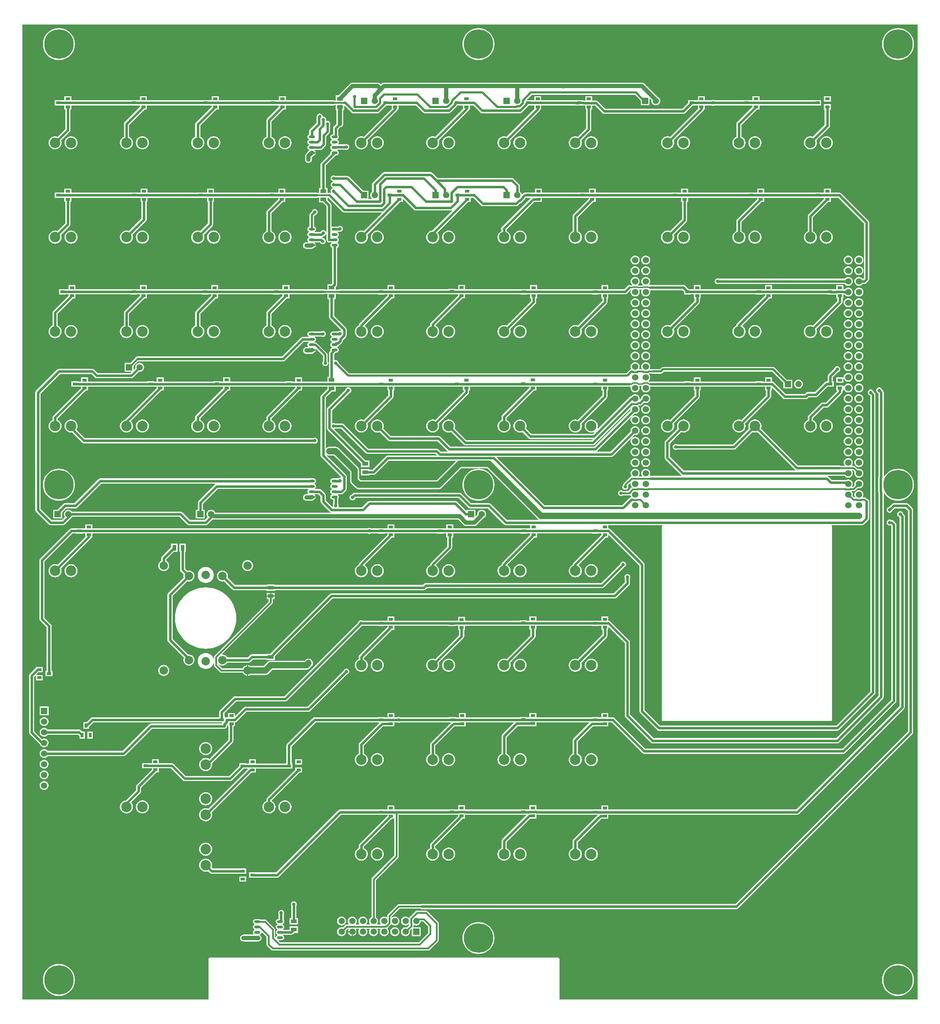
<source format=gbr>
%FSTAX23Y23*%
%MOIN*%
%SFA1B1*%

%IPPOS*%
%ADD10R,0.041339X0.025591*%
%ADD11R,0.025591X0.041339*%
%ADD12R,0.037401X0.055118*%
%ADD13R,0.055118X0.037401*%
%ADD14O,0.057087X0.023622*%
%ADD15C,0.023622*%
%ADD16C,0.015748*%
%ADD17C,0.019685*%
%ADD18C,0.039370*%
%ADD19C,0.059055*%
%ADD20C,0.011811*%
%ADD21C,0.098425*%
%ADD22C,0.059055*%
%ADD23R,0.059055X0.059055*%
%ADD24C,0.060000*%
%ADD25R,0.059055X0.059055*%
%ADD26C,0.078740*%
%ADD27C,0.275590*%
%ADD28C,0.031496*%
%ADD29C,0.059055*%
%LNkeyboardmain_copper_signal_top-1*%
%LPD*%
G36*
X08413Y00012D02*
X05051D01*
Y00393*
X0505Y00398*
X05047Y00402*
X05043Y00404*
X05039Y00405*
X01771*
X01767Y00404*
X01763Y00402*
X0176Y00398*
X01759Y00393*
Y00012*
X00012*
Y09161*
X08413*
Y00012*
G37*
%LNkeyboardmain_copper_signal_top-2*%
%LPC*%
G36*
X08228Y09126D02*
X08204Y09124D01*
X08181Y09119*
X0816Y0911*
X0814Y09097*
X08122Y09082*
X08106Y09064*
X08094Y09044*
X08085Y09022*
X0808Y08999*
X08078Y08976*
X0808Y08952*
X08085Y0893*
X08094Y08908*
X08106Y08888*
X08122Y0887*
X0814Y08854*
X0816Y08842*
X08181Y08833*
X08204Y08828*
X08228Y08826*
X08251Y08828*
X08274Y08833*
X08296Y08842*
X08316Y08854*
X08334Y0887*
X08349Y08888*
X08362Y08908*
X08371Y0893*
X08376Y08952*
X08378Y08976*
X08376Y08999*
X08371Y09022*
X08362Y09044*
X08349Y09064*
X08334Y09082*
X08316Y09097*
X08296Y0911*
X08274Y09119*
X08251Y09124*
X08228Y09126*
G37*
G36*
X04291D02*
X04267Y09124D01*
X04244Y09119*
X04223Y0911*
X04203Y09097*
X04185Y09082*
X04169Y09064*
X04157Y09044*
X04148Y09022*
X04143Y08999*
X04141Y08976*
X04143Y08952*
X04148Y0893*
X04157Y08908*
X04169Y08888*
X04185Y0887*
X04203Y08854*
X04223Y08842*
X04244Y08833*
X04267Y08828*
X04291Y08826*
X04314Y08828*
X04337Y08833*
X04359Y08842*
X04379Y08854*
X04397Y0887*
X04412Y08888*
X04425Y08908*
X04434Y0893*
X04439Y08952*
X04441Y08976*
X04439Y08999*
X04434Y09022*
X04425Y09044*
X04412Y09064*
X04397Y09082*
X04379Y09097*
X04359Y0911*
X04337Y09119*
X04314Y09124*
X04291Y09126*
G37*
G36*
X00354D02*
X0033Y09124D01*
X00307Y09119*
X00286Y0911*
X00266Y09097*
X00248Y09082*
X00232Y09064*
X0022Y09044*
X00211Y09022*
X00206Y08999*
X00204Y08976*
X00206Y08952*
X00211Y0893*
X0022Y08908*
X00232Y08888*
X00248Y0887*
X00266Y08854*
X00286Y08842*
X00307Y08833*
X0033Y08828*
X00354Y08826*
X00377Y08828*
X004Y08833*
X00422Y08842*
X00442Y08854*
X0046Y0887*
X00475Y08888*
X00488Y08908*
X00497Y0893*
X00502Y08952*
X00504Y08976*
X00502Y08999*
X00497Y09022*
X00488Y09044*
X00475Y09064*
X0046Y09082*
X00442Y09097*
X00422Y0911*
X004Y09119*
X00377Y09124*
X00354Y09126*
G37*
G36*
X05826Y08614D02*
X05087D01*
X04656*
X03987*
X03987*
X03406*
X03398Y08613*
X0339Y0861*
X03383Y08605*
X03376Y08597*
X03368Y08605*
X03362Y0861*
X03354Y08613*
X03346Y08614*
X0311*
X03102Y08613*
X03094Y0861*
X03087Y08605*
X02977Y08495*
X02952*
Y08445*
X02945*
X02942Y08447*
X02933Y08449*
X02485*
Y08487*
X0242*
Y08449*
X02394*
Y08449*
X02329*
Y08449*
X01855*
Y08487*
X0179*
Y08449*
X01764*
Y08449*
X01699*
Y08449*
X0118*
Y08487*
X01115*
Y08449*
X01089*
Y08449*
X01024*
Y08449*
X00471*
Y08487*
X00406*
Y08449*
X0038*
Y08449*
X00315*
Y084*
X0038*
Y08401*
X00406*
Y08363*
X00414*
Y08181*
X00341Y08108*
X0033Y08111*
X00318Y08112*
X00306Y08111*
X00295Y08107*
X00284Y08102*
X00275Y08094*
X00267Y08085*
X00262Y08074*
X00258Y08063*
X00257Y08051*
X00258Y08039*
X00262Y08027*
X00267Y08017*
X00275Y08007*
X00284Y08*
X00295Y07994*
X00306Y07991*
X00318Y07989*
X0033Y07991*
X00342Y07994*
X00352Y08*
X00362Y08007*
X00369Y08017*
X00375Y08027*
X00379Y08039*
X0038Y08051*
X00379Y08063*
X00375Y08073*
X00456Y08154*
X00461Y08162*
X00463Y08171*
Y08363*
X00471*
Y08401*
X01024*
Y084*
X01089*
Y08401*
X01115*
Y08389*
X00971Y08245*
X00965Y08237*
X00964Y08228*
Y08107*
X00954Y08102*
X00944Y08094*
X00937Y08085*
X00931Y08074*
X00928Y08063*
X00926Y08051*
X00928Y08039*
X00931Y08027*
X00937Y08017*
X00944Y08007*
X00954Y08*
X00964Y07994*
X00976Y07991*
X00988Y07989*
X01Y07991*
X01011Y07994*
X01022Y08*
X01031Y08007*
X01039Y08017*
X01044Y08027*
X01048Y08039*
X01049Y08051*
X01048Y08063*
X01044Y08074*
X01039Y08085*
X01031Y08094*
X01022Y08102*
X01012Y08107*
Y08218*
X01157Y08363*
X0118*
Y08401*
X01699*
Y084*
X01764*
Y08401*
X0179*
Y08389*
X0164Y08239*
X01635Y08231*
X01633Y08222*
Y08107*
X01623Y08102*
X01614Y08094*
X01606Y08085*
X016Y08074*
X01597Y08063*
X01596Y08051*
X01597Y08039*
X016Y08027*
X01606Y08017*
X01614Y08007*
X01623Y08*
X01634Y07994*
X01645Y07991*
X01657Y07989*
X01669Y07991*
X0168Y07994*
X01691Y08*
X017Y08007*
X01708Y08017*
X01714Y08027*
X01717Y08039*
X01718Y08051*
X01717Y08063*
X01714Y08074*
X01708Y08085*
X017Y08094*
X01691Y08102*
X01681Y08107*
Y08212*
X01832Y08363*
X01855*
Y08401*
X02329*
Y084*
X02394*
Y08401*
X0242*
Y08389*
X02309Y08278*
X02304Y08271*
X02302Y08261*
Y08107*
X02292Y08102*
X02283Y08094*
X02275Y08085*
X0227Y08074*
X02266Y08063*
X02265Y08051*
X02266Y08039*
X0227Y08027*
X02275Y08017*
X02283Y08007*
X02292Y08*
X02303Y07994*
X02314Y07991*
X02326Y07989*
X02338Y07991*
X0235Y07994*
X0236Y08*
X0237Y08007*
X02377Y08017*
X02383Y08027*
X02386Y08039*
X02388Y08051*
X02386Y08063*
X02383Y08074*
X02377Y08085*
X0237Y08094*
X0236Y08102*
X0235Y08107*
Y08251*
X02462Y08363*
X02485*
Y08401*
X02933*
X02942Y08402*
X02945Y08405*
X02952*
Y08355*
X0296*
Y0823*
X02935Y08206*
X0293Y08198*
X02928Y08188*
Y0813*
X02925*
X02915Y08128*
X02908Y08123*
X02902Y08115*
X02901Y08106*
X02902Y08097*
X02908Y08089*
X02915Y08084*
X02916Y08084*
Y08078*
X02915Y08078*
X02908Y08073*
X02902Y08065*
X02901Y08056*
X02902Y08047*
X02908Y08039*
X02915Y08034*
X02916Y08034*
Y08028*
X02915Y08028*
X02908Y08023*
X02902Y08015*
X02901Y08006*
X02902Y07997*
X02908Y07989*
X02915Y07984*
X02916Y07984*
Y07978*
X02915Y07978*
X02908Y07973*
X02902Y07965*
X02901Y07956*
X02902Y0795*
X02817Y07866*
X02812Y07858*
X0281Y07849*
Y07628*
X02795*
Y07579*
X02788*
X02784Y07581*
X02775Y07583*
X02479*
Y07621*
X02414*
Y07583*
X02388*
Y07583*
X02323*
Y07583*
X0181*
Y07621*
X01745*
Y07583*
X01719*
Y07583*
X01654*
Y07583*
X01186*
Y07621*
X01121*
Y07583*
X01095*
Y07583*
X0103*
Y07583*
X00471*
Y07621*
X00406*
Y07583*
X0038*
Y07583*
X00315*
Y07534*
X0038*
Y07534*
X00406*
Y07497*
X00414*
Y07295*
X00341Y07222*
X0033Y07225*
X00318Y07226*
X00306Y07225*
X00295Y07222*
X00284Y07216*
X00275Y07208*
X00267Y07199*
X00262Y07188*
X00258Y07177*
X00257Y07165*
X00258Y07153*
X00262Y07141*
X00267Y07131*
X00275Y07121*
X00284Y07114*
X00295Y07108*
X00306Y07105*
X00318Y07104*
X0033Y07105*
X00342Y07108*
X00352Y07114*
X00362Y07121*
X00369Y07131*
X00375Y07141*
X00379Y07153*
X0038Y07165*
X00379Y07177*
X00375Y07188*
X00456Y07268*
X00461Y07276*
X00463Y07285*
Y07497*
X00471*
Y07534*
X0103*
Y07534*
X01095*
Y07534*
X01121*
Y07497*
X01129*
Y0734*
X0101Y07222*
X01Y07225*
X00988Y07226*
X00976Y07225*
X00964Y07222*
X00954Y07216*
X00944Y07208*
X00937Y07199*
X00931Y07188*
X00928Y07177*
X00926Y07165*
X00928Y07153*
X00931Y07141*
X00937Y07131*
X00944Y07121*
X00954Y07114*
X00964Y07108*
X00976Y07105*
X00988Y07104*
X01Y07105*
X01011Y07108*
X01022Y07114*
X01031Y07121*
X01039Y07131*
X01044Y07141*
X01048Y07153*
X01049Y07165*
X01048Y07177*
X01045Y07188*
X0117Y07313*
X01175Y07321*
X01177Y0733*
Y07497*
X01186*
Y07534*
X01654*
Y07534*
X01719*
Y07534*
X01745*
Y07497*
X01753*
Y07295*
X0168Y07222*
X01669Y07225*
X01657Y07226*
X01645Y07225*
X01634Y07222*
X01623Y07216*
X01614Y07208*
X01606Y07199*
X016Y07188*
X01597Y07177*
X01596Y07165*
X01597Y07153*
X016Y07141*
X01606Y07131*
X01614Y07121*
X01623Y07114*
X01634Y07108*
X01645Y07105*
X01657Y07104*
X01669Y07105*
X0168Y07108*
X01691Y07114*
X017Y07121*
X01708Y07131*
X01714Y07141*
X01717Y07153*
X01718Y07165*
X01717Y07177*
X01714Y07188*
X01794Y07268*
X01799Y07276*
X01801Y07285*
Y07497*
X0181*
Y07534*
X02323*
Y07534*
X02388*
Y07534*
X02414*
Y07523*
X02309Y07418*
X02304Y0741*
X02302Y07401*
Y07221*
X02292Y07216*
X02283Y07208*
X02275Y07199*
X0227Y07188*
X02266Y07177*
X02265Y07165*
X02266Y07153*
X0227Y07141*
X02275Y07131*
X02283Y07121*
X02292Y07114*
X02303Y07108*
X02314Y07105*
X02326Y07104*
X02338Y07105*
X0235Y07108*
X0236Y07114*
X0237Y07121*
X02377Y07131*
X02383Y07141*
X02386Y07153*
X02388Y07165*
X02386Y07177*
X02383Y07188*
X02377Y07199*
X0237Y07208*
X0236Y07216*
X0235Y07221*
Y07391*
X02456Y07497*
X02479*
Y07534*
X02775*
X02784Y07536*
X02788Y07538*
X02795*
Y07489*
X02831*
X02865Y07454*
Y07255*
Y07214*
X0286Y07213*
X02858Y07218*
X02854Y07224*
X02848Y07228*
X02841Y07231*
X02834Y07232*
X02827Y07231*
X0282Y07228*
X02814Y07224*
X0281Y07218*
X02808Y07214*
X02756*
X02755Y07219*
X02761Y07223*
X02766Y07231*
X02768Y0724*
X02766Y07249*
X02761Y07257*
X02753Y07262*
X02749Y07263*
Y07363*
X02759Y07374*
X02763Y07374*
X02769Y07377*
X02775Y07381*
X02779Y07387*
X02782Y07394*
X02783Y07401*
X02782Y07408*
X02779Y07415*
X02775Y07421*
X02769Y07425*
X02763Y07428*
X02755Y07429*
X02748Y07428*
X02742Y07425*
X02736Y07421*
X02731Y07415*
X02729Y07408*
X02728Y07405*
X02711Y07388*
X02706Y07381*
X02705Y07373*
Y07263*
X02701Y07262*
X02693Y07257*
X02688Y07249*
X02686Y0724*
X02688Y07231*
X02693Y07223*
X02701Y07218*
X02702Y07217*
Y07212*
X02701Y07212*
X02693Y07207*
X02688Y07199*
X02686Y0719*
X02688Y07181*
X02693Y07173*
X02701Y07168*
X02702Y07167*
Y07162*
X02701Y07162*
X02693Y07157*
X02688Y07149*
X02686Y0714*
X02688Y07131*
X02693Y07123*
X02693Y07123*
X02692Y07118*
X02677*
X02668Y07117*
X02661Y07114*
X02654Y07109*
X02649Y07102*
X02646Y07094*
X02645Y07086*
X02646Y07078*
X02649Y0707*
X02654Y07064*
X02661Y07059*
X02668Y07055*
X02677Y07054*
X02723*
X02731Y07055*
X02739Y07059*
X02746Y07064*
X02749Y07067*
X02751Y07069*
X02752Y07069*
X02759Y07074*
X02764Y07081*
X02765Y07085*
X02727*
Y07095*
X02765*
X02764Y07098*
X02759Y07106*
X02752Y0711*
X02752Y07115*
X02753Y07116*
X02805*
X02806Y07114*
X02811Y07108*
X02816Y07103*
X02823Y07101*
X0283Y071*
X02837Y07101*
X02844Y07103*
X0285Y07108*
X02854Y07114*
X02857Y0712*
X02858Y07128*
X02857Y07135*
X02854Y07141*
X0285Y07147*
X02844Y07152*
X02837Y07154*
X02835Y07155*
X02833Y07157*
X02825Y07162*
X02825Y07164*
X02826Y07167*
X02829Y07168*
X02837Y07173*
X02841Y07177*
X02848Y0718*
X02854Y07185*
X02858Y0719*
X0286Y07195*
X02865Y07194*
Y0714*
X02867Y07131*
X02872Y07123*
X0288Y07118*
X02889Y07116*
X02912*
X02913Y07111*
X02908Y07107*
X02902Y07099*
X02901Y0709*
X02902Y07081*
X02908Y07073*
X02915Y07068*
X02917Y07067*
Y06731*
X02909Y06723*
X02874*
Y06673*
X02847*
X02843Y06675*
X02834Y06677*
X02518*
Y06715*
X02453*
Y06677*
X02428*
Y06678*
X02363*
Y06677*
X01849*
Y06715*
X01784*
Y06677*
X01758*
Y06678*
X01693*
Y06677*
X0118*
Y06715*
X01115*
Y06677*
X01089*
Y06678*
X01024*
Y06677*
X0051*
Y06715*
X00445*
Y06677*
X0042*
Y06678*
X00355*
Y06628*
X0042*
Y06629*
X00445*
Y06617*
X00301Y06473*
X00296Y06465*
X00294Y06456*
Y06335*
X00284Y0633*
X00275Y06322*
X00267Y06313*
X00262Y06302*
X00258Y06291*
X00257Y06279*
X00258Y06267*
X00262Y06256*
X00267Y06245*
X00275Y06236*
X00284Y06228*
X00295Y06222*
X00306Y06219*
X00318Y06218*
X0033Y06219*
X00342Y06222*
X00352Y06228*
X00362Y06236*
X00369Y06245*
X00375Y06256*
X00379Y06267*
X0038Y06279*
X00379Y06291*
X00375Y06302*
X00369Y06313*
X00362Y06322*
X00352Y0633*
X00342Y06335*
Y06446*
X00487Y06591*
X0051*
Y06629*
X01024*
Y06628*
X01089*
Y06629*
X01115*
Y06617*
X00971Y06473*
X00965Y06465*
X00964Y06456*
Y06335*
X00954Y0633*
X00944Y06322*
X00937Y06313*
X00931Y06302*
X00928Y06291*
X00926Y06279*
X00928Y06267*
X00931Y06256*
X00937Y06245*
X00944Y06236*
X00954Y06228*
X00964Y06222*
X00976Y06219*
X00988Y06218*
X01Y06219*
X01011Y06222*
X01022Y06228*
X01031Y06236*
X01039Y06245*
X01044Y06256*
X01048Y06267*
X01049Y06279*
X01048Y06291*
X01044Y06302*
X01039Y06313*
X01031Y06322*
X01022Y0633*
X01012Y06335*
Y06446*
X01157Y06591*
X0118*
Y06629*
X01693*
Y06628*
X01758*
Y06629*
X01784*
Y06617*
X0164Y06473*
X01635Y06465*
X01633Y06456*
Y06335*
X01623Y0633*
X01614Y06322*
X01606Y06313*
X016Y06302*
X01597Y06291*
X01596Y06279*
X01597Y06267*
X016Y06256*
X01606Y06245*
X01614Y06236*
X01623Y06228*
X01634Y06222*
X01645Y06219*
X01657Y06218*
X01669Y06219*
X0168Y06222*
X01691Y06228*
X017Y06236*
X01708Y06245*
X01714Y06256*
X01717Y06267*
X01718Y06279*
X01717Y06291*
X01714Y06302*
X01708Y06313*
X017Y06322*
X01691Y0633*
X01681Y06335*
Y06446*
X01826Y06591*
X01849*
Y06629*
X02363*
Y06628*
X02428*
Y06629*
X02453*
Y06617*
X02309Y06473*
X02304Y06465*
X02302Y06456*
Y06335*
X02292Y0633*
X02283Y06322*
X02275Y06313*
X0227Y06302*
X02266Y06291*
X02265Y06279*
X02266Y06267*
X0227Y06256*
X02275Y06245*
X02283Y06236*
X02292Y06228*
X02303Y06222*
X02314Y06219*
X02326Y06218*
X02338Y06219*
X0235Y06222*
X0236Y06228*
X0237Y06236*
X02377Y06245*
X02383Y06256*
X02386Y06267*
X02388Y06279*
X02386Y06291*
X02383Y06302*
X02377Y06313*
X0237Y06322*
X0236Y0633*
X0235Y06335*
Y06446*
X02495Y06591*
X02518*
Y06629*
X02834*
X02843Y06631*
X02847Y06633*
X02874*
Y06583*
X02889*
Y06417*
X02891Y06408*
X02896Y064*
X03003Y06292*
X03003Y0629*
X02998Y06287*
X02998Y06287*
X02991Y06288*
X02983Y06287*
X02977Y06284*
X02971Y0628*
X02971Y0628*
X02925*
X02915Y06278*
X02908Y06273*
X02902Y06265*
X02901Y06256*
X02902Y06246*
X02908Y06239*
X02915Y06233*
X02916Y06233*
Y06228*
X02915Y06228*
X02908Y06223*
X02902Y06215*
X02901Y06206*
X02902Y06196*
X02908Y06189*
X02915Y06183*
X02916Y06183*
Y06178*
X02915Y06178*
X02908Y06173*
X02902Y06165*
X02901Y06156*
X02902Y06146*
X02908Y06139*
X02915Y06133*
X02916Y06133*
Y06128*
X02915Y06128*
X02908Y06123*
X02902Y06115*
X02901Y06106*
X02902Y061*
X02896Y06094*
X02891Y06086*
X02889Y06077*
Y05857*
X02874*
Y05811*
X02636*
Y05849*
X02571*
Y05811*
X02546*
Y05812*
X02481*
Y05811*
X01964*
X01961Y05812*
Y05851*
X01896*
Y05812*
X01893Y05811*
X01871*
Y05813*
X01806*
Y05811*
X01337*
Y05849*
X01272*
Y05811*
X01247*
Y05812*
X01182*
Y05811*
X00628*
Y05849*
X00563*
Y05811*
X00538*
Y05812*
X00473*
Y05762*
X00538*
Y05763*
X00563*
Y05751*
X00301Y05489*
X00296Y05481*
X00294Y05472*
Y0545*
X00284Y05444*
X00275Y05437*
X00267Y05427*
X00262Y05417*
X00258Y05405*
X00257Y05393*
X00258Y05381*
X00262Y0537*
X00267Y05359*
X00275Y0535*
X00284Y05342*
X00295Y05337*
X00306Y05333*
X00318Y05332*
X0033Y05333*
X00342Y05337*
X00352Y05342*
X00362Y0535*
X00369Y05359*
X00375Y0537*
X00379Y05381*
X0038Y05393*
X00379Y05405*
X00375Y05417*
X00369Y05427*
X00362Y05437*
X00352Y05444*
X00342Y0545*
Y05462*
X00605Y05725*
X00628*
Y05763*
X01182*
Y05762*
X01247*
Y05763*
X01272*
Y05751*
X00974Y05453*
X00964Y0545*
X00954Y05444*
X00944Y05437*
X00937Y05427*
X00931Y05417*
X00928Y05405*
X00926Y05393*
X00928Y05381*
X00931Y0537*
X00937Y05359*
X00944Y0535*
X00954Y05342*
X00964Y05337*
X00976Y05333*
X00988Y05332*
X01Y05333*
X01011Y05337*
X01022Y05342*
X01031Y0535*
X01039Y05359*
X01044Y0537*
X01048Y05381*
X01049Y05393*
X01048Y05405*
X01044Y05417*
X01039Y05427*
X01031Y05437*
X01031Y05437*
X01031Y05442*
X01314Y05725*
X01337*
Y05763*
X01896*
Y05749*
X0164Y05493*
X01635Y05485*
X01633Y05476*
Y0545*
X01623Y05444*
X01614Y05437*
X01606Y05427*
X016Y05417*
X01597Y05405*
X01596Y05393*
X01597Y05381*
X016Y0537*
X01606Y05359*
X01614Y0535*
X01623Y05342*
X01634Y05337*
X01645Y05333*
X01657Y05332*
X01669Y05333*
X0168Y05337*
X01691Y05342*
X017Y0535*
X01708Y05359*
X01714Y0537*
X01717Y05381*
X01718Y05393*
X01717Y05405*
X01714Y05417*
X01708Y05427*
X017Y05437*
X01691Y05444*
X01681Y0545*
Y05466*
X01942Y05727*
X01961*
Y05763*
X02481*
Y05762*
X02546*
Y05763*
X02571*
Y05751*
X02309Y05489*
X02304Y05481*
X02302Y05472*
Y0545*
X02292Y05444*
X02283Y05437*
X02275Y05427*
X0227Y05417*
X02266Y05405*
X02265Y05393*
X02266Y05381*
X0227Y0537*
X02275Y05359*
X02283Y0535*
X02292Y05342*
X02303Y05337*
X02314Y05333*
X02326Y05332*
X02338Y05333*
X0235Y05337*
X0236Y05342*
X0237Y0535*
X02377Y05359*
X02383Y0537*
X02386Y05381*
X02388Y05393*
X02386Y05405*
X02383Y05417*
X02377Y05427*
X0237Y05437*
X0236Y05444*
X0235Y0545*
Y05462*
X02613Y05725*
X02636*
Y05763*
X02874*
Y05742*
X02817Y05686*
X02812Y05678*
X0281Y05669*
Y05118*
X02812Y05108*
X02817Y05101*
X03004Y04914*
X03003Y04912*
X03Y04909*
X02998Y04908*
X02992Y04909*
X02984Y04908*
X02978Y04905*
X02973Y04902*
X02925*
X02915Y049*
X02908Y04895*
X02902Y04887*
X02901Y04878*
X02902Y04868*
X02908Y04861*
X02915Y04855*
X02916Y04855*
Y0485*
X02915Y0485*
X02908Y04845*
X02902Y04837*
X02901Y04828*
X02902Y04818*
X02908Y04811*
X02915Y04805*
X02916Y04805*
Y048*
X02915Y048*
X02908Y04795*
X02902Y04787*
X02901Y04778*
X02902Y04768*
X02908Y04761*
X02915Y04755*
X02916Y04755*
Y0475*
X02915Y0475*
X02908Y04745*
X02902Y04737*
X02901Y04728*
X02902Y04718*
X02908Y04711*
X02915Y04705*
X02925Y04704*
X02928*
Y04659*
X02925Y04652*
X02924Y04645*
X02925Y04639*
X02925Y04637*
X02922Y04633*
X0292Y04633*
X02858Y04695*
Y04744*
X02856Y04753*
X02851Y04761*
X02817Y04795*
X02809Y048*
X028Y04802*
X02756*
X02755Y04807*
X02761Y04811*
X02766Y04818*
X02768Y04828*
X02766Y04837*
X02761Y04845*
X02753Y0485*
X02752Y0485*
Y04855*
X02753Y04855*
X02761Y04861*
X02766Y04868*
X02768Y04878*
X02766Y04887*
X02761Y04895*
X02753Y049*
X02744Y04902*
X00743*
X00734Y049*
X00726Y04895*
X00501Y04669*
X00413*
X00404Y04667*
X00396Y04662*
X00341Y04608*
X00302*
Y04525*
X00385*
Y04583*
X00423Y04621*
X00511*
X0052Y04623*
X00528Y04628*
X00753Y04854*
X01823*
X01824Y04849*
X01818Y04845*
X01665Y04691*
X0166Y04683*
X01658Y04674*
Y04608*
X0164*
Y04525*
X01723*
Y04608*
X01706*
Y04664*
X01845Y04804*
X02697*
X02699Y04799*
X02693Y04795*
X02688Y04787*
X02686Y04778*
X02688Y04768*
X02693Y04761*
X02693Y0476*
X02692Y04756*
X02677*
X02668Y04755*
X02661Y04751*
X02654Y04746*
X02649Y0474*
X02646Y04732*
X02645Y04724*
X02646Y04716*
X02649Y04708*
X02654Y04701*
X02661Y04696*
X02668Y04693*
X02677Y04692*
X02723*
X02731Y04693*
X02739Y04696*
X02746Y04701*
X02749Y04705*
X02751Y04707*
X02752Y04707*
X02759Y04712*
X02764Y04719*
X02765Y04723*
X02727*
Y04733*
X02765*
X02764Y04736*
X02759Y04743*
X02752Y04748*
X02752Y04753*
X02753Y04754*
X0279*
X0281Y04734*
Y04685*
X02812Y04675*
X02817Y04668*
X02896Y04589*
X02904Y04584*
X02904Y04584*
X02903Y04579*
X01822*
X01818Y04587*
X01811Y04596*
X01803Y04603*
X01793Y04607*
X01782Y04608*
X01771Y04607*
X01761Y04603*
X01752Y04596*
X01746Y04587*
X01742Y04577*
X0174Y04566*
X01742Y04556*
X01746Y04546*
X0175Y0454*
X01722Y04512*
X01584*
X01513Y04583*
X01505Y04589*
X01496Y04591*
X00477*
X00473Y04596*
X00464Y04603*
X00454Y04607*
X00443Y04608*
X00432Y04607*
X00422Y04603*
X00414Y04596*
X00407Y04587*
X00403Y04577*
X00402Y04566*
X00403Y04556*
X00407Y04546*
X00411Y0454*
X00383Y04512*
X00285*
X00181Y04616*
Y05698*
X00364Y05881*
X00659*
X00691Y05849*
X00699Y05843*
X00708Y05842*
X01034*
X01043Y05843*
X01051Y05849*
X01106Y05904*
X01112Y05903*
X01123Y05904*
X01133Y05908*
X01142Y05915*
X01149Y05924*
X01153Y05934*
X01154Y05944*
X01153Y05955*
X01149Y05965*
X01142Y05974*
X01133Y0598*
X01123Y05985*
X01112Y05986*
X01102Y05985*
X01092Y0598*
X01083Y05974*
X01076Y05965*
X01072Y05955*
X01071Y05944*
X01072Y05938*
X01058Y05924*
X01054Y05926*
Y05957*
X01095Y05999*
X0246*
X02469Y06001*
X02477Y06006*
X02653Y06182*
X02697*
X02699Y06177*
X02693Y06173*
X02688Y06165*
X02686Y06156*
X02688Y06146*
X02693Y06139*
X02693Y06138*
X02692Y06134*
X02677*
X02668Y06133*
X02661Y06129*
X02654Y06124*
X02649Y06118*
X02646Y0611*
X02645Y06102*
X02646Y06094*
X02649Y06086*
X02654Y06079*
X02661Y06074*
X02668Y06071*
X02677Y0607*
X02723*
X02731Y06071*
X02739Y06074*
X02746Y06079*
X02749Y06083*
X02751Y06085*
X02752Y06085*
X02759Y0609*
X02764Y06097*
X02765Y06101*
X02727*
Y06111*
X02765*
X02764Y06114*
X02764Y06114*
X02769Y06116*
X02832Y06053*
Y06*
X0283Y05998*
X02827Y05991*
X02826Y05984*
X02827Y05977*
X0283Y0597*
X02834Y05964*
X0284Y0596*
X02847Y05957*
X02854Y05956*
X02861Y05957*
X02868Y0596*
X02873Y05964*
X02878Y0597*
X02881Y05977*
X02882Y05984*
X02881Y05991*
X02878Y05998*
X02876Y06*
Y06062*
X02874Y06071*
X02869Y06078*
X02776Y06171*
X02769Y06176*
X02761Y06178*
X02753*
X02753Y06178*
X02752Y06178*
Y06183*
X02753Y06183*
X02761Y06189*
X02766Y06196*
X02768Y06206*
X02766Y06215*
X02761Y06223*
X02755Y06227*
X02756Y06232*
X02823*
X02825Y06231*
X02832Y0623*
X02839Y06231*
X02846Y06233*
X02852Y06238*
X02856Y06244*
X02859Y0625*
X0286Y06257*
X02859Y06265*
X02856Y06271*
X02852Y06277*
X02846Y06282*
X02839Y06284*
X02832Y06285*
X02825Y06284*
X02818Y06282*
X02816Y0628*
X0271*
X02701Y06278*
X02693Y06273*
X02688Y06265*
X02686Y06256*
X02688Y06246*
X02693Y06239*
X02699Y06235*
X02697Y0623*
X02643*
X02633Y06228*
X02626Y06223*
X0245Y06047*
X01091*
X01082Y06045*
X01074Y0604*
X01069Y06032*
X01068Y06028*
X01025Y05986*
X00971*
Y05903*
X01031*
X01032Y05898*
X01024Y0589*
X00718*
X00686Y05922*
X00678Y05927*
X00669Y05929*
X00354*
X00345Y05927*
X00337Y05922*
X0014Y05725*
X00135Y05717*
X00133Y05708*
Y04606*
X00135Y04597*
X0014Y04589*
X00258Y04471*
X00266Y04465*
X00275Y04464*
X00393*
X00402Y04465*
X0041Y04471*
X00482Y04542*
X01486*
X01557Y04471*
X01565Y04465*
X01574Y04464*
X01732*
X01741Y04465*
X01749Y04471*
X01797Y04518*
X01802Y04516*
X01811Y04515*
X03759Y04515*
X04101*
X0415Y04465*
X04157Y0446*
X04165Y04457*
X04173Y04456*
X04251*
X0426Y04457*
X04267Y0446*
X04274Y04465*
X04333Y04524*
X04336Y04528*
X04342Y0453*
X04351Y04537*
X04357Y04546*
X04361Y04556*
X04363Y04566*
X04361Y04577*
X04357Y04587*
X04351Y04596*
X04342Y04603*
X04332Y04607*
X04321Y04608*
X0431Y04607*
X043Y04603*
X04292Y04596*
X04285Y04587*
X04281Y04577*
X04279Y04566*
X0428Y04561*
X04267Y04548*
X04262Y0455*
Y04608*
X0418*
Y046*
X04175Y04598*
X04091Y04682*
X04084Y04687*
X04074Y04689*
X03267*
X03258Y04687*
X0325Y04682*
X03198Y0463*
X02981*
X02978Y04635*
X02979Y04638*
X0298Y04645*
X02979Y04652*
X02976Y04659*
Y04712*
X0298Y04718*
X02982Y04728*
X0298Y04737*
X02975Y04745*
X02969Y04749*
X02971Y04754*
X03006*
X03015Y04755*
X03023Y04761*
X03048Y04786*
X03053Y04793*
X03055Y04803*
Y04921*
X03053Y0493*
X03048Y04938*
X02868Y05118*
X02871Y05122*
X02872Y05121*
X02882Y05117*
X02893Y05115*
X02935*
X03088Y04963*
Y04881*
Y04881*
X03089Y04871*
X03093Y04861*
X031Y04852*
X03139Y04813*
X03148Y04806*
X03158Y04802*
X03169Y048*
X03169*
X03917*
X03928Y04802*
X03938Y04806*
X03946Y04813*
Y04813*
X04131Y04997*
X04372*
X04498Y04872*
Y04872*
X04848Y04521*
X04854Y04517*
X04852Y04512*
X04557*
X04406Y04662*
X04398Y04667*
X04389Y04669*
X04222*
X04131Y04761*
X04123Y04766*
X04114Y04768*
X03129*
X0312Y04766*
X03112Y04761*
X03103Y04751*
X03096Y04748*
X0309Y04744*
X03086Y04738*
X03083Y04731*
X03082Y04724*
X03083Y04717*
X03086Y0471*
X0309Y04704*
X03096Y047*
X03103Y04697*
X0311Y04696*
X03117Y04697*
X03124Y047*
X03129Y04704*
X03134Y0471*
X03137Y04717*
X03139Y0472*
X04104*
X04195Y04628*
X04203Y04623*
X04212Y04621*
X04379*
X0453Y04471*
X04538Y04465*
X04547Y04464*
X04776*
Y04433*
X0475*
Y04434*
X04686*
Y04433*
X04054*
Y04471*
X03989*
Y04433*
X03963*
Y04434*
X03898*
Y04433*
X03502*
Y04471*
X03437*
Y04433*
X03412*
Y04434*
X03347*
Y04433*
X03281*
X03274Y04436*
X03267Y04437*
X0326Y04436*
X03253Y04433*
X00668*
Y04471*
X00603*
Y04433*
X00577*
Y04434*
X00512*
Y04433*
X00472*
X00463Y04431*
X00455Y04426*
X00179Y0415*
X00174Y04143*
X00172Y04133*
Y03582*
X00174Y03573*
X00179Y03565*
X00237Y03507*
Y03095*
X00229*
Y03046*
X00294*
Y03095*
X00285*
Y03517*
X00284Y03526*
X00278Y03534*
X0022Y03592*
Y04123*
X00482Y04385*
X00512*
Y04384*
X00577*
Y04385*
X00603*
Y04353*
X00341Y04092*
X0033Y04095*
X00318Y04096*
X00306Y04095*
X00295Y04092*
X00284Y04086*
X00275Y04078*
X00267Y04069*
X00262Y04058*
X00258Y04047*
X00257Y04035*
X00258Y04023*
X00262Y04011*
X00267Y04001*
X00275Y03992*
X00284Y03984*
X00295Y03978*
X00306Y03975*
X00318Y03974*
X0033Y03975*
X00342Y03978*
X00352Y03984*
X00362Y03992*
X00369Y04001*
X00375Y04011*
X00379Y04023*
X0038Y04035*
X00379Y04047*
X00375Y04058*
X00652Y04335*
X00658Y04343*
X00658Y04347*
X00668*
Y04385*
X03253*
X0326Y04382*
X03267Y04381*
X03274Y04382*
X03281Y04385*
X03347*
Y04384*
X03412*
Y04385*
X03437*
Y04373*
X03175Y04111*
X0317Y04103*
X03168Y04094*
Y04091*
X03158Y04086*
X03149Y04078*
X03141Y04069*
X03136Y04058*
X03132Y04047*
X03131Y04035*
X03132Y04023*
X03136Y04011*
X03141Y04001*
X03149Y03992*
X03158Y03984*
X03169Y03978*
X0318Y03975*
X03192Y03974*
X03204Y03975*
X03216Y03978*
X03226Y03984*
X03236Y03992*
X03243Y04001*
X03249Y04011*
X03253Y04023*
X03254Y04035*
X03253Y04047*
X03249Y04058*
X03243Y04069*
X03236Y04078*
X03226Y04086*
X03225Y04087*
X03224Y04092*
X03479Y04347*
X03502*
Y04385*
X03898*
Y04384*
X03963*
Y04385*
X03989*
Y04347*
X03997*
Y04263*
X03845Y04111*
X03839Y04103*
X03838Y04094*
Y04091*
X03828Y04086*
X03818Y04078*
X03811Y04069*
X03805Y04058*
X03802Y04047*
X038Y04035*
X03802Y04023*
X03805Y04011*
X03811Y04001*
X03818Y03992*
X03828Y03984*
X03838Y03978*
X0385Y03975*
X03862Y03974*
X03874Y03975*
X03885Y03978*
X03896Y03984*
X03905Y03992*
X03913Y04001*
X03918Y04011*
X03922Y04023*
X03923Y04035*
X03922Y04047*
X03918Y04058*
X03913Y04069*
X03905Y04078*
X03896Y04086*
X03894Y04087*
X03893Y04092*
X04038Y04236*
X04043Y04244*
X04045Y04253*
Y04347*
X04054*
Y04385*
X04686*
Y04384*
X0475*
Y04385*
X04776*
Y04373*
X04514Y04111*
X04509Y04103*
X04507Y04094*
Y04091*
X04497Y04086*
X04488Y04078*
X0448Y04069*
X04474Y04058*
X04471Y04047*
X0447Y04035*
X04471Y04023*
X04474Y04011*
X0448Y04001*
X04488Y03992*
X04497Y03984*
X04508Y03978*
X04519Y03975*
X04531Y03974*
X04543Y03975*
X04554Y03978*
X04565Y03984*
X04574Y03992*
X04582Y04001*
X04588Y04011*
X04591Y04023*
X04592Y04035*
X04591Y04047*
X04588Y04058*
X04582Y04069*
X04574Y04078*
X04565Y04086*
X04564Y04087*
X04563Y04092*
X04818Y04347*
X04841*
Y04385*
X05355*
Y04384*
X0542*
Y04385*
X05445*
Y04373*
X05183Y04111*
X05178Y04103*
X05176Y04094*
Y04091*
X05166Y04086*
X05157Y04078*
X05149Y04069*
X05144Y04058*
X0514Y04047*
X05139Y04035*
X0514Y04023*
X05144Y04011*
X05149Y04001*
X05157Y03992*
X05166Y03984*
X05177Y03978*
X05188Y03975*
X052Y03974*
X05212Y03975*
X05224Y03978*
X05234Y03984*
X05244Y03992*
X05251Y04001*
X05257Y04011*
X0526Y04023*
X05262Y04035*
X0526Y04047*
X05257Y04058*
X05251Y04069*
X05244Y04078*
X05234Y04086*
X05233Y04087*
X05232Y04092*
X05487Y04347*
X0551*
Y04369*
X05515Y04371*
X05802Y04084*
Y02716*
X05804Y02707*
X05809Y02699*
X05967Y02542*
X05975Y02536*
X05984Y02534*
X07657*
X07666Y02536*
X07674Y02542*
X08009Y02876*
X08014Y02884*
X08016Y02893*
Y05688*
X08014Y05698*
X08009Y05706*
X07999Y05715*
X07996Y05722*
X07992Y05728*
X07986Y05732*
X07979Y05735*
X07972Y05736*
X07965Y05735*
X07958Y05732*
X07952Y05728*
X07948Y05722*
X07945Y05715*
X07944Y05708*
X07945Y05701*
X07948Y05694*
X07952Y05689*
X07958Y05684*
X07965Y05681*
X07968Y05679*
Y02903*
X07647Y02583*
X05994*
X0585Y02726*
Y04094*
X05849Y04103*
X05843Y04111*
X05528Y04426*
X05521Y04431*
X05511Y04433*
X0551*
Y04464*
X06016*
X06017Y04459*
X06015Y04457*
X06012Y04453*
X06011Y04448*
Y02637*
X06012Y02633*
X06015Y02629*
X06019Y02626*
X06023Y02625*
X07598*
X07603Y02626*
X07606Y02629*
X07609Y02633*
X0761Y02637*
Y04448*
X07609Y04453*
X07606Y04457*
X07604Y04459*
X07605Y04464*
X07893*
X07902Y04465*
X0791Y04471*
X0795Y0451*
X07955Y04518*
X07957Y04527*
Y04685*
X07955Y04694*
X0795Y04702*
X07942Y04707*
X07938Y04708*
X07927Y04718*
X07921Y04723*
X07913Y04724*
X07899*
X07897Y04729*
X07897Y0473*
X07902Y0474*
X07903Y04751*
X07902Y04762*
X07897Y04772*
X07891Y04781*
X07882Y04787*
X07872Y04791*
X07861Y04793*
X0785Y04791*
X0784Y04787*
X07831Y04781*
X07824Y04772*
X0782Y04762*
X07819Y04751*
X0782Y0474*
X07824Y0473*
X07825Y04729*
X07823Y04724*
X07816*
X07801Y04739*
X07802Y0474*
X07803Y04751*
X07802Y04762*
X07797Y04772*
X07793Y04778*
X07795Y04783*
X07813*
X07821Y04784*
X07827Y04788*
X07849Y0481*
X0785Y0481*
X07861Y04809*
X07872Y0481*
X07882Y04814*
X07891Y04821*
X07897Y0483*
X07902Y0484*
X07903Y04851*
X07902Y04862*
X07897Y04872*
X07891Y04881*
X07882Y04887*
X07872Y04891*
X07861Y04893*
X0785Y04891*
X0784Y04887*
X07831Y04881*
X07824Y04872*
X0782Y04862*
X07819Y04851*
X0782Y0484*
X07821Y04839*
X07805Y04823*
X07798*
X07796Y04827*
X07797Y0483*
X07802Y0484*
X07803Y04851*
X07802Y04862*
X07797Y04872*
X07791Y04881*
X07782Y04887*
X07772Y04891*
X07761Y04893*
X0775Y04891*
X0774Y04887*
X07738Y04886*
X07608*
X07576Y04918*
X0757Y04922*
X07572Y04927*
X07727*
X07731Y04921*
X0774Y04914*
X0775Y0491*
X07761Y04909*
X07772Y0491*
X07782Y04914*
X07791Y04921*
X07797Y0493*
X07802Y0494*
X07803Y04951*
X07802Y04962*
X07797Y04972*
X07795Y04975*
X07797Y04979*
X07804*
X07821Y04963*
X0782Y04962*
X07819Y04951*
X0782Y0494*
X07824Y0493*
X07831Y04921*
X0784Y04914*
X0785Y0491*
X07861Y04909*
X07872Y0491*
X07882Y04914*
X07891Y04921*
X07897Y0493*
X07902Y0494*
X07903Y04951*
X07902Y04962*
X07897Y04972*
X07891Y04981*
X07882Y04987*
X07872Y04991*
X07861Y04993*
X0785Y04991*
X07849Y04991*
X07826Y05014*
X0782Y05018*
X07812Y0502*
X07796*
X07794Y05025*
X07797Y0503*
X07802Y0504*
X07803Y05051*
X07802Y05062*
X07797Y05072*
X07791Y05081*
X07782Y05087*
X07772Y05091*
X07761Y05093*
X0775Y05091*
X0774Y05087*
X07731Y05081*
X07724Y05072*
X0772Y05062*
X07719Y05051*
X0772Y0504*
X07724Y0503*
X07728Y05025*
X07726Y0502*
X07689*
X07686Y05022*
X07677Y05024*
X07289*
X06942Y0537*
X06945Y05381*
X06947Y05393*
X06945Y05405*
X06942Y05417*
X06936Y05427*
X06929Y05437*
X06919Y05444*
X06909Y0545*
X06897Y05453*
X06885Y05455*
X06873Y05453*
X06862Y0545*
X06851Y05444*
X06842Y05437*
X06834Y05427*
X06829Y05417*
X06825Y05405*
X06824Y05393*
X06825Y05381*
X06828Y0537*
X06679Y0522*
X06155*
X06148Y05223*
X06141Y05224*
X06134Y05223*
X06127Y0522*
X06122Y05216*
X06117Y0521*
X06114Y05204*
X06113Y05196*
X06114Y05189*
X06117Y05182*
X06122Y05177*
X06127Y05172*
X06134Y0517*
X06141Y05169*
X06148Y0517*
X06155Y05172*
X06688*
X06698Y05174*
X06706Y05179*
X06863Y05336*
X06873Y05333*
X06885Y05332*
X06897Y05333*
X06908Y05336*
X07262Y04982*
X07266Y0498*
X07265Y04975*
X0622*
X06087Y05108*
Y0523*
X06135Y05278*
X06193Y05336*
X06204Y05333*
X06216Y05332*
X06228Y05333*
X0624Y05337*
X0625Y05342*
X06259Y0535*
X06267Y05359*
X06273Y0537*
X06276Y05381*
X06277Y05393*
X06276Y05405*
X06273Y05417*
X06267Y05427*
X06259Y05437*
X0625Y05444*
X0624Y0545*
X06228Y05453*
X06216Y05455*
X06204Y05453*
X06193Y0545*
X06182Y05444*
X06173Y05437*
X06165Y05427*
X06159Y05417*
X06156Y05405*
X06155Y05393*
X06156Y05381*
X06159Y0537*
X06101Y05312*
X06045Y05257*
X0604Y05249*
X06038Y0524*
Y05098*
X0604Y05089*
X06045Y05081*
X06193Y04934*
X06198Y0493*
X06196Y04925*
X05905*
X05899Y04924*
X05897Y04929*
X05897Y0493*
X05902Y0494*
X05903Y04951*
X05902Y04962*
X05897Y04972*
X05891Y04981*
X05882Y04987*
X05872Y04991*
X05861Y04993*
X0585Y04991*
X0584Y04987*
X05831Y04981*
X05824Y04972*
X0582Y04962*
X05819Y04951*
X0582Y0494*
X05824Y0493*
X05827Y04926*
X05825Y04921*
X05797*
X05794Y04926*
X05797Y0493*
X05802Y0494*
X05803Y04951*
X05802Y04962*
X05797Y04972*
X05791Y04981*
X05782Y04987*
X05772Y04991*
X05761Y04993*
X0575Y04991*
X0574Y04987*
X05731Y04981*
X05724Y04972*
X0572Y04962*
X05719Y04951*
X0572Y0494*
X05724Y0493*
X05727Y04926*
X05725Y04921*
X0572Y0492*
X05714Y04915*
X05655Y04856*
X0565Y0485*
X05649Y04842*
Y04841*
X05645Y04836*
X05642Y0483*
X05641Y04822*
X05642Y04815*
X05645Y04808*
X05649Y04803*
X05655Y04798*
X05662Y04795*
X05669Y04795*
X05676Y04795*
X05683Y04798*
X05688Y04803*
X05693Y04808*
X05696Y04815*
X05697Y04822*
X05696Y0483*
X05693Y04836*
X05692Y04837*
X05715Y0486*
X0572Y04857*
X05719Y04851*
X0572Y0484*
X05724Y0483*
X0573Y04823*
X05729Y04817*
X05729Y04816*
X05726Y04815*
X05697Y04785*
X05696Y04783*
X05649*
X05643Y04787*
X05637Y0479*
X05629Y04791*
X05622Y0479*
X05616Y04787*
X0561Y04783*
X05605Y04777*
X05603Y0477*
X05602Y04763*
X05603Y04756*
X05605Y04749*
X0561Y04744*
X05616Y04739*
X05622Y04736*
X05629Y04735*
X05637Y04736*
X05643Y04739*
X05649Y04743*
X0571*
X05715Y04744*
X0572Y04741*
X0572Y0474*
X05723Y04732*
X05721Y04727*
X05719Y04726*
X05711Y04721*
X05639Y0465*
X04911*
X04462Y05099*
X04464Y05103*
X05538*
X05547Y05105*
X05555Y0511*
X05725Y0528*
X05729Y05277*
X05724Y05272*
X0572Y05262*
X05719Y05251*
X0572Y0524*
X05724Y0523*
X05731Y05221*
X0574Y05214*
X0575Y0521*
X05761Y05209*
X05772Y0521*
X05782Y05214*
X05791Y05221*
X05797Y0523*
X05802Y0524*
X05803Y05251*
X05802Y05262*
X05797Y05272*
X05791Y05281*
X05782Y05287*
X05772Y05291*
X05761Y05293*
X0575Y05291*
X0574Y05287*
X05734Y05283*
X05731Y05287*
X05754Y05309*
X05761Y05309*
X05772Y0531*
X05782Y05314*
X05791Y05321*
X05797Y0533*
X05802Y0534*
X05803Y05351*
X05802Y05362*
X05797Y05372*
X05791Y05381*
X05782Y05387*
X05772Y05391*
X05761Y05393*
X0575Y05391*
X0574Y05387*
X05731Y05381*
X05724Y05372*
X0572Y05362*
X05719Y05351*
X0572Y05344*
X05528Y05152*
X05401*
X05399Y05157*
X05404Y0516*
X05725Y0548*
X05729Y05477*
X05724Y05472*
X0572Y05462*
X05719Y05451*
X0572Y0544*
X05724Y0543*
X05731Y05421*
X0574Y05414*
X0575Y0541*
X05761Y05409*
X05772Y0541*
X05782Y05414*
X05791Y05421*
X05797Y0543*
X05802Y0544*
X05803Y05451*
X05802Y05462*
X05797Y05472*
X05791Y05481*
X05782Y05487*
X05772Y05491*
X05761Y05493*
X0575Y05491*
X0574Y05487*
X05734Y05483*
X05731Y05487*
X05754Y05509*
X05761Y05509*
X05772Y0551*
X05782Y05514*
X05791Y05521*
X05797Y0553*
X05802Y0554*
X05803Y05551*
X05802Y05562*
X05797Y05572*
X05792Y05579*
X05793Y05584*
X05793Y05585*
X05796Y05587*
X05797Y05588*
X05797Y05587*
X05807Y05586*
X05816Y05587*
X05824Y05593*
X05844Y05613*
X0585Y0561*
X05861Y05609*
X05872Y0561*
X05882Y05614*
X05891Y05621*
X05897Y0563*
X05902Y0564*
X05903Y05651*
X05902Y05662*
X05897Y05672*
X05891Y05681*
X05882Y05687*
X05872Y05691*
X05861Y05693*
X0585Y05691*
X0584Y05687*
X05831Y05681*
X05824Y05672*
X0582Y05662*
X0582Y05657*
X05807Y05645*
X05803Y05647*
X05803Y05651*
X05802Y05662*
X05797Y05672*
X05791Y05681*
X05782Y05687*
X05772Y05691*
X05761Y05693*
X0575Y05691*
X0574Y05687*
X05731Y05681*
X05726Y05674*
X0572Y05673*
X05712Y05668*
X0541Y05365*
X05406Y05368*
X05407Y0537*
X0541Y05381*
X05411Y05393*
X0541Y05405*
X05407Y05417*
X05401Y05427*
X05393Y05437*
X05384Y05444*
X05373Y0545*
X05362Y05453*
X0535Y05455*
X05338Y05453*
X05326Y0545*
X05316Y05444*
X05307Y05437*
X05299Y05427*
X05293Y05417*
X0529Y05405*
X05289Y05393*
X0529Y05381*
X05293Y0537*
X05299Y05359*
X05307Y0535*
X05316Y05342*
X05326Y05337*
X05338Y05333*
X0535Y05332*
X05362Y05333*
X05373Y05337*
X05375Y05337*
X05378Y05333*
X05364Y05319*
X04789*
X04737Y0537*
X04741Y05381*
X04742Y05393*
X04741Y05405*
X04737Y05417*
X04732Y05427*
X04724Y05437*
X04715Y05444*
X04704Y0545*
X04693Y05453*
X04681Y05455*
X04669Y05453*
X04657Y0545*
X04647Y05444*
X04637Y05437*
X0463Y05427*
X04624Y05417*
X0462Y05405*
X04619Y05393*
X0462Y05381*
X04624Y0537*
X0463Y05359*
X04637Y0535*
X04647Y05342*
X04657Y05337*
X04669Y05333*
X04681Y05332*
X04693Y05333*
X04703Y05336*
X04762Y05278*
X0477Y05273*
X04779Y05271*
X05359*
X05361Y05266*
X05355Y0526*
X04179*
X04068Y0537*
X04071Y05381*
X04073Y05393*
X04071Y05405*
X04068Y05417*
X04062Y05427*
X04055Y05437*
X04045Y05444*
X04035Y0545*
X04023Y05453*
X04011Y05455*
X03999Y05453*
X03988Y0545*
X03977Y05444*
X03968Y05437*
X0396Y05427*
X03955Y05417*
X03951Y05405*
X0395Y05393*
X03951Y05381*
X03955Y0537*
X0396Y05359*
X03968Y0535*
X03977Y05342*
X03988Y05337*
X03999Y05333*
X04011Y05332*
X04023Y05333*
X04034Y05336*
X04152Y05219*
X0416Y05213*
X04169Y05212*
X05365*
X05374Y05213*
X05382Y05219*
X05714Y05551*
X05719Y05549*
X0572Y05544*
X05377Y05201*
X04025*
X03934Y05292*
X03926Y05297*
X03917Y05299*
X0347*
X03399Y0537*
X03402Y05381*
X03403Y05393*
X03402Y05405*
X03399Y05417*
X03393Y05427*
X03385Y05437*
X03376Y05444*
X03365Y0545*
X03354Y05453*
X03342Y05455*
X0333Y05453*
X03319Y0545*
X03308Y05444*
X03299Y05437*
X03291Y05427*
X03285Y05417*
X03282Y05405*
X03281Y05393*
X03282Y05381*
X03285Y0537*
X03291Y05359*
X03299Y0535*
X03308Y05342*
X03319Y05337*
X0333Y05333*
X03342Y05332*
X03354Y05333*
X03365Y05336*
X03443Y05258*
X03451Y05253*
X0346Y05251*
X03907*
X03998Y0516*
X04003Y05157*
X04001Y05152*
X03937*
X03914Y05174*
X03906Y05179*
X03897Y05181*
X03258*
X03166Y05272*
X03028Y0541*
X03021Y05415*
X03011Y05417*
X02946*
X0294Y0542*
X02933Y05421*
X02925Y0542*
X02922Y05419*
X02917Y05422*
Y05541*
X03078Y05701*
X03084Y05704*
X0309Y05708*
X03094Y05714*
X03097Y05721*
X03098Y05728*
X03097Y05735*
X03094Y05742*
X0309Y05748*
X03084Y05752*
X03078Y05755*
X0307Y05756*
X03063Y05755*
X03056Y05752*
X03051Y05748*
X03046Y05742*
X03044Y05735*
X02876Y05568*
X02871Y0556*
X02869Y05551*
Y05374*
X02871Y05364*
X02876Y05356*
X03188Y05044*
Y05008*
X03267*
Y05069*
X03231*
X02939Y05362*
X02941Y05367*
X02946Y05369*
X03001*
X03132Y05238*
X03231Y0514*
X03238Y05135*
X03248Y05133*
X03887*
X03899Y05121*
X03897Y05116*
X03438*
X03429Y05114*
X03421Y05109*
X03297Y04984*
X03267*
Y04991*
X03188*
Y0493*
X03267*
Y04936*
X03307*
X03316Y04938*
X03324Y04943*
X03448Y05068*
X04077*
X04079Y05063*
X039Y04884*
X03186*
X03171Y04899*
Y0498*
X0317Y04991*
X03166Y05001*
X03159Y05009*
X03159*
X02982Y05186*
X02973Y05193*
X02963Y05197*
X02952Y05199*
X02893*
X02882Y05197*
X02872Y05193*
X02864Y05186*
X02863Y05185*
X02858Y05187*
Y05659*
X02916Y05717*
X02952*
Y05763*
X03347*
Y05762*
X03412*
Y05763*
X03437*
Y05725*
X03446*
Y05681*
X03215Y0545*
X03204Y05453*
X03192Y05455*
X0318Y05453*
X03169Y0545*
X03158Y05444*
X03149Y05437*
X03141Y05427*
X03136Y05417*
X03132Y05405*
X03131Y05393*
X03132Y05381*
X03136Y0537*
X03141Y05359*
X03149Y0535*
X03158Y05342*
X03169Y05337*
X0318Y05333*
X03192Y05332*
X03204Y05333*
X03216Y05337*
X03226Y05342*
X03236Y0535*
X03243Y05359*
X03249Y0537*
X03253Y05381*
X03254Y05393*
X03253Y05405*
X03249Y05416*
X03487Y05654*
X03492Y05662*
X03494Y05671*
Y05725*
X03502*
Y05763*
X04056*
Y05762*
X04121*
Y05763*
X04146*
Y05725*
X04154*
X04154Y0572*
X03884Y0545*
X03874Y05453*
X03862Y05455*
X0385Y05453*
X03838Y0545*
X03828Y05444*
X03818Y05437*
X03811Y05427*
X03805Y05417*
X03802Y05405*
X038Y05393*
X03802Y05381*
X03805Y0537*
X03811Y05359*
X03818Y0535*
X03828Y05342*
X03838Y05337*
X0385Y05333*
X03862Y05332*
X03874Y05333*
X03885Y05337*
X03896Y05342*
X03905Y0535*
X03913Y05359*
X03918Y0537*
X03922Y05381*
X03923Y05393*
X03922Y05405*
X03919Y05416*
X04196Y05693*
X04201Y05701*
X04203Y0571*
Y05725*
X04211*
Y05763*
X0477*
Y05753*
X04514Y05497*
X04509Y05489*
X04507Y0548*
Y0545*
X04497Y05444*
X04488Y05437*
X0448Y05427*
X04474Y05417*
X04471Y05405*
X0447Y05393*
X04471Y05381*
X04474Y0537*
X0448Y05359*
X04488Y0535*
X04497Y05342*
X04508Y05337*
X04519Y05333*
X04531Y05332*
X04543Y05333*
X04554Y05337*
X04565Y05342*
X04574Y0535*
X04582Y05359*
X04588Y0537*
X04591Y05381*
X04592Y05393*
X04591Y05405*
X04588Y05417*
X04582Y05427*
X04574Y05437*
X04565Y05444*
X04555Y0545*
Y0547*
X04812Y05727*
X04835*
Y05763*
X05355*
Y05762*
X0542*
Y05763*
X05445*
Y05725*
X05454*
Y05681*
X05223Y0545*
X05212Y05453*
X052Y05455*
X05188Y05453*
X05177Y0545*
X05166Y05444*
X05157Y05437*
X05149Y05427*
X05144Y05417*
X0514Y05405*
X05139Y05393*
X0514Y05381*
X05144Y0537*
X05149Y05359*
X05157Y0535*
X05166Y05342*
X05177Y05337*
X05188Y05333*
X052Y05332*
X05212Y05333*
X05224Y05337*
X05234Y05342*
X05244Y0535*
X05251Y05359*
X05257Y0537*
X0526Y05381*
X05262Y05393*
X0526Y05405*
X05257Y05416*
X05495Y05654*
X055Y05662*
X05502Y05671*
Y05725*
X0551*
Y05763*
X05708*
X05716Y05764*
X05718Y05763*
X05719Y05762*
X0572Y0576*
X05719Y05751*
X0572Y0574*
X05724Y0573*
X05731Y05721*
X0574Y05714*
X0575Y0571*
X05761Y05709*
X05772Y0571*
X05782Y05714*
X05791Y05721*
X05797Y0573*
X05802Y0574*
X05803Y05751*
X05802Y05762*
X058Y05765*
X05803Y05769*
X05819*
X05821Y05765*
X0582Y05762*
X05819Y05751*
X0582Y0574*
X05824Y0573*
X05831Y05721*
X0584Y05714*
X0585Y0571*
X05861Y05709*
X05872Y0571*
X05882Y05714*
X05891Y05721*
X05897Y0573*
X05902Y0574*
X05903Y05751*
X05902Y05758*
X05903Y0576*
X05906Y05763*
X06221*
Y05762*
X06286*
Y05763*
X06312*
Y05725*
X0632*
Y05681*
X06089Y0545*
X06078Y05453*
X06066Y05455*
X06054Y05453*
X06043Y0545*
X06032Y05444*
X06023Y05437*
X06015Y05427*
X0601Y05417*
X06006Y05405*
X06005Y05393*
X06006Y05381*
X0601Y0537*
X06015Y05359*
X06023Y0535*
X06032Y05342*
X06043Y05337*
X06054Y05333*
X06066Y05332*
X06078Y05333*
X0609Y05337*
X061Y05342*
X0611Y0535*
X06117Y05359*
X06123Y0537*
X06127Y05381*
X06128Y05393*
X06127Y05405*
X06123Y05416*
X06361Y05654*
X06366Y05662*
X06368Y05671*
Y05725*
X06376*
Y05763*
X0689*
Y05762*
X06955*
Y05763*
X06981*
Y05725*
X06989*
Y05681*
X06759Y0545*
X06748Y05453*
X06736Y05455*
X06724Y05453*
X06712Y0545*
X06702Y05444*
X06692Y05437*
X06685Y05427*
X06679Y05417*
X06676Y05405*
X06674Y05393*
X06676Y05381*
X06679Y0537*
X06685Y05359*
X06692Y0535*
X06702Y05342*
X06712Y05337*
X06724Y05333*
X06736Y05332*
X06748Y05333*
X06759Y05337*
X0677Y05342*
X06779Y0535*
X06787Y05359*
X06792Y0537*
X06796Y05381*
X06797Y05393*
X06796Y05405*
X06793Y05416*
X0703Y05654*
X07036Y05662*
X07037Y05671*
Y05725*
X07046*
Y05747*
X0705Y05749*
X07148Y05652*
X07156Y05647*
X07165Y05645*
X07362*
X07371Y05647*
X07379Y05652*
X07391Y05664*
X07457*
X07467Y05666*
X07474Y05671*
X07565Y05762*
X07625*
Y05812*
X07616*
Y0585*
X07664Y05898*
X07671Y05901*
X07677Y05905*
X07681Y05911*
X07684Y05918*
X07685Y05925*
X07684Y05932*
X07681Y05939*
X07677Y05944*
X07671Y05949*
X07664Y05952*
X07657Y05952*
X0765Y05952*
X07643Y05949*
X07637Y05944*
X07633Y05939*
X0763Y05932*
X07575Y05877*
X0757Y05869*
X07568Y0586*
Y05812*
X0756*
Y05811*
X07556*
X07547Y05809*
X07539Y05804*
X07447Y05713*
X07381*
X07372Y05711*
X07364Y05706*
X07352Y05693*
X07175*
X07064Y05804*
X07056Y05809*
X07047Y05811*
X07046*
Y05849*
X06981*
Y05811*
X06955*
Y05812*
X0689*
Y05811*
X06376*
Y05849*
X06312*
Y05811*
X06286*
Y05812*
X06221*
Y05811*
X05905*
X05896Y05809*
X05896Y05809*
X05893Y05811*
X0589Y05814*
X05889Y0582*
X05891Y05821*
X05897Y0583*
X05902Y0584*
X05903Y05851*
X05902Y05862*
X05897Y05872*
X05892Y05879*
X05893Y05884*
X05893Y05884*
X05893Y05885*
X05916*
X05916Y05885*
X05925Y05883*
X06003*
X06012Y05885*
X06019Y05889*
X06032Y05903*
X07047*
X07152Y05797*
Y05746*
X07235*
Y05828*
X07183*
X07071Y0594*
X07064Y05945*
X07056Y05947*
X06023*
X06015Y05945*
X06008Y0594*
X05994Y05927*
X05925*
X05916Y05925*
X05916Y05925*
X059*
X05899Y05926*
X05898Y0593*
X05902Y0594*
X05903Y05951*
X05902Y05962*
X05897Y05972*
X05891Y05981*
X05882Y05987*
X05872Y05991*
X05861Y05993*
X0585Y05991*
X0584Y05987*
X05831Y05981*
X05824Y05972*
X0582Y05962*
X05819Y05951*
X0582Y0594*
X05824Y0593*
X05823Y05926*
X05822Y05925*
X058*
X05799Y05926*
X05798Y0593*
X05802Y0594*
X05803Y05951*
X05802Y05962*
X05797Y05972*
X05791Y05981*
X05782Y05987*
X05772Y05991*
X05761Y05993*
X0575Y05991*
X0574Y05987*
X05731Y05981*
X05724Y05972*
X0572Y05962*
X05719Y05951*
X0572Y0594*
X05724Y05931*
X05722Y05926*
X05719Y05925*
X05712Y05921*
X05679Y05888*
X0308*
X0298Y05988*
X02979Y05991*
X02976Y05998*
X02972Y06003*
X02966Y06008*
X02959Y06011*
X02952Y06012*
X02945Y06011*
X02942Y06009*
X02937Y06013*
Y06067*
X02951Y06082*
X02958*
X02967Y06083*
X02975Y06089*
X0298Y06096*
X02982Y06106*
X0298Y06115*
X02975Y06123*
X02967Y06128*
X02966Y06128*
Y06133*
X02967Y06133*
X02975Y06139*
X0298Y06146*
X02981Y06148*
X02982Y06148*
X0299Y06153*
X03011Y06174*
X03016Y06182*
X03018Y06191*
Y06198*
X03048Y06228*
X03053Y06236*
X03055Y06245*
Y06299*
X03053Y06308*
X03048Y06316*
X02937Y06427*
Y06583*
X02952*
Y06633*
X02979*
X02982Y06631*
X02992Y06629*
X03347*
Y06628*
X03412*
Y06629*
X03437*
Y06617*
X03175Y06355*
X0317Y06347*
X03168Y06338*
Y06335*
X03158Y0633*
X03149Y06322*
X03141Y06313*
X03136Y06302*
X03132Y06291*
X03131Y06279*
X03132Y06267*
X03136Y06256*
X03141Y06245*
X03149Y06236*
X03158Y06228*
X03169Y06222*
X0318Y06219*
X03192Y06218*
X03204Y06219*
X03216Y06222*
X03226Y06228*
X03236Y06236*
X03243Y06245*
X03249Y06256*
X03253Y06267*
X03254Y06279*
X03253Y06291*
X03249Y06302*
X03243Y06313*
X03236Y06322*
X03226Y0633*
X03225Y06331*
X03224Y06336*
X03479Y06591*
X03502*
Y06629*
X04101*
Y06619*
X03845Y06363*
X03839Y06355*
X03838Y06346*
Y06335*
X03828Y0633*
X03818Y06322*
X03811Y06313*
X03805Y06302*
X03802Y06291*
X038Y06279*
X03802Y06267*
X03805Y06256*
X03811Y06245*
X03818Y06236*
X03828Y06228*
X03838Y06222*
X0385Y06219*
X03862Y06218*
X03874Y06219*
X03885Y06222*
X03896Y06228*
X03905Y06236*
X03913Y06245*
X03918Y06256*
X03922Y06267*
X03923Y06279*
X03922Y06291*
X03918Y06302*
X03913Y06313*
X03905Y06322*
X03896Y0633*
X0389Y06333*
X03889Y06339*
X04143Y06593*
X04166*
Y06629*
X04686*
Y06628*
X0475*
Y06629*
X04776*
Y06591*
X04784*
Y06567*
X04554Y06336*
X04543Y06339*
X04531Y0634*
X04519Y06339*
X04508Y06336*
X04497Y0633*
X04488Y06322*
X0448Y06313*
X04474Y06302*
X04471Y06291*
X0447Y06279*
X04471Y06267*
X04474Y06256*
X0448Y06245*
X04488Y06236*
X04497Y06228*
X04508Y06222*
X04519Y06219*
X04531Y06218*
X04543Y06219*
X04554Y06222*
X04565Y06228*
X04574Y06236*
X04582Y06245*
X04588Y06256*
X04591Y06267*
X04592Y06279*
X04591Y06291*
X04588Y06302*
X04826Y0654*
X04831Y06547*
X04833Y06557*
Y06591*
X04841*
Y06629*
X05355*
Y06628*
X0542*
Y06629*
X05445*
Y06591*
X05454*
Y06567*
X05223Y06336*
X05212Y06339*
X052Y0634*
X05188Y06339*
X05177Y06336*
X05166Y0633*
X05157Y06322*
X05149Y06313*
X05144Y06302*
X0514Y06291*
X05139Y06279*
X0514Y06267*
X05144Y06256*
X05149Y06245*
X05157Y06236*
X05166Y06228*
X05177Y06222*
X05188Y06219*
X052Y06218*
X05212Y06219*
X05224Y06222*
X05234Y06228*
X05244Y06236*
X05251Y06245*
X05257Y06256*
X0526Y06267*
X05262Y06279*
X0526Y06291*
X05257Y06302*
X05495Y0654*
X055Y06547*
X05502Y06557*
Y06591*
X0551*
Y06629*
X05669*
X05678Y06631*
X05686Y06636*
X05717Y06667*
X05721Y06665*
X0572Y06662*
X05719Y06651*
X0572Y0664*
X05724Y0663*
X05731Y06621*
X0574Y06614*
X0575Y0661*
X05761Y06609*
X05772Y0661*
X05782Y06614*
X05791Y06621*
X05797Y0663*
X05802Y0664*
X05803Y06651*
X05802Y06662*
X05798Y06669*
X05801Y06674*
X0582*
X05823Y06669*
X0582Y06662*
X05819Y06651*
X0582Y0664*
X05824Y0663*
X05831Y06621*
X0584Y06614*
X0585Y0661*
X05861Y06609*
X05872Y0661*
X05882Y06614*
X05891Y06621*
X05897Y0663*
X05902Y0664*
X05903Y06651*
X05902Y06662*
X05901Y06663*
X05904Y06668*
X06204*
X06221Y06651*
Y06628*
X06286*
Y06629*
X06312*
Y06591*
X0632*
Y06567*
X06089Y06336*
X06078Y06339*
X06066Y0634*
X06054Y06339*
X06043Y06336*
X06032Y0633*
X06023Y06322*
X06015Y06313*
X0601Y06302*
X06006Y06291*
X06005Y06279*
X06006Y06267*
X0601Y06256*
X06015Y06245*
X06023Y06236*
X06032Y06228*
X06043Y06222*
X06054Y06219*
X06066Y06218*
X06078Y06219*
X0609Y06222*
X061Y06228*
X0611Y06236*
X06117Y06245*
X06123Y06256*
X06127Y06267*
X06128Y06279*
X06127Y06291*
X06123Y06302*
X06361Y0654*
X06366Y06547*
X06368Y06557*
Y06591*
X06376*
Y06629*
X0689*
Y06628*
X06955*
Y06629*
X06981*
Y06617*
X06719Y06355*
X06713Y06347*
X06712Y06338*
Y06335*
X06702Y0633*
X06692Y06322*
X06685Y06313*
X06679Y06302*
X06676Y06291*
X06674Y06279*
X06676Y06267*
X06679Y06256*
X06685Y06245*
X06692Y06236*
X06702Y06228*
X06712Y06222*
X06724Y06219*
X06736Y06218*
X06748Y06219*
X06759Y06222*
X0677Y06228*
X06779Y06236*
X06787Y06245*
X06792Y06256*
X06796Y06267*
X06797Y06279*
X06796Y06291*
X06792Y06302*
X06787Y06313*
X06779Y06322*
X0677Y0633*
X06768Y06331*
X06767Y06336*
X07023Y06591*
X07046*
Y06629*
X0756*
Y06628*
X07585*
X07585Y06628*
X07594Y06627*
X0765*
Y06591*
X07658*
Y06567*
X07428Y06336*
X07417Y06339*
X07405Y0634*
X07393Y06339*
X07382Y06336*
X07371Y0633*
X07362Y06322*
X07354Y06313*
X07348Y06302*
X07345Y06291*
X07344Y06279*
X07345Y06267*
X07348Y06256*
X07354Y06245*
X07362Y06236*
X07371Y06228*
X07382Y06222*
X07393Y06219*
X07405Y06218*
X07417Y06219*
X07428Y06222*
X07439Y06228*
X07448Y06236*
X07456Y06245*
X07462Y06256*
X07465Y06267*
X07466Y06279*
X07465Y06291*
X07462Y06302*
X077Y0654*
X07705Y06547*
X07707Y06557*
Y06591*
X07715*
Y06627*
X07727*
X07731Y06621*
X0774Y06614*
X0775Y0661*
X07761Y06609*
X07772Y0661*
X07782Y06614*
X07791Y06621*
X07797Y0663*
X07802Y0664*
X07803Y06651*
X07802Y06662*
X07797Y06672*
X07791Y06681*
X07782Y06687*
X07772Y06691*
X07761Y06693*
X0775Y06691*
X0774Y06687*
X07731Y06681*
X07727Y06675*
X0772*
X07715Y06676*
Y06715*
X0765*
Y06676*
X07645Y06675*
X07625*
Y06678*
X0756*
Y06677*
X07046*
Y06715*
X06981*
Y06677*
X06955*
Y06678*
X0689*
Y06677*
X06376*
Y06715*
X06312*
Y06677*
X06286*
Y06678*
X06263*
X06231Y06709*
X06223Y06715*
X06214Y06716*
X05901*
X05895Y06715*
X05893Y06716*
X05892Y06717*
X05892Y06722*
X05897Y0673*
X05902Y0674*
X05903Y06751*
X05902Y06762*
X05897Y06772*
X05891Y06781*
X05882Y06787*
X05872Y06791*
X05861Y06793*
X0585Y06791*
X0584Y06787*
X05831Y06781*
X05824Y06772*
X0582Y06762*
X05819Y06751*
X0582Y0674*
X05824Y0673*
X05831Y06721*
X05833Y0672*
X05832Y06714*
X05828Y06711*
X05828Y0671*
X05794*
X05794Y06711*
X0579Y06714*
X05789Y0672*
X05791Y06721*
X05797Y0673*
X05802Y0674*
X05803Y06751*
X05802Y06762*
X05797Y06772*
X05791Y06781*
X05782Y06787*
X05772Y06791*
X05761Y06793*
X0575Y06791*
X0574Y06787*
X05731Y06781*
X05724Y06772*
X0572Y06762*
X05719Y06751*
X0572Y0674*
X05724Y0673*
X05731Y06721*
X05733Y0672*
X05732Y06714*
X05728Y06711*
X05728Y0671*
X05724*
X05717Y06715*
X05708Y06716*
X05699Y06715*
X05691Y06709*
X05659Y06677*
X0551*
Y06715*
X05445*
Y06677*
X0542*
Y06678*
X05355*
Y06677*
X04841*
Y06715*
X04776*
Y06677*
X0475*
Y06678*
X04686*
Y06677*
X04169*
X04166Y06678*
Y06717*
X04101*
Y06678*
X04098Y06677*
X04075*
Y0668*
X0401*
Y06677*
X03502*
Y06715*
X03437*
Y06677*
X03412*
Y06678*
X03347*
Y06677*
X02992*
X02982Y06675*
X02979Y06673*
X02952*
Y06698*
X02958Y06704*
X02964Y06712*
X02966Y06721*
Y07067*
X02967Y07068*
X02975Y07073*
X0298Y07081*
X02982Y0709*
X0298Y07099*
X02975Y07107*
X02967Y07112*
X02966Y07112*
Y07117*
X02967Y07118*
X02975Y07123*
X0298Y07131*
X02982Y0714*
X0298Y07149*
X02975Y07157*
X02967Y07162*
X02966Y07162*
Y07167*
X02967Y07168*
X02975Y07173*
X0298Y07181*
X02982Y0719*
X0298Y07199*
X02975Y07207*
X02969Y07211*
X02971Y07216*
X02988*
X02989Y07216*
X02992Y07216*
X02999Y07217*
X03006Y0722*
X03011Y07224*
X03016Y0723*
X03018Y07236*
X03019Y07244*
X03018Y07251*
X03016Y07257*
X03011Y07263*
X03006Y07268*
X02999Y0727*
X02992Y07271*
X02984Y0727*
X02978Y07268*
X02973Y07264*
X02925*
X02918Y07263*
X02913Y07266*
Y07464*
X02912Y07473*
X02906Y07481*
X02874Y07514*
Y07538*
X02879*
X03014Y07404*
X03022Y07399*
X03031Y07397*
X03384*
X03386Y07392*
X03215Y07222*
X03204Y07225*
X03192Y07226*
X0318Y07225*
X03169Y07222*
X03158Y07216*
X03149Y07208*
X03141Y07199*
X03136Y07188*
X03132Y07177*
X03131Y07165*
X03132Y07153*
X03136Y07141*
X03141Y07131*
X03149Y07121*
X03158Y07114*
X03169Y07108*
X0318Y07105*
X03192Y07104*
X03204Y07105*
X03216Y07108*
X03226Y07114*
X03236Y07121*
X03243Y07131*
X03249Y07141*
X03253Y07153*
X03254Y07165*
X03253Y07177*
X03249Y07188*
X03557Y07495*
X03558Y07497*
X03581*
Y0752*
X03586Y07522*
X03685Y07423*
X03693Y07418*
X03702Y07416*
X04031*
X0404Y07418*
X04041Y07419*
X04045Y07415*
X03855Y07225*
X0385Y07225*
X03838Y07222*
X03828Y07216*
X03818Y07208*
X03811Y07199*
X03805Y07188*
X03802Y07177*
X038Y07165*
X03802Y07153*
X03805Y07141*
X03811Y07131*
X03818Y07121*
X03828Y07114*
X03838Y07108*
X0385Y07105*
X03862Y07104*
X03874Y07105*
X03885Y07108*
X03896Y07114*
X03905Y07121*
X03913Y07131*
X03918Y07141*
X03922Y07153*
X03923Y07165*
X03922Y07177*
X03918Y07188*
X03913Y07199*
X03905Y07208*
X04194Y07497*
X04217*
Y07534*
X04243*
X04315Y07463*
X04322Y07458*
X04332Y07456*
X04645*
X04654Y07458*
X04662Y07463*
X04681Y07482*
X04687Y07483*
X04695Y07488*
X04726Y0752*
X04731Y07527*
X04732Y07533*
X04733Y07534*
X04777*
X04779Y07529*
X0451Y07261*
X04505Y07253*
X04503Y07244*
X04505Y07234*
X04507Y07231*
Y07221*
X04497Y07216*
X04488Y07208*
X0448Y07199*
X04474Y07188*
X04471Y07177*
X0447Y07165*
X04471Y07153*
X04474Y07141*
X0448Y07131*
X04488Y07121*
X04497Y07114*
X04508Y07108*
X04519Y07105*
X04531Y07104*
X04543Y07105*
X04554Y07108*
X04565Y07114*
X04574Y07121*
X04582Y07131*
X04588Y07141*
X04591Y07153*
X04592Y07165*
X04591Y07177*
X04588Y07188*
X04582Y07199*
X04574Y07208*
X04565Y07216*
X04555Y07221*
Y07238*
X04815Y07497*
X04821*
Y07497*
X04886*
Y07534*
X05237*
Y07534*
X05302*
Y07534*
X05327*
Y07523*
X05183Y07379*
X05178Y07371*
X05176Y07362*
Y07221*
X05166Y07216*
X05157Y07208*
X05149Y07199*
X05144Y07188*
X0514Y07177*
X05139Y07165*
X0514Y07153*
X05144Y07141*
X05149Y07131*
X05157Y07121*
X05166Y07114*
X05177Y07108*
X05188Y07105*
X052Y07104*
X05212Y07105*
X05224Y07108*
X05234Y07114*
X05244Y07121*
X05251Y07131*
X05257Y07141*
X0526Y07153*
X05262Y07165*
X0526Y07177*
X05257Y07188*
X05251Y07199*
X05244Y07208*
X05234Y07216*
X05224Y07221*
Y07352*
X05369Y07497*
X05392*
Y07534*
X06103*
Y07534*
X06168*
Y07534*
X06193*
Y07497*
X06202*
Y07334*
X06089Y07222*
X06078Y07225*
X06066Y07226*
X06054Y07225*
X06043Y07222*
X06032Y07216*
X06023Y07208*
X06015Y07199*
X0601Y07188*
X06006Y07177*
X06005Y07165*
X06006Y07153*
X0601Y07141*
X06015Y07131*
X06023Y07121*
X06032Y07114*
X06043Y07108*
X06054Y07105*
X06066Y07104*
X06078Y07105*
X0609Y07108*
X061Y07114*
X0611Y07121*
X06117Y07131*
X06123Y07141*
X06127Y07153*
X06128Y07165*
X06127Y07177*
X06123Y07188*
X06243Y07307*
X06248Y07315*
X0625Y07324*
Y07497*
X06258*
Y07534*
X06817*
Y07534*
X06882*
Y07534*
X06908*
Y07523*
X06719Y07333*
X06713Y07326*
X06712Y07316*
Y07221*
X06702Y07216*
X06692Y07208*
X06685Y07199*
X06679Y07188*
X06676Y07177*
X06674Y07165*
X06676Y07153*
X06679Y07141*
X06685Y07131*
X06692Y07121*
X06702Y07114*
X06712Y07108*
X06724Y07105*
X06736Y07104*
X06748Y07105*
X06759Y07108*
X0677Y07114*
X06779Y07121*
X06787Y07131*
X06792Y07141*
X06796Y07153*
X06797Y07165*
X06796Y07177*
X06792Y07188*
X06787Y07199*
X06779Y07208*
X0677Y07216*
X0676Y07221*
Y07306*
X0695Y07497*
X06973*
Y07534*
X07441*
Y07534*
X07506*
Y07534*
X07532*
Y07523*
X07388Y07379*
X07383Y07371*
X07381Y07362*
Y07221*
X07371Y07216*
X07362Y07208*
X07354Y07199*
X07348Y07188*
X07345Y07177*
X07344Y07165*
X07345Y07153*
X07348Y07141*
X07354Y07131*
X07362Y07121*
X07371Y07114*
X07382Y07108*
X07393Y07105*
X07405Y07104*
X07417Y07105*
X07428Y07108*
X07439Y07114*
X07448Y07121*
X07456Y07131*
X07462Y07141*
X07465Y07153*
X07466Y07165*
X07465Y07177*
X07462Y07188*
X07456Y07199*
X07448Y07208*
X07439Y07216*
X07429Y07221*
Y07352*
X07574Y07497*
X07597*
Y07534*
X07667*
X07908Y07293*
Y06781*
X07902Y06775*
X07895*
X07891Y06781*
X07882Y06787*
X07872Y06791*
X07861Y06793*
X0785Y06791*
X0784Y06787*
X07831Y06781*
X07824Y06772*
X0782Y06762*
X07819Y06751*
X0782Y0674*
X07824Y0673*
X07831Y06721*
X0784Y06714*
X0785Y0671*
X07861Y06709*
X07872Y0671*
X07882Y06714*
X07891Y06721*
X07895Y06727*
X07912*
X07921Y06728*
X07929Y06734*
X0795Y06754*
X07955Y06762*
X07957Y06771*
Y07303*
X07955Y07312*
X0795Y0732*
X07694Y07576*
X07686Y07581*
X07677Y07583*
X07597*
Y07621*
X07532*
Y07583*
X07506*
Y07583*
X07441*
Y07583*
X06973*
Y07621*
X06908*
Y07583*
X06882*
Y07583*
X06817*
Y07583*
X06258*
Y07621*
X06193*
Y07583*
X06168*
Y07583*
X06103*
Y07583*
X05392*
Y07621*
X05327*
Y07583*
X05302*
Y07583*
X05237*
Y07583*
X04886*
Y07621*
X04821*
Y07583*
X04796*
Y07583*
X04731*
Y07583*
X04724*
X04715Y07581*
X04707Y07576*
X04701Y07569*
X04695Y07571*
X04692Y07579*
X04685Y07588*
X0468Y07592*
Y07646*
X04678Y07656*
X04673Y07663*
X04622Y07714*
X04615Y07719*
X04605Y07721*
X03908*
X0386Y07768*
X03852Y07774*
X03843Y07776*
X0341*
X03401Y07774*
X03393Y07768*
X033Y07676*
X03295Y07668*
X03293Y07659*
Y07592*
X03288Y07588*
X03281Y07579*
X03277Y07569*
X03276Y07559*
X03277Y07548*
X03281Y07538*
X03288Y07529*
X03289Y07528*
X03287Y07524*
X03259*
Y076*
X0321*
X03077Y07733*
X03069Y07738*
X0306Y0774*
X02946*
X0294Y07743*
X02933Y07744*
X02925Y07743*
X02919Y0774*
X02913Y07736*
X02908Y0773*
X02906Y07723*
X02905Y07716*
X02906Y07709*
X02908Y07702*
X02913Y07696*
X02919Y07692*
X02925Y07689*
X02927Y07689*
Y07684*
X02925Y07684*
X02919Y07681*
X02913Y07677*
X02908Y07671*
X02906Y07664*
X02905Y07657*
X02906Y0765*
X02908Y07643*
X02913Y07637*
X02919Y07633*
X02925Y0763*
X02927Y0763*
Y07625*
X02925Y07625*
X02919Y07622*
X02913Y07618*
X02908Y07612*
X02906Y07605*
X02905Y07598*
X02906Y07591*
X02908Y07584*
X0291Y07581*
X02907Y07578*
X02902Y07581*
X02893Y07583*
X02884Y07581*
X02881Y07579*
X02874*
Y07628*
X02858*
Y07839*
X02951Y07932*
X02958*
X02967Y07934*
X02975Y07939*
X0298Y07947*
X02982Y07956*
X0298Y07965*
X02975Y07973*
X02967Y07978*
X02966Y07978*
Y07984*
X02967Y07984*
X02973Y07987*
X03037*
X03043Y07984*
X03051Y07984*
X03058Y07984*
X03065Y07987*
X0307Y07992*
X03075Y07997*
X03078Y08004*
X03078Y08011*
X03078Y08019*
X03075Y08025*
X0307Y08031*
X03065Y08035*
X03058Y08038*
X03051Y08039*
X03043Y08038*
X03037Y08035*
X02978*
X02976Y0804*
X0298Y08047*
X02982Y08056*
X0298Y08065*
X02975Y08073*
X02967Y08078*
X02966Y08078*
Y08084*
X02967Y08084*
X02975Y08089*
X0298Y08097*
X02982Y08106*
X0298Y08115*
X02976Y08121*
Y08179*
X02994Y08196*
X03Y08197*
X03008Y082*
X03014Y08205*
X03019Y08212*
X03022Y0822*
X03023Y08228*
Y08355*
X03031*
Y08395*
X03036Y08397*
X03099Y08335*
X03106Y0833*
X03116Y08328*
X03346*
X03355Y0833*
X03363Y08335*
X03428Y084*
X03451*
Y08401*
X03477*
Y08369*
X03215Y08108*
X03204Y08111*
X03192Y08112*
X0318Y08111*
X03169Y08107*
X03158Y08102*
X03149Y08094*
X03141Y08085*
X03136Y08074*
X03132Y08063*
X03131Y08051*
X03132Y08039*
X03136Y08027*
X03141Y08017*
X03149Y08007*
X03158Y08*
X03169Y07994*
X0318Y07991*
X03192Y07989*
X03204Y07991*
X03216Y07994*
X03226Y08*
X03236Y08007*
X03243Y08017*
X03249Y08027*
X03253Y08039*
X03254Y08051*
X03253Y08063*
X03249Y08073*
X03526Y08351*
X03532Y08358*
X03532Y08363*
X03542*
Y08401*
X03703*
X03769Y08335*
X03777Y0833*
X03786Y08328*
X04014*
X04023Y0833*
X04031Y08335*
X04088Y08392*
X04093Y084*
X04121*
Y08401*
X04146*
Y08369*
X03884Y08108*
X03874Y08111*
X03862Y08112*
X0385Y08111*
X03838Y08107*
X03828Y08102*
X03818Y08094*
X03811Y08085*
X03805Y08074*
X03802Y08063*
X038Y08051*
X03802Y08039*
X03805Y08027*
X03811Y08017*
X03818Y08007*
X03828Y08*
X03838Y07994*
X0385Y07991*
X03862Y07989*
X03874Y07991*
X03885Y07994*
X03896Y08*
X03905Y08007*
X03913Y08017*
X03918Y08027*
X03922Y08039*
X03923Y08051*
X03922Y08063*
X03919Y08073*
X04196Y08351*
X04201Y08358*
X04202Y08363*
X04211*
Y08401*
X04241*
X04307Y08335*
X04315Y0833*
X04324Y08328*
X04683*
X04692Y0833*
X047Y08335*
X04757Y08392*
X04763Y084*
X0479*
Y08401*
X04815*
Y08369*
X04554Y08108*
X04543Y08111*
X04531Y08112*
X04519Y08111*
X04508Y08107*
X04497Y08102*
X04488Y08094*
X0448Y08085*
X04474Y08074*
X04471Y08063*
X0447Y08051*
X04471Y08039*
X04474Y08027*
X0448Y08017*
X04488Y08007*
X04497Y08*
X04508Y07994*
X04519Y07991*
X04531Y07989*
X04543Y07991*
X04554Y07994*
X04565Y08*
X04574Y08007*
X04582Y08017*
X04588Y08027*
X04591Y08039*
X04592Y08051*
X04591Y08063*
X04588Y08073*
X04865Y08351*
X0487Y08358*
X04871Y08363*
X0488*
Y08401*
X052*
X05205Y084*
X05236*
X05238Y084*
X05268*
X05273Y084*
X05276Y084*
X05294*
Y08363*
X05302*
Y08187*
X05223Y08108*
X05212Y08111*
X052Y08112*
X05188Y08111*
X05177Y08107*
X05166Y08102*
X05157Y08094*
X05149Y08085*
X05144Y08074*
X0514Y08063*
X05139Y08051*
X0514Y08039*
X05144Y08027*
X05149Y08017*
X05157Y08007*
X05166Y08*
X05177Y07994*
X05188Y07991*
X052Y07989*
X05212Y07991*
X05224Y07994*
X05234Y08*
X05244Y08007*
X05251Y08017*
X05257Y08027*
X0526Y08039*
X05262Y08051*
X0526Y08063*
X05257Y08073*
X05343Y0816*
X05349Y08167*
X0535Y08177*
Y08363*
X05359*
Y084*
X05384*
X05455Y08329*
X05463Y08324*
X05472Y08322*
X06214*
X06223Y08324*
X06231Y08329*
X06302Y084*
X06325*
Y08401*
X06351*
Y08369*
X06089Y08108*
X06078Y08111*
X06066Y08112*
X06054Y08111*
X06043Y08107*
X06032Y08102*
X06023Y08094*
X06015Y08085*
X0601Y08074*
X06006Y08063*
X06005Y08051*
X06006Y08039*
X0601Y08027*
X06015Y08017*
X06023Y08007*
X06032Y08*
X06043Y07994*
X06054Y07991*
X06066Y07989*
X06078Y07991*
X0609Y07994*
X061Y08*
X0611Y08007*
X06117Y08017*
X06123Y08027*
X06127Y08039*
X06128Y08051*
X06127Y08063*
X06123Y08073*
X064Y08351*
X06406Y08358*
X06406Y08363*
X06416*
Y08401*
X06482*
X06488Y08398*
X06496Y08397*
X06503Y08398*
X06509Y08401*
X06772*
Y084*
X06837*
Y08401*
X06863*
Y08389*
X06719Y08245*
X06713Y08237*
X06712Y08228*
Y08107*
X06702Y08102*
X06692Y08094*
X06685Y08085*
X06679Y08074*
X06676Y08063*
X06674Y08051*
X06676Y08039*
X06679Y08027*
X06685Y08017*
X06692Y08007*
X06702Y08*
X06712Y07994*
X06724Y07991*
X06736Y07989*
X06748Y07991*
X06759Y07994*
X0677Y08*
X06779Y08007*
X06787Y08017*
X06792Y08027*
X06796Y08039*
X06797Y08051*
X06796Y08063*
X06792Y08074*
X06787Y08085*
X06779Y08094*
X0677Y08102*
X0676Y08107*
Y08218*
X06905Y08363*
X06928*
Y08401*
X07441*
Y084*
X07506*
Y08449*
X07441*
Y08449*
X06928*
Y08487*
X06863*
Y08449*
X06837*
Y08449*
X06772*
Y08449*
X06509*
X06503Y08452*
X06496Y08452*
X06488Y08452*
X06482Y08449*
X06416*
Y08487*
X06351*
Y08449*
X06325*
Y08449*
X0626*
Y08426*
X06204Y0837*
X05482*
X05411Y08441*
X05403Y08446*
X05394Y08448*
X05359*
Y08487*
X05294*
Y08448*
X0528*
X05275Y08449*
X05268*
Y08449*
X05203*
Y08449*
X0488*
Y08487*
X04815*
Y08449*
X0479*
Y08449*
X04747*
X04745Y08454*
X04792Y08501*
X05758*
X05814Y08445*
Y08403*
X05896*
Y08461*
X05901Y08463*
X05914Y0845*
X05913Y08444*
X05915Y08434*
X05919Y08424*
X05926Y08415*
X05934Y08408*
X05944Y08404*
X05955Y08403*
X05966Y08404*
X05976Y08408*
X05984Y08415*
X05991Y08424*
X05995Y08434*
X05997Y08444*
X05995Y08455*
X05991Y08465*
X05984Y08474*
X05976Y0848*
X05971Y08483*
X05849Y08605*
X05842Y0861*
X05834Y08613*
X05826Y08614*
G37*
G36*
X07597Y08487D02*
X07532D01*
Y08437*
X07597*
Y08487*
G37*
G36*
Y08412D02*
X07532D01*
Y08363*
X0754*
Y0822*
X07428Y08108*
X07417Y08111*
X07405Y08112*
X07393Y08111*
X07382Y08107*
X07371Y08102*
X07362Y08094*
X07354Y08085*
X07348Y08074*
X07345Y08063*
X07344Y08051*
X07345Y08039*
X07348Y08027*
X07354Y08017*
X07362Y08007*
X07371Y08*
X07382Y07994*
X07393Y07991*
X07405Y07989*
X07417Y07991*
X07428Y07994*
X07439Y08*
X07448Y08007*
X07456Y08017*
X07462Y08027*
X07465Y08039*
X07466Y08051*
X07465Y08063*
X07462Y08073*
X07581Y08193*
X07587Y08201*
X07589Y0821*
Y08363*
X07597*
Y08412*
G37*
G36*
X07555Y08112D02*
X07543Y08111D01*
X07531Y08107*
X07521Y08102*
X07511Y08094*
X07504Y08085*
X07498Y08074*
X07494Y08063*
X07493Y08051*
X07494Y08039*
X07498Y08027*
X07504Y08017*
X07511Y08007*
X07521Y08*
X07531Y07994*
X07543Y07991*
X07555Y07989*
X07567Y07991*
X07578Y07994*
X07589Y08*
X07598Y08007*
X07606Y08017*
X07611Y08027*
X07615Y08039*
X07616Y08051*
X07615Y08063*
X07611Y08074*
X07606Y08085*
X07598Y08094*
X07589Y08102*
X07578Y08107*
X07567Y08111*
X07555Y08112*
G37*
G36*
X06885D02*
X06873Y08111D01*
X06862Y08107*
X06851Y08102*
X06842Y08094*
X06834Y08085*
X06829Y08074*
X06825Y08063*
X06824Y08051*
X06825Y08039*
X06829Y08027*
X06834Y08017*
X06842Y08007*
X06851Y08*
X06862Y07994*
X06873Y07991*
X06885Y07989*
X06897Y07991*
X06909Y07994*
X06919Y08*
X06929Y08007*
X06936Y08017*
X06942Y08027*
X06945Y08039*
X06947Y08051*
X06945Y08063*
X06942Y08074*
X06936Y08085*
X06929Y08094*
X06919Y08102*
X06909Y08107*
X06897Y08111*
X06885Y08112*
G37*
G36*
X06216D02*
X06204Y08111D01*
X06193Y08107*
X06182Y08102*
X06173Y08094*
X06165Y08085*
X06159Y08074*
X06156Y08063*
X06155Y08051*
X06156Y08039*
X06159Y08027*
X06165Y08017*
X06173Y08007*
X06182Y08*
X06193Y07994*
X06204Y07991*
X06216Y07989*
X06228Y07991*
X0624Y07994*
X0625Y08*
X06259Y08007*
X06267Y08017*
X06273Y08027*
X06276Y08039*
X06277Y08051*
X06276Y08063*
X06273Y08074*
X06267Y08085*
X06259Y08094*
X0625Y08102*
X0624Y08107*
X06228Y08111*
X06216Y08112*
G37*
G36*
X0535D02*
X05338Y08111D01*
X05326Y08107*
X05316Y08102*
X05307Y08094*
X05299Y08085*
X05293Y08074*
X0529Y08063*
X05289Y08051*
X0529Y08039*
X05293Y08027*
X05299Y08017*
X05307Y08007*
X05316Y08*
X05326Y07994*
X05338Y07991*
X0535Y07989*
X05362Y07991*
X05373Y07994*
X05384Y08*
X05393Y08007*
X05401Y08017*
X05407Y08027*
X0541Y08039*
X05411Y08051*
X0541Y08063*
X05407Y08074*
X05401Y08085*
X05393Y08094*
X05384Y08102*
X05373Y08107*
X05362Y08111*
X0535Y08112*
G37*
G36*
X04681D02*
X04669Y08111D01*
X04657Y08107*
X04647Y08102*
X04637Y08094*
X0463Y08085*
X04624Y08074*
X0462Y08063*
X04619Y08051*
X0462Y08039*
X04624Y08027*
X0463Y08017*
X04637Y08007*
X04647Y08*
X04657Y07994*
X04669Y07991*
X04681Y07989*
X04693Y07991*
X04704Y07994*
X04715Y08*
X04724Y08007*
X04732Y08017*
X04737Y08027*
X04741Y08039*
X04742Y08051*
X04741Y08063*
X04737Y08074*
X04732Y08085*
X04724Y08094*
X04715Y08102*
X04704Y08107*
X04693Y08111*
X04681Y08112*
G37*
G36*
X04011D02*
X03999Y08111D01*
X03988Y08107*
X03977Y08102*
X03968Y08094*
X0396Y08085*
X03955Y08074*
X03951Y08063*
X0395Y08051*
X03951Y08039*
X03955Y08027*
X0396Y08017*
X03968Y08007*
X03977Y08*
X03988Y07994*
X03999Y07991*
X04011Y07989*
X04023Y07991*
X04035Y07994*
X04045Y08*
X04055Y08007*
X04062Y08017*
X04068Y08027*
X04071Y08039*
X04073Y08051*
X04071Y08063*
X04068Y08074*
X04062Y08085*
X04055Y08094*
X04045Y08102*
X04035Y08107*
X04023Y08111*
X04011Y08112*
G37*
G36*
X03342D02*
X0333Y08111D01*
X03319Y08107*
X03308Y08102*
X03299Y08094*
X03291Y08085*
X03285Y08074*
X03282Y08063*
X03281Y08051*
X03282Y08039*
X03285Y08027*
X03291Y08017*
X03299Y08007*
X03308Y08*
X03319Y07994*
X0333Y07991*
X03342Y07989*
X03354Y07991*
X03365Y07994*
X03376Y08*
X03385Y08007*
X03393Y08017*
X03399Y08027*
X03402Y08039*
X03403Y08051*
X03402Y08063*
X03399Y08074*
X03393Y08085*
X03385Y08094*
X03376Y08102*
X03365Y08107*
X03354Y08111*
X03342Y08112*
G37*
G36*
X02476D02*
X02464Y08111D01*
X02452Y08107*
X02442Y08102*
X02433Y08094*
X02425Y08085*
X02419Y08074*
X02416Y08063*
X02415Y08051*
X02416Y08039*
X02419Y08027*
X02425Y08017*
X02433Y08007*
X02442Y08*
X02452Y07994*
X02464Y07991*
X02476Y07989*
X02488Y07991*
X02499Y07994*
X0251Y08*
X02519Y08007*
X02527Y08017*
X02533Y08027*
X02536Y08039*
X02537Y08051*
X02536Y08063*
X02533Y08074*
X02527Y08085*
X02519Y08094*
X0251Y08102*
X02499Y08107*
X02488Y08111*
X02476Y08112*
G37*
G36*
X01807D02*
X01795Y08111D01*
X01783Y08107*
X01773Y08102*
X01763Y08094*
X01756Y08085*
X0175Y08074*
X01746Y08063*
X01745Y08051*
X01746Y08039*
X0175Y08027*
X01756Y08017*
X01763Y08007*
X01773Y08*
X01783Y07994*
X01795Y07991*
X01807Y07989*
X01819Y07991*
X0183Y07994*
X01841Y08*
X0185Y08007*
X01858Y08017*
X01863Y08027*
X01867Y08039*
X01868Y08051*
X01867Y08063*
X01863Y08074*
X01858Y08085*
X0185Y08094*
X01841Y08102*
X0183Y08107*
X01819Y08111*
X01807Y08112*
G37*
G36*
X01137D02*
X01125Y08111D01*
X01114Y08107*
X01103Y08102*
X01094Y08094*
X01086Y08085*
X01081Y08074*
X01077Y08063*
X01076Y08051*
X01077Y08039*
X01081Y08027*
X01086Y08017*
X01094Y08007*
X01103Y08*
X01114Y07994*
X01125Y07991*
X01137Y07989*
X01149Y07991*
X01161Y07994*
X01171Y08*
X01181Y08007*
X01188Y08017*
X01194Y08027*
X01197Y08039*
X01199Y08051*
X01197Y08063*
X01194Y08074*
X01188Y08085*
X01181Y08094*
X01171Y08102*
X01161Y08107*
X01149Y08111*
X01137Y08112*
G37*
G36*
X00468D02*
X00456Y08111D01*
X00445Y08107*
X00434Y08102*
X00425Y08094*
X00417Y08085*
X00411Y08074*
X00408Y08063*
X00407Y08051*
X00408Y08039*
X00411Y08027*
X00417Y08017*
X00425Y08007*
X00434Y08*
X00445Y07994*
X00456Y07991*
X00468Y07989*
X0048Y07991*
X00491Y07994*
X00502Y08*
X00511Y08007*
X00519Y08017*
X00525Y08027*
X00528Y08039*
X00529Y08051*
X00528Y08063*
X00525Y08074*
X00519Y08085*
X00511Y08094*
X00502Y08102*
X00491Y08107*
X0048Y08111*
X00468Y08112*
G37*
G36*
X02803Y08325D02*
X02795Y08324D01*
X02789Y08321*
X02783Y08317*
X02779Y08311*
X02776Y08304*
X02775Y083*
X02773Y08296*
X02771Y08287*
Y08238*
X0271Y08177*
X02705Y08169*
X02703Y0816*
Y08129*
X02701Y08128*
X02693Y08123*
X02688Y08115*
X02686Y08106*
X02688Y08097*
X02693Y08089*
X02701Y08084*
X02702Y08084*
Y08078*
X02701Y08078*
X02693Y08073*
X02688Y08065*
X02686Y08056*
X02688Y08047*
X02693Y08039*
X02701Y08034*
X02702Y08034*
Y08028*
X02701Y08028*
X02693Y08023*
X02688Y08015*
X02686Y08006*
X02688Y07997*
X02693Y07989*
X02701Y07984*
X02702Y07978*
X02702Y07977*
X02694Y07972*
X0269Y07965*
X02689Y07963*
X02674Y07948*
X02669Y07941*
X02666Y07934*
X02665Y07925*
Y07893*
X02666Y07885*
X02669Y07877*
X02674Y07871*
X0268Y07866*
X02688Y07863*
X02696Y07861*
X02705Y07863*
X02712Y07866*
X02719Y07871*
X02724Y07877*
X02727Y07885*
X02728Y07893*
Y07912*
X02749Y07934*
X02751Y07935*
X02752Y07935*
X02759Y0794*
X02764Y07947*
X02765Y07951*
X02727*
Y07961*
X02765*
X02764Y07965*
X02759Y07972*
X02752Y07977*
X02752Y07982*
X02753Y07982*
X02809*
X02818Y07984*
X02826Y07989*
X02855Y08018*
X0286Y08026*
X02862Y08035*
Y0811*
X02891Y08138*
X02896Y08146*
X02898Y08155*
Y08214*
X029Y08221*
X02901Y08228*
X029Y08235*
X02898Y08242*
X02893Y08248*
X02887Y08252*
X02881Y08255*
X02874Y08256*
X02866Y08255*
X02864Y08254*
X0286Y08257*
X02861Y0826*
X02862Y08267*
X02861Y08274*
X02858Y08281*
X02854Y08287*
X02848Y08291*
X02841Y08294*
X02834Y08295*
X02833Y08295*
X0283Y08297*
X02829Y08304*
X02827Y08311*
X02822Y08317*
X02817Y08321*
X0281Y08324*
X02803Y08325*
G37*
G36*
X07555Y07226D02*
X07543Y07225D01*
X07531Y07222*
X07521Y07216*
X07511Y07208*
X07504Y07199*
X07498Y07188*
X07494Y07177*
X07493Y07165*
X07494Y07153*
X07498Y07141*
X07504Y07131*
X07511Y07121*
X07521Y07114*
X07531Y07108*
X07543Y07105*
X07555Y07104*
X07567Y07105*
X07578Y07108*
X07589Y07114*
X07598Y07121*
X07606Y07131*
X07611Y07141*
X07615Y07153*
X07616Y07165*
X07615Y07177*
X07611Y07188*
X07606Y07199*
X07598Y07208*
X07589Y07216*
X07578Y07222*
X07567Y07225*
X07555Y07226*
G37*
G36*
X06885D02*
X06873Y07225D01*
X06862Y07222*
X06851Y07216*
X06842Y07208*
X06834Y07199*
X06829Y07188*
X06825Y07177*
X06824Y07165*
X06825Y07153*
X06829Y07141*
X06834Y07131*
X06842Y07121*
X06851Y07114*
X06862Y07108*
X06873Y07105*
X06885Y07104*
X06897Y07105*
X06909Y07108*
X06919Y07114*
X06929Y07121*
X06936Y07131*
X06942Y07141*
X06945Y07153*
X06947Y07165*
X06945Y07177*
X06942Y07188*
X06936Y07199*
X06929Y07208*
X06919Y07216*
X06909Y07222*
X06897Y07225*
X06885Y07226*
G37*
G36*
X06216D02*
X06204Y07225D01*
X06193Y07222*
X06182Y07216*
X06173Y07208*
X06165Y07199*
X06159Y07188*
X06156Y07177*
X06155Y07165*
X06156Y07153*
X06159Y07141*
X06165Y07131*
X06173Y07121*
X06182Y07114*
X06193Y07108*
X06204Y07105*
X06216Y07104*
X06228Y07105*
X0624Y07108*
X0625Y07114*
X06259Y07121*
X06267Y07131*
X06273Y07141*
X06276Y07153*
X06277Y07165*
X06276Y07177*
X06273Y07188*
X06267Y07199*
X06259Y07208*
X0625Y07216*
X0624Y07222*
X06228Y07225*
X06216Y07226*
G37*
G36*
X0535D02*
X05338Y07225D01*
X05326Y07222*
X05316Y07216*
X05307Y07208*
X05299Y07199*
X05293Y07188*
X0529Y07177*
X05289Y07165*
X0529Y07153*
X05293Y07141*
X05299Y07131*
X05307Y07121*
X05316Y07114*
X05326Y07108*
X05338Y07105*
X0535Y07104*
X05362Y07105*
X05373Y07108*
X05384Y07114*
X05393Y07121*
X05401Y07131*
X05407Y07141*
X0541Y07153*
X05411Y07165*
X0541Y07177*
X05407Y07188*
X05401Y07199*
X05393Y07208*
X05384Y07216*
X05373Y07222*
X05362Y07225*
X0535Y07226*
G37*
G36*
X04681D02*
X04669Y07225D01*
X04657Y07222*
X04647Y07216*
X04637Y07208*
X0463Y07199*
X04624Y07188*
X0462Y07177*
X04619Y07165*
X0462Y07153*
X04624Y07141*
X0463Y07131*
X04637Y07121*
X04647Y07114*
X04657Y07108*
X04669Y07105*
X04681Y07104*
X04693Y07105*
X04704Y07108*
X04715Y07114*
X04724Y07121*
X04732Y07131*
X04737Y07141*
X04741Y07153*
X04742Y07165*
X04741Y07177*
X04737Y07188*
X04732Y07199*
X04724Y07208*
X04715Y07216*
X04704Y07222*
X04693Y07225*
X04681Y07226*
G37*
G36*
X04011D02*
X03999Y07225D01*
X03988Y07222*
X03977Y07216*
X03968Y07208*
X0396Y07199*
X03955Y07188*
X03951Y07177*
X0395Y07165*
X03951Y07153*
X03955Y07141*
X0396Y07131*
X03968Y07121*
X03977Y07114*
X03988Y07108*
X03999Y07105*
X04011Y07104*
X04023Y07105*
X04035Y07108*
X04045Y07114*
X04055Y07121*
X04062Y07131*
X04068Y07141*
X04071Y07153*
X04073Y07165*
X04071Y07177*
X04068Y07188*
X04062Y07199*
X04055Y07208*
X04045Y07216*
X04035Y07222*
X04023Y07225*
X04011Y07226*
G37*
G36*
X03342D02*
X0333Y07225D01*
X03319Y07222*
X03308Y07216*
X03299Y07208*
X03291Y07199*
X03285Y07188*
X03282Y07177*
X03281Y07165*
X03282Y07153*
X03285Y07141*
X03291Y07131*
X03299Y07121*
X03308Y07114*
X03319Y07108*
X0333Y07105*
X03342Y07104*
X03354Y07105*
X03365Y07108*
X03376Y07114*
X03385Y07121*
X03393Y07131*
X03399Y07141*
X03402Y07153*
X03403Y07165*
X03402Y07177*
X03399Y07188*
X03393Y07199*
X03385Y07208*
X03376Y07216*
X03365Y07222*
X03354Y07225*
X03342Y07226*
G37*
G36*
X02476D02*
X02464Y07225D01*
X02452Y07222*
X02442Y07216*
X02433Y07208*
X02425Y07199*
X02419Y07188*
X02416Y07177*
X02415Y07165*
X02416Y07153*
X02419Y07141*
X02425Y07131*
X02433Y07121*
X02442Y07114*
X02452Y07108*
X02464Y07105*
X02476Y07104*
X02488Y07105*
X02499Y07108*
X0251Y07114*
X02519Y07121*
X02527Y07131*
X02533Y07141*
X02536Y07153*
X02537Y07165*
X02536Y07177*
X02533Y07188*
X02527Y07199*
X02519Y07208*
X0251Y07216*
X02499Y07222*
X02488Y07225*
X02476Y07226*
G37*
G36*
X01807D02*
X01795Y07225D01*
X01783Y07222*
X01773Y07216*
X01763Y07208*
X01756Y07199*
X0175Y07188*
X01746Y07177*
X01745Y07165*
X01746Y07153*
X0175Y07141*
X01756Y07131*
X01763Y07121*
X01773Y07114*
X01783Y07108*
X01795Y07105*
X01807Y07104*
X01819Y07105*
X0183Y07108*
X01841Y07114*
X0185Y07121*
X01858Y07131*
X01863Y07141*
X01867Y07153*
X01868Y07165*
X01867Y07177*
X01863Y07188*
X01858Y07199*
X0185Y07208*
X01841Y07216*
X0183Y07222*
X01819Y07225*
X01807Y07226*
G37*
G36*
X01137D02*
X01125Y07225D01*
X01114Y07222*
X01103Y07216*
X01094Y07208*
X01086Y07199*
X01081Y07188*
X01077Y07177*
X01076Y07165*
X01077Y07153*
X01081Y07141*
X01086Y07131*
X01094Y07121*
X01103Y07114*
X01114Y07108*
X01125Y07105*
X01137Y07104*
X01149Y07105*
X01161Y07108*
X01171Y07114*
X01181Y07121*
X01188Y07131*
X01194Y07141*
X01197Y07153*
X01199Y07165*
X01197Y07177*
X01194Y07188*
X01188Y07199*
X01181Y07208*
X01171Y07216*
X01161Y07222*
X01149Y07225*
X01137Y07226*
G37*
G36*
X00468D02*
X00456Y07225D01*
X00445Y07222*
X00434Y07216*
X00425Y07208*
X00417Y07199*
X00411Y07188*
X00408Y07177*
X00407Y07165*
X00408Y07153*
X00411Y07141*
X00417Y07131*
X00425Y07121*
X00434Y07114*
X00445Y07108*
X00456Y07105*
X00468Y07104*
X0048Y07105*
X00491Y07108*
X00502Y07114*
X00511Y07121*
X00519Y07131*
X00525Y07141*
X00528Y07153*
X00529Y07165*
X00528Y07177*
X00525Y07188*
X00519Y07199*
X00511Y07208*
X00502Y07216*
X00491Y07222*
X0048Y07225*
X00468Y07226*
G37*
G36*
X07861Y06993D02*
X0785Y06991D01*
X0784Y06987*
X07831Y06981*
X07824Y06972*
X0782Y06962*
X07819Y06951*
X0782Y0694*
X07824Y0693*
X07831Y06921*
X0784Y06914*
X0785Y0691*
X07861Y06909*
X07872Y0691*
X07882Y06914*
X07891Y06921*
X07897Y0693*
X07902Y0694*
X07903Y06951*
X07902Y06962*
X07897Y06972*
X07891Y06981*
X07882Y06987*
X07872Y06991*
X07861Y06993*
G37*
G36*
X07761D02*
X0775Y06991D01*
X0774Y06987*
X07731Y06981*
X07724Y06972*
X0772Y06962*
X07719Y06951*
X0772Y0694*
X07724Y0693*
X07731Y06921*
X0774Y06914*
X0775Y0691*
X07761Y06909*
X07772Y0691*
X07782Y06914*
X07791Y06921*
X07797Y0693*
X07802Y0694*
X07803Y06951*
X07802Y06962*
X07797Y06972*
X07791Y06981*
X07782Y06987*
X07772Y06991*
X07761Y06993*
G37*
G36*
X05861D02*
X0585Y06991D01*
X0584Y06987*
X05831Y06981*
X05824Y06972*
X0582Y06962*
X05819Y06951*
X0582Y0694*
X05824Y0693*
X05831Y06921*
X0584Y06914*
X0585Y0691*
X05861Y06909*
X05872Y0691*
X05882Y06914*
X05891Y06921*
X05897Y0693*
X05902Y0694*
X05903Y06951*
X05902Y06962*
X05897Y06972*
X05891Y06981*
X05882Y06987*
X05872Y06991*
X05861Y06993*
G37*
G36*
X05761D02*
X0575Y06991D01*
X0574Y06987*
X05731Y06981*
X05724Y06972*
X0572Y06962*
X05719Y06951*
X0572Y0694*
X05724Y0693*
X05731Y06921*
X0574Y06914*
X0575Y0691*
X05761Y06909*
X05772Y0691*
X05782Y06914*
X05791Y06921*
X05797Y0693*
X05802Y0694*
X05803Y06951*
X05802Y06962*
X05797Y06972*
X05791Y06981*
X05782Y06987*
X05772Y06991*
X05761Y06993*
G37*
G36*
X07861Y06893D02*
X0785Y06891D01*
X0784Y06887*
X07831Y06881*
X07824Y06872*
X0782Y06862*
X07819Y06851*
X0782Y0684*
X07824Y0683*
X07831Y06821*
X0784Y06814*
X0785Y0681*
X07861Y06809*
X07872Y0681*
X07882Y06814*
X07891Y06821*
X07897Y0683*
X07902Y0684*
X07903Y06851*
X07902Y06862*
X07897Y06872*
X07891Y06881*
X07882Y06887*
X07872Y06891*
X07861Y06893*
G37*
G36*
X07761D02*
X0775Y06891D01*
X0774Y06887*
X07731Y06881*
X07724Y06872*
X0772Y06862*
X07719Y06851*
X0772Y0684*
X07724Y0683*
X07731Y06821*
X0774Y06814*
X0775Y0681*
X07761Y06809*
X07772Y0681*
X07782Y06814*
X07791Y06821*
X07797Y0683*
X07802Y0684*
X07803Y06851*
X07802Y06862*
X07797Y06872*
X07791Y06881*
X07782Y06887*
X07772Y06891*
X07761Y06893*
G37*
G36*
X05861D02*
X0585Y06891D01*
X0584Y06887*
X05831Y06881*
X05824Y06872*
X0582Y06862*
X05819Y06851*
X0582Y0684*
X05824Y0683*
X05831Y06821*
X0584Y06814*
X0585Y0681*
X05861Y06809*
X05872Y0681*
X05882Y06814*
X05891Y06821*
X05897Y0683*
X05902Y0684*
X05903Y06851*
X05902Y06862*
X05897Y06872*
X05891Y06881*
X05882Y06887*
X05872Y06891*
X05861Y06893*
G37*
G36*
X05761D02*
X0575Y06891D01*
X0574Y06887*
X05731Y06881*
X05724Y06872*
X0572Y06862*
X05719Y06851*
X0572Y0684*
X05724Y0683*
X05731Y06821*
X0574Y06814*
X0575Y0681*
X05761Y06809*
X05772Y0681*
X05782Y06814*
X05791Y06821*
X05797Y0683*
X05802Y0684*
X05803Y06851*
X05802Y06862*
X05797Y06872*
X05791Y06881*
X05782Y06887*
X05772Y06891*
X05761Y06893*
G37*
G36*
X07761Y06793D02*
X0775Y06791D01*
X0774Y06787*
X07731Y06781*
X07727Y06775*
X0655*
X06549Y06776*
X06542Y06778*
X06535Y06779*
X06528Y06778*
X06521Y06776*
X06515Y06771*
X06511Y06765*
X06508Y06759*
X06507Y06751*
X06508Y06744*
X06511Y06738*
X06515Y06732*
X06521Y06727*
X06528Y06725*
X06535Y06724*
X06542Y06725*
X06547Y06727*
X07727*
X07731Y06721*
X0774Y06714*
X0775Y0671*
X07761Y06709*
X07772Y0671*
X07782Y06714*
X07791Y06721*
X07797Y0673*
X07802Y0674*
X07803Y06751*
X07802Y06762*
X07797Y06772*
X07791Y06781*
X07782Y06787*
X07772Y06791*
X07761Y06793*
G37*
G36*
X07861Y06693D02*
X0785Y06691D01*
X0784Y06687*
X07831Y06681*
X07824Y06672*
X0782Y06662*
X07819Y06651*
X0782Y0664*
X07824Y0663*
X07831Y06621*
X0784Y06614*
X0785Y0661*
X07861Y06609*
X07872Y0661*
X07882Y06614*
X07891Y06621*
X07897Y0663*
X07902Y0664*
X07903Y06651*
X07902Y06662*
X07897Y06672*
X07891Y06681*
X07882Y06687*
X07872Y06691*
X07861Y06693*
G37*
G36*
Y06593D02*
X0785Y06591D01*
X0784Y06587*
X07831Y06581*
X07824Y06572*
X0782Y06562*
X07819Y06551*
X0782Y0654*
X07824Y0653*
X07831Y06521*
X0784Y06514*
X0785Y0651*
X07861Y06509*
X07872Y0651*
X07882Y06514*
X07891Y06521*
X07897Y0653*
X07902Y0654*
X07903Y06551*
X07902Y06562*
X07897Y06572*
X07891Y06581*
X07882Y06587*
X07872Y06591*
X07861Y06593*
G37*
G36*
X07761D02*
X0775Y06591D01*
X0774Y06587*
X07731Y06581*
X07724Y06572*
X0772Y06562*
X07719Y06551*
X0772Y0654*
X07724Y0653*
X07731Y06521*
X0774Y06514*
X0775Y0651*
X07761Y06509*
X07772Y0651*
X07782Y06514*
X07791Y06521*
X07797Y0653*
X07802Y0654*
X07803Y06551*
X07802Y06562*
X07797Y06572*
X07791Y06581*
X07782Y06587*
X07772Y06591*
X07761Y06593*
G37*
G36*
X05861D02*
X0585Y06591D01*
X0584Y06587*
X05831Y06581*
X05824Y06572*
X0582Y06562*
X05819Y06551*
X0582Y0654*
X05824Y0653*
X05831Y06521*
X0584Y06514*
X0585Y0651*
X05861Y06509*
X05872Y0651*
X05882Y06514*
X05891Y06521*
X05897Y0653*
X05902Y0654*
X05903Y06551*
X05902Y06562*
X05897Y06572*
X05891Y06581*
X05882Y06587*
X05872Y06591*
X05861Y06593*
G37*
G36*
X05761D02*
X0575Y06591D01*
X0574Y06587*
X05731Y06581*
X05724Y06572*
X0572Y06562*
X05719Y06551*
X0572Y0654*
X05724Y0653*
X05731Y06521*
X0574Y06514*
X0575Y0651*
X05761Y06509*
X05772Y0651*
X05782Y06514*
X05791Y06521*
X05797Y0653*
X05802Y0654*
X05803Y06551*
X05802Y06562*
X05797Y06572*
X05791Y06581*
X05782Y06587*
X05772Y06591*
X05761Y06593*
G37*
G36*
X07861Y06493D02*
X0785Y06491D01*
X0784Y06487*
X07831Y06481*
X07824Y06472*
X0782Y06462*
X07819Y06451*
X0782Y0644*
X07824Y0643*
X07831Y06421*
X0784Y06414*
X0785Y0641*
X07861Y06409*
X07872Y0641*
X07882Y06414*
X07891Y06421*
X07897Y0643*
X07902Y0644*
X07903Y06451*
X07902Y06462*
X07897Y06472*
X07891Y06481*
X07882Y06487*
X07872Y06491*
X07861Y06493*
G37*
G36*
X07761D02*
X0775Y06491D01*
X0774Y06487*
X07731Y06481*
X07724Y06472*
X0772Y06462*
X07719Y06451*
X0772Y0644*
X07724Y0643*
X07731Y06421*
X0774Y06414*
X0775Y0641*
X07761Y06409*
X07772Y0641*
X07782Y06414*
X07791Y06421*
X07797Y0643*
X07802Y0644*
X07803Y06451*
X07802Y06462*
X07797Y06472*
X07791Y06481*
X07782Y06487*
X07772Y06491*
X07761Y06493*
G37*
G36*
X05861D02*
X0585Y06491D01*
X0584Y06487*
X05831Y06481*
X05824Y06472*
X0582Y06462*
X05819Y06451*
X0582Y0644*
X05824Y0643*
X05831Y06421*
X0584Y06414*
X0585Y0641*
X05861Y06409*
X05872Y0641*
X05882Y06414*
X05891Y06421*
X05897Y0643*
X05902Y0644*
X05903Y06451*
X05902Y06462*
X05897Y06472*
X05891Y06481*
X05882Y06487*
X05872Y06491*
X05861Y06493*
G37*
G36*
X05761D02*
X0575Y06491D01*
X0574Y06487*
X05731Y06481*
X05724Y06472*
X0572Y06462*
X05719Y06451*
X0572Y0644*
X05724Y0643*
X05731Y06421*
X0574Y06414*
X0575Y0641*
X05761Y06409*
X05772Y0641*
X05782Y06414*
X05791Y06421*
X05797Y0643*
X05802Y0644*
X05803Y06451*
X05802Y06462*
X05797Y06472*
X05791Y06481*
X05782Y06487*
X05772Y06491*
X05761Y06493*
G37*
G36*
X07861Y06393D02*
X0785Y06391D01*
X0784Y06387*
X07831Y06381*
X07824Y06372*
X0782Y06362*
X07819Y06351*
X0782Y0634*
X07824Y0633*
X07831Y06321*
X0784Y06314*
X0785Y0631*
X07861Y06309*
X07872Y0631*
X07882Y06314*
X07891Y06321*
X07897Y0633*
X07902Y0634*
X07903Y06351*
X07902Y06362*
X07897Y06372*
X07891Y06381*
X07882Y06387*
X07872Y06391*
X07861Y06393*
G37*
G36*
X07761D02*
X0775Y06391D01*
X0774Y06387*
X07731Y06381*
X07724Y06372*
X0772Y06362*
X07719Y06351*
X0772Y0634*
X07724Y0633*
X07731Y06321*
X0774Y06314*
X0775Y0631*
X07761Y06309*
X07772Y0631*
X07782Y06314*
X07791Y06321*
X07797Y0633*
X07802Y0634*
X07803Y06351*
X07802Y06362*
X07797Y06372*
X07791Y06381*
X07782Y06387*
X07772Y06391*
X07761Y06393*
G37*
G36*
X05861D02*
X0585Y06391D01*
X0584Y06387*
X05831Y06381*
X05824Y06372*
X0582Y06362*
X05819Y06351*
X0582Y0634*
X05824Y0633*
X05831Y06321*
X0584Y06314*
X0585Y0631*
X05861Y06309*
X05872Y0631*
X05882Y06314*
X05891Y06321*
X05897Y0633*
X05902Y0634*
X05903Y06351*
X05902Y06362*
X05897Y06372*
X05891Y06381*
X05882Y06387*
X05872Y06391*
X05861Y06393*
G37*
G36*
X05761D02*
X0575Y06391D01*
X0574Y06387*
X05731Y06381*
X05724Y06372*
X0572Y06362*
X05719Y06351*
X0572Y0634*
X05724Y0633*
X05731Y06321*
X0574Y06314*
X0575Y0631*
X05761Y06309*
X05772Y0631*
X05782Y06314*
X05791Y06321*
X05797Y0633*
X05802Y0634*
X05803Y06351*
X05802Y06362*
X05797Y06372*
X05791Y06381*
X05782Y06387*
X05772Y06391*
X05761Y06393*
G37*
G36*
X07555Y0634D02*
X07543Y06339D01*
X07531Y06336*
X07521Y0633*
X07511Y06322*
X07504Y06313*
X07498Y06302*
X07494Y06291*
X07493Y06279*
X07494Y06267*
X07498Y06256*
X07504Y06245*
X07511Y06236*
X07521Y06228*
X07531Y06222*
X07543Y06219*
X07555Y06218*
X07567Y06219*
X07578Y06222*
X07589Y06228*
X07598Y06236*
X07606Y06245*
X07611Y06256*
X07615Y06267*
X07616Y06279*
X07615Y06291*
X07611Y06302*
X07606Y06313*
X07598Y06322*
X07589Y0633*
X07578Y06336*
X07567Y06339*
X07555Y0634*
G37*
G36*
X06885D02*
X06873Y06339D01*
X06862Y06336*
X06851Y0633*
X06842Y06322*
X06834Y06313*
X06829Y06302*
X06825Y06291*
X06824Y06279*
X06825Y06267*
X06829Y06256*
X06834Y06245*
X06842Y06236*
X06851Y06228*
X06862Y06222*
X06873Y06219*
X06885Y06218*
X06897Y06219*
X06909Y06222*
X06919Y06228*
X06929Y06236*
X06936Y06245*
X06942Y06256*
X06945Y06267*
X06947Y06279*
X06945Y06291*
X06942Y06302*
X06936Y06313*
X06929Y06322*
X06919Y0633*
X06909Y06336*
X06897Y06339*
X06885Y0634*
G37*
G36*
X06216D02*
X06204Y06339D01*
X06193Y06336*
X06182Y0633*
X06173Y06322*
X06165Y06313*
X06159Y06302*
X06156Y06291*
X06155Y06279*
X06156Y06267*
X06159Y06256*
X06165Y06245*
X06173Y06236*
X06182Y06228*
X06193Y06222*
X06204Y06219*
X06216Y06218*
X06228Y06219*
X0624Y06222*
X0625Y06228*
X06259Y06236*
X06267Y06245*
X06273Y06256*
X06276Y06267*
X06277Y06279*
X06276Y06291*
X06273Y06302*
X06267Y06313*
X06259Y06322*
X0625Y0633*
X0624Y06336*
X06228Y06339*
X06216Y0634*
G37*
G36*
X0535D02*
X05338Y06339D01*
X05326Y06336*
X05316Y0633*
X05307Y06322*
X05299Y06313*
X05293Y06302*
X0529Y06291*
X05289Y06279*
X0529Y06267*
X05293Y06256*
X05299Y06245*
X05307Y06236*
X05316Y06228*
X05326Y06222*
X05338Y06219*
X0535Y06218*
X05362Y06219*
X05373Y06222*
X05384Y06228*
X05393Y06236*
X05401Y06245*
X05407Y06256*
X0541Y06267*
X05411Y06279*
X0541Y06291*
X05407Y06302*
X05401Y06313*
X05393Y06322*
X05384Y0633*
X05373Y06336*
X05362Y06339*
X0535Y0634*
G37*
G36*
X04681D02*
X04669Y06339D01*
X04657Y06336*
X04647Y0633*
X04637Y06322*
X0463Y06313*
X04624Y06302*
X0462Y06291*
X04619Y06279*
X0462Y06267*
X04624Y06256*
X0463Y06245*
X04637Y06236*
X04647Y06228*
X04657Y06222*
X04669Y06219*
X04681Y06218*
X04693Y06219*
X04704Y06222*
X04715Y06228*
X04724Y06236*
X04732Y06245*
X04737Y06256*
X04741Y06267*
X04742Y06279*
X04741Y06291*
X04737Y06302*
X04732Y06313*
X04724Y06322*
X04715Y0633*
X04704Y06336*
X04693Y06339*
X04681Y0634*
G37*
G36*
X04011D02*
X03999Y06339D01*
X03988Y06336*
X03977Y0633*
X03968Y06322*
X0396Y06313*
X03955Y06302*
X03951Y06291*
X0395Y06279*
X03951Y06267*
X03955Y06256*
X0396Y06245*
X03968Y06236*
X03977Y06228*
X03988Y06222*
X03999Y06219*
X04011Y06218*
X04023Y06219*
X04035Y06222*
X04045Y06228*
X04055Y06236*
X04062Y06245*
X04068Y06256*
X04071Y06267*
X04073Y06279*
X04071Y06291*
X04068Y06302*
X04062Y06313*
X04055Y06322*
X04045Y0633*
X04035Y06336*
X04023Y06339*
X04011Y0634*
G37*
G36*
X03342D02*
X0333Y06339D01*
X03319Y06336*
X03308Y0633*
X03299Y06322*
X03291Y06313*
X03285Y06302*
X03282Y06291*
X03281Y06279*
X03282Y06267*
X03285Y06256*
X03291Y06245*
X03299Y06236*
X03308Y06228*
X03319Y06222*
X0333Y06219*
X03342Y06218*
X03354Y06219*
X03365Y06222*
X03376Y06228*
X03385Y06236*
X03393Y06245*
X03399Y06256*
X03402Y06267*
X03403Y06279*
X03402Y06291*
X03399Y06302*
X03393Y06313*
X03385Y06322*
X03376Y0633*
X03365Y06336*
X03354Y06339*
X03342Y0634*
G37*
G36*
X02476D02*
X02464Y06339D01*
X02452Y06336*
X02442Y0633*
X02433Y06322*
X02425Y06313*
X02419Y06302*
X02416Y06291*
X02415Y06279*
X02416Y06267*
X02419Y06256*
X02425Y06245*
X02433Y06236*
X02442Y06228*
X02452Y06222*
X02464Y06219*
X02476Y06218*
X02488Y06219*
X02499Y06222*
X0251Y06228*
X02519Y06236*
X02527Y06245*
X02533Y06256*
X02536Y06267*
X02537Y06279*
X02536Y06291*
X02533Y06302*
X02527Y06313*
X02519Y06322*
X0251Y0633*
X02499Y06336*
X02488Y06339*
X02476Y0634*
G37*
G36*
X01807D02*
X01795Y06339D01*
X01783Y06336*
X01773Y0633*
X01763Y06322*
X01756Y06313*
X0175Y06302*
X01746Y06291*
X01745Y06279*
X01746Y06267*
X0175Y06256*
X01756Y06245*
X01763Y06236*
X01773Y06228*
X01783Y06222*
X01795Y06219*
X01807Y06218*
X01819Y06219*
X0183Y06222*
X01841Y06228*
X0185Y06236*
X01858Y06245*
X01863Y06256*
X01867Y06267*
X01868Y06279*
X01867Y06291*
X01863Y06302*
X01858Y06313*
X0185Y06322*
X01841Y0633*
X0183Y06336*
X01819Y06339*
X01807Y0634*
G37*
G36*
X01137D02*
X01125Y06339D01*
X01114Y06336*
X01103Y0633*
X01094Y06322*
X01086Y06313*
X01081Y06302*
X01077Y06291*
X01076Y06279*
X01077Y06267*
X01081Y06256*
X01086Y06245*
X01094Y06236*
X01103Y06228*
X01114Y06222*
X01125Y06219*
X01137Y06218*
X01149Y06219*
X01161Y06222*
X01171Y06228*
X01181Y06236*
X01188Y06245*
X01194Y06256*
X01197Y06267*
X01199Y06279*
X01197Y06291*
X01194Y06302*
X01188Y06313*
X01181Y06322*
X01171Y0633*
X01161Y06336*
X01149Y06339*
X01137Y0634*
G37*
G36*
X00468D02*
X00456Y06339D01*
X00445Y06336*
X00434Y0633*
X00425Y06322*
X00417Y06313*
X00411Y06302*
X00408Y06291*
X00407Y06279*
X00408Y06267*
X00411Y06256*
X00417Y06245*
X00425Y06236*
X00434Y06228*
X00445Y06222*
X00456Y06219*
X00468Y06218*
X0048Y06219*
X00491Y06222*
X00502Y06228*
X00511Y06236*
X00519Y06245*
X00525Y06256*
X00528Y06267*
X00529Y06279*
X00528Y06291*
X00525Y06302*
X00519Y06313*
X00511Y06322*
X00502Y0633*
X00491Y06336*
X0048Y06339*
X00468Y0634*
G37*
G36*
X07861Y06293D02*
X0785Y06291D01*
X0784Y06287*
X07831Y06281*
X07824Y06272*
X0782Y06262*
X07819Y06251*
X0782Y0624*
X07824Y0623*
X07831Y06221*
X0784Y06214*
X0785Y0621*
X07861Y06209*
X07872Y0621*
X07882Y06214*
X07891Y06221*
X07897Y0623*
X07902Y0624*
X07903Y06251*
X07902Y06262*
X07897Y06272*
X07891Y06281*
X07882Y06287*
X07872Y06291*
X07861Y06293*
G37*
G36*
X07761D02*
X0775Y06291D01*
X0774Y06287*
X07731Y06281*
X07724Y06272*
X0772Y06262*
X07719Y06251*
X0772Y0624*
X07724Y0623*
X07731Y06221*
X0774Y06214*
X0775Y0621*
X07761Y06209*
X07772Y0621*
X07782Y06214*
X07791Y06221*
X07797Y0623*
X07802Y0624*
X07803Y06251*
X07802Y06262*
X07797Y06272*
X07791Y06281*
X07782Y06287*
X07772Y06291*
X07761Y06293*
G37*
G36*
X05861D02*
X0585Y06291D01*
X0584Y06287*
X05831Y06281*
X05824Y06272*
X0582Y06262*
X05819Y06251*
X0582Y0624*
X05824Y0623*
X05831Y06221*
X0584Y06214*
X0585Y0621*
X05861Y06209*
X05872Y0621*
X05882Y06214*
X05891Y06221*
X05897Y0623*
X05902Y0624*
X05903Y06251*
X05902Y06262*
X05897Y06272*
X05891Y06281*
X05882Y06287*
X05872Y06291*
X05861Y06293*
G37*
G36*
X05761D02*
X0575Y06291D01*
X0574Y06287*
X05731Y06281*
X05724Y06272*
X0572Y06262*
X05719Y06251*
X0572Y0624*
X05724Y0623*
X05731Y06221*
X0574Y06214*
X0575Y0621*
X05761Y06209*
X05772Y0621*
X05782Y06214*
X05791Y06221*
X05797Y0623*
X05802Y0624*
X05803Y06251*
X05802Y06262*
X05797Y06272*
X05791Y06281*
X05782Y06287*
X05772Y06291*
X05761Y06293*
G37*
G36*
X07861Y06193D02*
X0785Y06191D01*
X0784Y06187*
X07831Y06181*
X07824Y06172*
X0782Y06162*
X07819Y06151*
X0782Y0614*
X07824Y0613*
X07831Y06121*
X0784Y06114*
X0785Y0611*
X07861Y06109*
X07872Y0611*
X07882Y06114*
X07891Y06121*
X07897Y0613*
X07902Y0614*
X07903Y06151*
X07902Y06162*
X07897Y06172*
X07891Y06181*
X07882Y06187*
X07872Y06191*
X07861Y06193*
G37*
G36*
X07761D02*
X0775Y06191D01*
X0774Y06187*
X07731Y06181*
X07724Y06172*
X0772Y06162*
X07719Y06151*
X0772Y0614*
X07724Y0613*
X07731Y06121*
X0774Y06114*
X0775Y0611*
X07761Y06109*
X07772Y0611*
X07782Y06114*
X07791Y06121*
X07797Y0613*
X07802Y0614*
X07803Y06151*
X07802Y06162*
X07797Y06172*
X07791Y06181*
X07782Y06187*
X07772Y06191*
X07761Y06193*
G37*
G36*
X05861D02*
X0585Y06191D01*
X0584Y06187*
X05831Y06181*
X05824Y06172*
X0582Y06162*
X05819Y06151*
X0582Y0614*
X05824Y0613*
X05831Y06121*
X0584Y06114*
X0585Y0611*
X05861Y06109*
X05872Y0611*
X05882Y06114*
X05891Y06121*
X05897Y0613*
X05902Y0614*
X05903Y06151*
X05902Y06162*
X05897Y06172*
X05891Y06181*
X05882Y06187*
X05872Y06191*
X05861Y06193*
G37*
G36*
X05761D02*
X0575Y06191D01*
X0574Y06187*
X05731Y06181*
X05724Y06172*
X0572Y06162*
X05719Y06151*
X0572Y0614*
X05724Y0613*
X05731Y06121*
X0574Y06114*
X0575Y0611*
X05761Y06109*
X05772Y0611*
X05782Y06114*
X05791Y06121*
X05797Y0613*
X05802Y0614*
X05803Y06151*
X05802Y06162*
X05797Y06172*
X05791Y06181*
X05782Y06187*
X05772Y06191*
X05761Y06193*
G37*
G36*
X07861Y06093D02*
X0785Y06091D01*
X0784Y06087*
X07831Y06081*
X07824Y06072*
X0782Y06062*
X07819Y06051*
X0782Y0604*
X07824Y0603*
X07831Y06021*
X0784Y06014*
X0785Y0601*
X07861Y06009*
X07872Y0601*
X07882Y06014*
X07891Y06021*
X07897Y0603*
X07902Y0604*
X07903Y06051*
X07902Y06062*
X07897Y06072*
X07891Y06081*
X07882Y06087*
X07872Y06091*
X07861Y06093*
G37*
G36*
X07761D02*
X0775Y06091D01*
X0774Y06087*
X07731Y06081*
X07724Y06072*
X0772Y06062*
X07719Y06051*
X0772Y0604*
X07724Y0603*
X07731Y06021*
X0774Y06014*
X0775Y0601*
X07761Y06009*
X07772Y0601*
X07782Y06014*
X07791Y06021*
X07797Y0603*
X07802Y0604*
X07803Y06051*
X07802Y06062*
X07797Y06072*
X07791Y06081*
X07782Y06087*
X07772Y06091*
X07761Y06093*
G37*
G36*
X05861D02*
X0585Y06091D01*
X0584Y06087*
X05831Y06081*
X05824Y06072*
X0582Y06062*
X05819Y06051*
X0582Y0604*
X05824Y0603*
X05831Y06021*
X0584Y06014*
X0585Y0601*
X05861Y06009*
X05872Y0601*
X05882Y06014*
X05891Y06021*
X05897Y0603*
X05902Y0604*
X05903Y06051*
X05902Y06062*
X05897Y06072*
X05891Y06081*
X05882Y06087*
X05872Y06091*
X05861Y06093*
G37*
G36*
X05761D02*
X0575Y06091D01*
X0574Y06087*
X05731Y06081*
X05724Y06072*
X0572Y06062*
X05719Y06051*
X0572Y0604*
X05724Y0603*
X05731Y06021*
X0574Y06014*
X0575Y0601*
X05761Y06009*
X05772Y0601*
X05782Y06014*
X05791Y06021*
X05797Y0603*
X05802Y0604*
X05803Y06051*
X05802Y06062*
X05797Y06072*
X05791Y06081*
X05782Y06087*
X05772Y06091*
X05761Y06093*
G37*
G36*
X07861Y05993D02*
X0785Y05991D01*
X0784Y05987*
X07831Y05981*
X07824Y05972*
X0782Y05962*
X07819Y05951*
X0782Y0594*
X07824Y0593*
X07831Y05921*
X0784Y05914*
X0785Y0591*
X07861Y05909*
X07872Y0591*
X07882Y05914*
X07891Y05921*
X07897Y0593*
X07902Y0594*
X07903Y05951*
X07902Y05962*
X07897Y05972*
X07891Y05981*
X07882Y05987*
X07872Y05991*
X07861Y05993*
G37*
G36*
X07761D02*
X0775Y05991D01*
X0774Y05987*
X07731Y05981*
X07724Y05972*
X0772Y05962*
X07719Y05951*
X0772Y0594*
X07724Y0593*
X07731Y05921*
X0774Y05914*
X0775Y0591*
X07761Y05909*
X07772Y0591*
X07782Y05914*
X07791Y05921*
X07797Y0593*
X07802Y0594*
X07803Y05951*
X07802Y05962*
X07797Y05972*
X07791Y05981*
X07782Y05987*
X07772Y05991*
X07761Y05993*
G37*
G36*
X07861Y05893D02*
X0785Y05891D01*
X0784Y05887*
X07831Y05881*
X07824Y05872*
X0782Y05862*
X07819Y05851*
X0782Y0584*
X07824Y0583*
X07831Y05821*
X0784Y05814*
X0785Y0581*
X07861Y05809*
X07872Y0581*
X07882Y05814*
X07891Y05821*
X07897Y0583*
X07902Y0584*
X07903Y05851*
X07902Y05862*
X07897Y05872*
X07891Y05881*
X07882Y05887*
X07872Y05891*
X07861Y05893*
G37*
G36*
X07761D02*
X0775Y05891D01*
X0774Y05887*
X07731Y05881*
X07724Y05872*
X0772Y05862*
X07719Y05852*
X07716Y0585*
X07714Y05849*
X0765*
Y058*
X07715*
Y0584*
X0772Y05841*
X0772Y0584*
X07724Y0583*
X07731Y05821*
X0774Y05814*
X0775Y0581*
X07761Y05809*
X07772Y0581*
X07782Y05814*
X07791Y05821*
X07797Y0583*
X07802Y0584*
X07803Y05851*
X07802Y05862*
X07797Y05872*
X07791Y05881*
X07782Y05887*
X07772Y05891*
X07761Y05893*
G37*
G36*
Y05793D02*
X0775Y05791D01*
X0774Y05787*
X07731Y05781*
X07724Y05772*
X0772Y05762*
X0772Y05761*
X07715Y05761*
Y05774*
X0765*
Y05725*
X07652*
X07654Y0572*
X07549Y05614*
X07519*
X0751Y05612*
X07502Y05607*
X07388Y05493*
X07383Y05485*
X07381Y05476*
Y0545*
X07371Y05444*
X07362Y05437*
X07354Y05427*
X07348Y05417*
X07345Y05405*
X07344Y05393*
X07345Y05381*
X07348Y0537*
X07354Y05359*
X07362Y0535*
X07371Y05342*
X07382Y05337*
X07393Y05333*
X07405Y05332*
X07417Y05333*
X07428Y05337*
X07439Y05342*
X07448Y0535*
X07456Y05359*
X07462Y0537*
X07465Y05381*
X07466Y05393*
X07465Y05405*
X07462Y05417*
X07456Y05427*
X07448Y05437*
X07439Y05444*
X07429Y0545*
Y05466*
X07529Y05566*
X07559*
X07568Y05568*
X07576Y05573*
X077Y05697*
X07705Y05705*
X07707Y05714*
Y05725*
X07715*
Y0574*
X0772Y05741*
X0772Y0574*
X07724Y0573*
X07731Y05721*
X0774Y05714*
X0775Y0571*
X07761Y05709*
X07772Y0571*
X07782Y05714*
X07791Y05721*
X07797Y0573*
X07802Y0574*
X07803Y05751*
X07802Y05762*
X07797Y05772*
X07791Y05781*
X07782Y05787*
X07772Y05791*
X07761Y05793*
G37*
G36*
X07294Y05829D02*
X07283Y05827D01*
X07273Y05823*
X07264Y05816*
X07257Y05808*
X07253Y05798*
X07252Y05787*
X07253Y05776*
X07257Y05766*
X07264Y05757*
X07273Y05751*
X07283Y05747*
X07294Y05745*
X07304Y05747*
X07314Y05751*
X07323Y05757*
X0733Y05766*
X07334Y05776*
X07335Y05787*
X07334Y05798*
X0733Y05808*
X07323Y05816*
X07314Y05823*
X07304Y05827*
X07294Y05829*
G37*
G36*
X07861Y05793D02*
X0785Y05791D01*
X0784Y05787*
X07831Y05781*
X07824Y05772*
X0782Y05762*
X07819Y05751*
X0782Y0574*
X07824Y0573*
X07831Y05721*
X0784Y05714*
X0785Y0571*
X07861Y05709*
X07872Y0571*
X07882Y05714*
X07891Y05721*
X07897Y0573*
X07902Y0574*
X07903Y05751*
X07902Y05762*
X07897Y05772*
X07891Y05781*
X07882Y05787*
X07872Y05791*
X07861Y05793*
G37*
G36*
Y05693D02*
X0785Y05691D01*
X0784Y05687*
X07831Y05681*
X07824Y05672*
X0782Y05662*
X07819Y05651*
X0782Y0564*
X07824Y0563*
X07831Y05621*
X0784Y05614*
X0785Y0561*
X07861Y05609*
X07872Y0561*
X07882Y05614*
X07891Y05621*
X07897Y0563*
X07902Y0564*
X07903Y05651*
X07902Y05662*
X07897Y05672*
X07891Y05681*
X07882Y05687*
X07872Y05691*
X07861Y05693*
G37*
G36*
X07761D02*
X0775Y05691D01*
X0774Y05687*
X07731Y05681*
X07724Y05672*
X0772Y05662*
X07719Y05651*
X0772Y0564*
X07724Y0563*
X07731Y05621*
X0774Y05614*
X0775Y0561*
X07761Y05609*
X07772Y0561*
X07782Y05614*
X07791Y05621*
X07797Y0563*
X07802Y0564*
X07803Y05651*
X07802Y05662*
X07797Y05672*
X07791Y05681*
X07782Y05687*
X07772Y05691*
X07761Y05693*
G37*
G36*
X07861Y05593D02*
X0785Y05591D01*
X0784Y05587*
X07831Y05581*
X07824Y05572*
X0782Y05562*
X07819Y05551*
X0782Y0554*
X07824Y0553*
X07831Y05521*
X0784Y05514*
X0785Y0551*
X07861Y05509*
X07872Y0551*
X07882Y05514*
X07891Y05521*
X07897Y0553*
X07902Y0554*
X07903Y05551*
X07902Y05562*
X07897Y05572*
X07891Y05581*
X07882Y05587*
X07872Y05591*
X07861Y05593*
G37*
G36*
X07761D02*
X0775Y05591D01*
X0774Y05587*
X07731Y05581*
X07724Y05572*
X0772Y05562*
X07719Y05551*
X0772Y0554*
X07724Y0553*
X07731Y05521*
X0774Y05514*
X0775Y0551*
X07761Y05509*
X07772Y0551*
X07782Y05514*
X07791Y05521*
X07797Y0553*
X07802Y0554*
X07803Y05551*
X07802Y05562*
X07797Y05572*
X07791Y05581*
X07782Y05587*
X07772Y05591*
X07761Y05593*
G37*
G36*
X05861D02*
X0585Y05591D01*
X0584Y05587*
X05831Y05581*
X05824Y05572*
X0582Y05562*
X05819Y05551*
X0582Y0554*
X05824Y0553*
X05831Y05521*
X0584Y05514*
X0585Y0551*
X05861Y05509*
X05872Y0551*
X05882Y05514*
X05891Y05521*
X05897Y0553*
X05902Y0554*
X05903Y05551*
X05902Y05562*
X05897Y05572*
X05891Y05581*
X05882Y05587*
X05872Y05591*
X05861Y05593*
G37*
G36*
X07861Y05493D02*
X0785Y05491D01*
X0784Y05487*
X07831Y05481*
X07824Y05472*
X0782Y05462*
X07819Y05451*
X0782Y0544*
X07824Y0543*
X07831Y05421*
X0784Y05414*
X0785Y0541*
X07861Y05409*
X07872Y0541*
X07882Y05414*
X07891Y05421*
X07897Y0543*
X07902Y0544*
X07903Y05451*
X07902Y05462*
X07897Y05472*
X07891Y05481*
X07882Y05487*
X07872Y05491*
X07861Y05493*
G37*
G36*
X07761D02*
X0775Y05491D01*
X0774Y05487*
X07731Y05481*
X07724Y05472*
X0772Y05462*
X07719Y05451*
X0772Y0544*
X07724Y0543*
X07731Y05421*
X0774Y05414*
X0775Y0541*
X07761Y05409*
X07772Y0541*
X07782Y05414*
X07791Y05421*
X07797Y0543*
X07802Y0544*
X07803Y05451*
X07802Y05462*
X07797Y05472*
X07791Y05481*
X07782Y05487*
X07772Y05491*
X07761Y05493*
G37*
G36*
X05861D02*
X0585Y05491D01*
X0584Y05487*
X05831Y05481*
X05824Y05472*
X0582Y05462*
X05819Y05451*
X0582Y0544*
X05824Y0543*
X05831Y05421*
X0584Y05414*
X0585Y0541*
X05861Y05409*
X05872Y0541*
X05882Y05414*
X05891Y05421*
X05897Y0543*
X05902Y0544*
X05903Y05451*
X05902Y05462*
X05897Y05472*
X05891Y05481*
X05882Y05487*
X05872Y05491*
X05861Y05493*
G37*
G36*
X07555Y05455D02*
X07543Y05453D01*
X07531Y0545*
X07521Y05444*
X07511Y05437*
X07504Y05427*
X07498Y05417*
X07494Y05405*
X07493Y05393*
X07494Y05381*
X07498Y0537*
X07504Y05359*
X07511Y0535*
X07521Y05342*
X07531Y05337*
X07543Y05333*
X07555Y05332*
X07567Y05333*
X07578Y05337*
X07589Y05342*
X07598Y0535*
X07606Y05359*
X07611Y0537*
X07615Y05381*
X07616Y05393*
X07615Y05405*
X07611Y05417*
X07606Y05427*
X07598Y05437*
X07589Y05444*
X07578Y0545*
X07567Y05453*
X07555Y05455*
G37*
G36*
X02476D02*
X02464Y05453D01*
X02452Y0545*
X02442Y05444*
X02433Y05437*
X02425Y05427*
X02419Y05417*
X02416Y05405*
X02415Y05393*
X02416Y05381*
X02419Y0537*
X02425Y05359*
X02433Y0535*
X02442Y05342*
X02452Y05337*
X02464Y05333*
X02476Y05332*
X02488Y05333*
X02499Y05337*
X0251Y05342*
X02519Y0535*
X02527Y05359*
X02533Y0537*
X02536Y05381*
X02537Y05393*
X02536Y05405*
X02533Y05417*
X02527Y05427*
X02519Y05437*
X0251Y05444*
X02499Y0545*
X02488Y05453*
X02476Y05455*
G37*
G36*
X01807D02*
X01795Y05453D01*
X01783Y0545*
X01773Y05444*
X01763Y05437*
X01756Y05427*
X0175Y05417*
X01746Y05405*
X01745Y05393*
X01746Y05381*
X0175Y0537*
X01756Y05359*
X01763Y0535*
X01773Y05342*
X01783Y05337*
X01795Y05333*
X01807Y05332*
X01819Y05333*
X0183Y05337*
X01841Y05342*
X0185Y0535*
X01858Y05359*
X01863Y0537*
X01867Y05381*
X01868Y05393*
X01867Y05405*
X01863Y05417*
X01858Y05427*
X0185Y05437*
X01841Y05444*
X0183Y0545*
X01819Y05453*
X01807Y05455*
G37*
G36*
X01137D02*
X01125Y05453D01*
X01114Y0545*
X01103Y05444*
X01094Y05437*
X01086Y05427*
X01081Y05417*
X01077Y05405*
X01076Y05393*
X01077Y05381*
X01081Y0537*
X01086Y05359*
X01094Y0535*
X01103Y05342*
X01114Y05337*
X01125Y05333*
X01137Y05332*
X01149Y05333*
X01161Y05337*
X01171Y05342*
X01181Y0535*
X01188Y05359*
X01194Y0537*
X01197Y05381*
X01199Y05393*
X01197Y05405*
X01194Y05417*
X01188Y05427*
X01181Y05437*
X01171Y05444*
X01161Y0545*
X01149Y05453*
X01137Y05455*
G37*
G36*
X07861Y05393D02*
X0785Y05391D01*
X0784Y05387*
X07831Y05381*
X07824Y05372*
X0782Y05362*
X07819Y05351*
X0782Y0534*
X07824Y0533*
X07831Y05321*
X0784Y05314*
X0785Y0531*
X07861Y05309*
X07872Y0531*
X07882Y05314*
X07891Y05321*
X07897Y0533*
X07902Y0534*
X07903Y05351*
X07902Y05362*
X07897Y05372*
X07891Y05381*
X07882Y05387*
X07872Y05391*
X07861Y05393*
G37*
G36*
X07761D02*
X0775Y05391D01*
X0774Y05387*
X07731Y05381*
X07724Y05372*
X0772Y05362*
X07719Y05351*
X0772Y0534*
X07724Y0533*
X07731Y05321*
X0774Y05314*
X0775Y0531*
X07761Y05309*
X07772Y0531*
X07782Y05314*
X07791Y05321*
X07797Y0533*
X07802Y0534*
X07803Y05351*
X07802Y05362*
X07797Y05372*
X07791Y05381*
X07782Y05387*
X07772Y05391*
X07761Y05393*
G37*
G36*
X05861D02*
X0585Y05391D01*
X0584Y05387*
X05831Y05381*
X05824Y05372*
X0582Y05362*
X05819Y05351*
X0582Y0534*
X05824Y0533*
X05831Y05321*
X0584Y05314*
X0585Y0531*
X05861Y05309*
X05872Y0531*
X05882Y05314*
X05891Y05321*
X05897Y0533*
X05902Y0534*
X05903Y05351*
X05902Y05362*
X05897Y05372*
X05891Y05381*
X05882Y05387*
X05872Y05391*
X05861Y05393*
G37*
G36*
X00468Y05455D02*
X00456Y05453D01*
X00445Y0545*
X00434Y05444*
X00425Y05437*
X00417Y05427*
X00411Y05417*
X00408Y05405*
X00407Y05393*
X00408Y05381*
X00411Y0537*
X00417Y05359*
X00425Y0535*
X00434Y05342*
X00445Y05337*
X00456Y05333*
X00468Y05332*
X00478Y05333*
X00573Y05238*
X00581Y05233*
X0059Y05231*
X02742*
X02748Y05229*
X02755Y05228*
X02763Y05229*
X02769Y05231*
X02775Y05236*
X02779Y05242*
X02782Y05248*
X02783Y05255*
X02782Y05263*
X02779Y05269*
X02775Y05275*
X02769Y05279*
X02763Y05282*
X02755Y05283*
X02748Y05282*
X02742Y05279*
X006*
X00519Y0536*
X00525Y0537*
X00528Y05381*
X00529Y05393*
X00528Y05405*
X00525Y05417*
X00519Y05427*
X00511Y05437*
X00502Y05444*
X00491Y0545*
X0048Y05453*
X00468Y05455*
G37*
G36*
X07861Y05293D02*
X0785Y05291D01*
X0784Y05287*
X07831Y05281*
X07824Y05272*
X0782Y05262*
X07819Y05251*
X0782Y0524*
X07824Y0523*
X07831Y05221*
X0784Y05214*
X0785Y0521*
X07861Y05209*
X07872Y0521*
X07882Y05214*
X07891Y05221*
X07897Y0523*
X07902Y0524*
X07903Y05251*
X07902Y05262*
X07897Y05272*
X07891Y05281*
X07882Y05287*
X07872Y05291*
X07861Y05293*
G37*
G36*
X07761D02*
X0775Y05291D01*
X0774Y05287*
X07731Y05281*
X07724Y05272*
X0772Y05262*
X07719Y05251*
X0772Y0524*
X07724Y0523*
X07731Y05221*
X0774Y05214*
X0775Y0521*
X07761Y05209*
X07772Y0521*
X07782Y05214*
X07791Y05221*
X07797Y0523*
X07802Y0524*
X07803Y05251*
X07802Y05262*
X07797Y05272*
X07791Y05281*
X07782Y05287*
X07772Y05291*
X07761Y05293*
G37*
G36*
X05861D02*
X0585Y05291D01*
X0584Y05287*
X05831Y05281*
X05824Y05272*
X0582Y05262*
X05819Y05251*
X0582Y0524*
X05824Y0523*
X05831Y05221*
X0584Y05214*
X0585Y0521*
X05861Y05209*
X05872Y0521*
X05882Y05214*
X05891Y05221*
X05897Y0523*
X05902Y0524*
X05903Y05251*
X05902Y05262*
X05897Y05272*
X05891Y05281*
X05882Y05287*
X05872Y05291*
X05861Y05293*
G37*
G36*
X07861Y05193D02*
X0785Y05191D01*
X0784Y05187*
X07831Y05181*
X07824Y05172*
X0782Y05162*
X07819Y05151*
X0782Y0514*
X07824Y0513*
X07831Y05121*
X0784Y05114*
X0785Y0511*
X07861Y05109*
X07872Y0511*
X07882Y05114*
X07891Y05121*
X07897Y0513*
X07902Y0514*
X07903Y05151*
X07902Y05162*
X07897Y05172*
X07891Y05181*
X07882Y05187*
X07872Y05191*
X07861Y05193*
G37*
G36*
X07761D02*
X0775Y05191D01*
X0774Y05187*
X07731Y05181*
X07724Y05172*
X0772Y05162*
X07719Y05151*
X0772Y0514*
X07724Y0513*
X07731Y05121*
X0774Y05114*
X0775Y0511*
X07761Y05109*
X07772Y0511*
X07782Y05114*
X07791Y05121*
X07797Y0513*
X07802Y0514*
X07803Y05151*
X07802Y05162*
X07797Y05172*
X07791Y05181*
X07782Y05187*
X07772Y05191*
X07761Y05193*
G37*
G36*
X05861D02*
X0585Y05191D01*
X0584Y05187*
X05831Y05181*
X05824Y05172*
X0582Y05162*
X05819Y05151*
X0582Y0514*
X05824Y0513*
X05831Y05121*
X0584Y05114*
X0585Y0511*
X05861Y05109*
X05872Y0511*
X05882Y05114*
X05891Y05121*
X05897Y0513*
X05902Y0514*
X05903Y05151*
X05902Y05162*
X05897Y05172*
X05891Y05181*
X05882Y05187*
X05872Y05191*
X05861Y05193*
G37*
G36*
X05761D02*
X0575Y05191D01*
X0574Y05187*
X05731Y05181*
X05724Y05172*
X0572Y05162*
X05719Y05151*
X0572Y0514*
X05724Y0513*
X05731Y05121*
X0574Y05114*
X0575Y0511*
X05761Y05109*
X05772Y0511*
X05782Y05114*
X05791Y05121*
X05797Y0513*
X05802Y0514*
X05803Y05151*
X05802Y05162*
X05797Y05172*
X05791Y05181*
X05782Y05187*
X05772Y05191*
X05761Y05193*
G37*
G36*
X07861Y05093D02*
X0785Y05091D01*
X0784Y05087*
X07831Y05081*
X07824Y05072*
X0782Y05062*
X07819Y05051*
X0782Y0504*
X07824Y0503*
X07831Y05021*
X0784Y05014*
X0785Y0501*
X07861Y05009*
X07872Y0501*
X07882Y05014*
X07891Y05021*
X07897Y0503*
X07902Y0504*
X07903Y05051*
X07902Y05062*
X07897Y05072*
X07891Y05081*
X07882Y05087*
X07872Y05091*
X07861Y05093*
G37*
G36*
X05861D02*
X0585Y05091D01*
X0584Y05087*
X05831Y05081*
X05824Y05072*
X0582Y05062*
X05819Y05051*
X0582Y0504*
X05824Y0503*
X05831Y05021*
X0584Y05014*
X0585Y0501*
X05861Y05009*
X05872Y0501*
X05882Y05014*
X05891Y05021*
X05897Y0503*
X05902Y0504*
X05903Y05051*
X05902Y05062*
X05897Y05072*
X05891Y05081*
X05882Y05087*
X05872Y05091*
X05861Y05093*
G37*
G36*
X05761D02*
X0575Y05091D01*
X0574Y05087*
X05731Y05081*
X05724Y05072*
X0572Y05062*
X05719Y05051*
X0572Y0504*
X05724Y0503*
X05731Y05021*
X0574Y05014*
X0575Y0501*
X05761Y05009*
X05772Y0501*
X05782Y05014*
X05791Y05021*
X05797Y0503*
X05802Y0504*
X05803Y05051*
X05802Y05062*
X05797Y05072*
X05791Y05081*
X05782Y05087*
X05772Y05091*
X05761Y05093*
G37*
G36*
X08051Y05756D02*
X08043Y05755D01*
X08037Y05752*
X08031Y05748*
X08027Y05742*
X08024Y05735*
X08023Y05728*
X08024Y05721*
X08027Y05714*
X08031Y05708*
X08037Y05704*
X08043Y05701*
X08046Y05698*
Y04921*
X08044Y04918*
X08042Y04909*
Y04775*
X08044Y04766*
X08046Y04763*
Y02864*
X07647Y02465*
X05935*
X05713Y02687*
Y03366*
X05711Y03375*
X05706Y03383*
X05528Y0356*
X05521Y03565*
X05511Y03567*
X0551*
Y03605*
X05445*
Y03567*
X0542*
Y03567*
X05355*
Y03567*
X04838*
X04835Y03567*
Y03607*
X0477*
Y03567*
X04767Y03567*
X04745*
Y03569*
X0468*
Y03567*
X04166*
Y03603*
X04101*
Y03567*
X03502*
Y03605*
X03437*
Y03567*
X03412*
Y03567*
X03347*
Y03567*
X03202*
X03196Y0357*
X03188Y03571*
X03181Y0357*
X03175Y03567*
X03169Y03562*
X03164Y03557*
X03162Y0355*
X0247Y02858*
X02007*
X01998Y02856*
X0199Y02851*
X01866Y02727*
X01861Y02719*
X01859Y0271*
Y02662*
X01851*
Y02661*
X00669*
X0066Y0266*
X00652Y02654*
X00614Y02617*
X00585*
Y02552*
X00634*
Y02569*
X00679Y02613*
X01851*
Y02613*
X01883*
X01886Y02608*
X01885Y02602*
X0122*
X01211Y026*
X01203Y02595*
X00953Y02345*
X0025*
X00246Y0235*
X00237Y02357*
X00227Y02361*
X00216Y02362*
X00205Y02361*
X00195Y02357*
X00187Y0235*
X0018Y02342*
X00176Y02332*
X00174Y02321*
X00176Y0231*
X0018Y023*
X00187Y02291*
X00195Y02285*
X00205Y0228*
X00216Y02279*
X00227Y0228*
X00237Y02285*
X00246Y02291*
X0025Y02297*
X00962*
X00972Y02299*
X0098Y02304*
X0123Y02554*
X01909*
X01918Y02556*
X01926Y02561*
X01931Y02569*
X01933Y02578*
Y02586*
X01937Y0259*
X01941Y02588*
Y02575*
X01944*
Y0245*
X01764Y0227*
X01755Y02275*
X01744Y02278*
X01732Y02279*
X0172Y02278*
X01708Y02275*
X01698Y02269*
X01688Y02261*
X01681Y02252*
X01675Y02241*
X01672Y0223*
X0167Y02218*
X01672Y02206*
X01675Y02195*
X01681Y02184*
X01688Y02175*
X01698Y02167*
X01708Y02161*
X0172Y02158*
X01732Y02157*
X01744Y02158*
X01755Y02161*
X01766Y02167*
X01775Y02175*
X01783Y02184*
X01788Y02195*
X01792Y02206*
X01793Y02218*
X01792Y0223*
X01792Y0223*
X01985Y02423*
X0199Y02431*
X01992Y0244*
Y02575*
X02006*
Y02611*
X02015Y02613*
X02022Y02618*
X02116Y02712*
X02696*
X02706Y02713*
X02713Y02719*
X03058Y03063*
X03065Y03066*
X0307Y0307*
X03075Y03076*
X03078Y03083*
X03078Y0309*
X03078Y03097*
X03075Y03104*
X0307Y0311*
X03065Y03114*
X03058Y03117*
X03051Y03118*
X03043Y03117*
X03037Y03114*
X03031Y0311*
X03027Y03104*
X03024Y03097*
X02686Y0276*
X02106*
X02097Y02758*
X02089Y02753*
X02011Y02675*
X02006Y02677*
Y02699*
X01941*
Y0266*
X01928*
X01921Y02659*
X01916Y02662*
X01907*
Y027*
X02017Y0281*
X0248*
X02489Y02812*
X02497Y02817*
X03196Y03516*
X03202Y03519*
X03347*
Y03518*
X03412*
Y03519*
X03437*
Y03507*
X03175Y03245*
X0317Y03237*
X03168Y03228*
Y03205*
X03158Y032*
X03149Y03192*
X03141Y03183*
X03136Y03173*
X03132Y03161*
X03131Y03149*
X03132Y03137*
X03136Y03126*
X03141Y03115*
X03149Y03106*
X03158Y03098*
X03169Y03092*
X0318Y03089*
X03192Y03088*
X03204Y03089*
X03216Y03092*
X03226Y03098*
X03236Y03106*
X03243Y03115*
X03249Y03126*
X03253Y03137*
X03254Y03149*
X03253Y03161*
X03249Y03173*
X03243Y03183*
X03236Y03192*
X03226Y032*
X03216Y03205*
Y03218*
X03479Y03481*
X03502*
Y03519*
X0401*
Y03516*
X04075*
Y03519*
X04098*
X04101Y03518*
Y03479*
X04109*
Y03431*
X03884Y03206*
X03874Y03209*
X03862Y0321*
X0385Y03209*
X03838Y03206*
X03828Y032*
X03818Y03192*
X03811Y03183*
X03805Y03173*
X03802Y03161*
X038Y03149*
X03802Y03137*
X03805Y03126*
X03811Y03115*
X03818Y03106*
X03828Y03098*
X03838Y03092*
X0385Y03089*
X03862Y03088*
X03874Y03089*
X03885Y03092*
X03896Y03098*
X03905Y03106*
X03913Y03115*
X03918Y03126*
X03922Y03137*
X03923Y03149*
X03922Y03161*
X03919Y03172*
X0415Y03404*
X04156Y03412*
X04157Y03421*
Y03479*
X04166*
Y03518*
X04169Y03519*
X0477*
Y03483*
X04779*
Y03431*
X04554Y03206*
X04543Y03209*
X04531Y0321*
X04519Y03209*
X04508Y03206*
X04497Y032*
X04488Y03192*
X0448Y03183*
X04474Y03173*
X04471Y03161*
X0447Y03149*
X04471Y03137*
X04474Y03126*
X0448Y03115*
X04488Y03106*
X04497Y03098*
X04508Y03092*
X04519Y03089*
X04531Y03088*
X04543Y03089*
X04554Y03092*
X04565Y03098*
X04574Y03106*
X04582Y03115*
X04588Y03126*
X04591Y03137*
X04592Y03149*
X04591Y03161*
X04588Y03172*
X0482Y03404*
X04825Y03412*
X04827Y03421*
Y03483*
X04835*
Y03519*
X05355*
Y03518*
X0542*
Y03519*
X05445*
Y03481*
X05454*
Y03437*
X05223Y03206*
X05212Y03209*
X052Y0321*
X05188Y03209*
X05177Y03206*
X05166Y032*
X05157Y03192*
X05149Y03183*
X05144Y03173*
X0514Y03161*
X05139Y03149*
X0514Y03137*
X05144Y03126*
X05149Y03115*
X05157Y03106*
X05166Y03098*
X05177Y03092*
X05188Y03089*
X052Y03088*
X05212Y03089*
X05224Y03092*
X05234Y03098*
X05244Y03106*
X05251Y03115*
X05257Y03126*
X0526Y03137*
X05262Y03149*
X0526Y03161*
X05257Y03172*
X05495Y0341*
X055Y03417*
X05502Y03427*
Y03481*
X0551*
Y03503*
X05515Y03505*
X05664Y03356*
Y02677*
X05666Y02667*
X05671Y0266*
X05908Y02423*
X05915Y02418*
X05925Y02416*
X07657*
X07666Y02418*
X07674Y02423*
X08087Y02837*
X08093Y02845*
X08094Y02854*
Y04764*
X08099Y04765*
X08106Y04754*
X08122Y04736*
X0814Y04721*
X0816Y04708*
X08181Y04699*
X08204Y04694*
X08228Y04692*
X08251Y04694*
X08274Y04699*
X08296Y04708*
X08316Y04721*
X08334Y04736*
X08349Y04754*
X08362Y04774*
X08371Y04796*
X08376Y04819*
X08378Y04842*
X08376Y04865*
X08371Y04888*
X08362Y0491*
X08349Y0493*
X08334Y04948*
X08316Y04963*
X08296Y04976*
X08274Y04985*
X08251Y0499*
X08228Y04992*
X08204Y0499*
X08181Y04985*
X0816Y04976*
X0814Y04963*
X08122Y04948*
X08106Y0493*
X08099Y04919*
X08094Y0492*
Y05708*
X08093Y05717*
X08087Y05725*
X08078Y05735*
X08075Y05742*
X0807Y05748*
X08065Y05752*
X08058Y05755*
X08051Y05756*
G37*
G36*
X04291Y04992D02*
X04267Y0499D01*
X04244Y04985*
X04223Y04976*
X04203Y04963*
X04185Y04948*
X04169Y0493*
X04157Y0491*
X04148Y04888*
X04143Y04865*
X04141Y04842*
X04143Y04819*
X04148Y04796*
X04157Y04774*
X04169Y04754*
X04185Y04736*
X04203Y04721*
X04223Y04708*
X04244Y04699*
X04267Y04694*
X04291Y04692*
X04314Y04694*
X04337Y04699*
X04359Y04708*
X04379Y04721*
X04397Y04736*
X04412Y04754*
X04425Y04774*
X04434Y04796*
X04439Y04819*
X04441Y04842*
X04439Y04865*
X04434Y04888*
X04425Y0491*
X04412Y0493*
X04397Y04948*
X04379Y04963*
X04359Y04976*
X04337Y04985*
X04314Y0499*
X04291Y04992*
G37*
G36*
X00354D02*
X0033Y0499D01*
X00307Y04985*
X00286Y04976*
X00266Y04963*
X00248Y04948*
X00232Y0493*
X0022Y0491*
X00211Y04888*
X00206Y04865*
X00204Y04842*
X00206Y04819*
X00211Y04796*
X0022Y04774*
X00232Y04754*
X00248Y04736*
X00266Y04721*
X00286Y04708*
X00307Y04699*
X0033Y04694*
X00354Y04692*
X00377Y04694*
X004Y04699*
X00422Y04708*
X00442Y04721*
X0046Y04736*
X00475Y04754*
X00488Y04774*
X00497Y04796*
X00502Y04819*
X00504Y04842*
X00502Y04865*
X00497Y04888*
X00488Y0491*
X00475Y0493*
X0046Y04948*
X00442Y04963*
X00422Y04976*
X004Y04985*
X00377Y0499*
X00354Y04992*
G37*
G36*
X02125Y04136D02*
X02112Y04134D01*
X021Y04129*
X02089Y04121*
X02081Y0411*
X02076Y04098*
X02074Y04084*
X02076Y04071*
X02081Y04058*
X02089Y04048*
X021Y04039*
X02112Y04034*
X02125Y04033*
X02139Y04034*
X02151Y04039*
X02162Y04048*
X0217Y04058*
X02175Y04071*
X02177Y04084*
X02175Y04098*
X0217Y0411*
X02162Y04121*
X02151Y04129*
X02139Y04134*
X02125Y04136*
G37*
G36*
X01467Y04291D02*
X01406D01*
Y04255*
X01321Y0417*
X01316Y04162*
X01314Y04153*
Y0413*
X01312Y04129*
X01302Y04121*
X01293Y0411*
X01288Y04098*
X01286Y04084*
X01288Y04071*
X01293Y04058*
X01302Y04048*
X01312Y04039*
X01325Y04034*
X01338Y04033*
X01351Y04034*
X01364Y04039*
X01375Y04048*
X01383Y04058*
X01388Y04071*
X0139Y04084*
X01388Y04098*
X01383Y0411*
X01375Y04121*
X01364Y04129*
X01362Y0413*
Y04143*
X01431Y04212*
X01467*
Y04291*
G37*
G36*
X0535Y04096D02*
X05338Y04095D01*
X05326Y04092*
X05316Y04086*
X05307Y04078*
X05299Y04069*
X05293Y04058*
X0529Y04047*
X05289Y04035*
X0529Y04023*
X05293Y04011*
X05299Y04001*
X05307Y03992*
X05316Y03984*
X05326Y03978*
X05338Y03975*
X0535Y03974*
X05362Y03975*
X05373Y03978*
X05384Y03984*
X05393Y03992*
X05401Y04001*
X05407Y04011*
X0541Y04023*
X05411Y04035*
X0541Y04047*
X05407Y04058*
X05401Y04069*
X05393Y04078*
X05384Y04086*
X05373Y04092*
X05362Y04095*
X0535Y04096*
G37*
G36*
X04681D02*
X04669Y04095D01*
X04657Y04092*
X04647Y04086*
X04637Y04078*
X0463Y04069*
X04624Y04058*
X0462Y04047*
X04619Y04035*
X0462Y04023*
X04624Y04011*
X0463Y04001*
X04637Y03992*
X04647Y03984*
X04657Y03978*
X04669Y03975*
X04681Y03974*
X04693Y03975*
X04704Y03978*
X04715Y03984*
X04724Y03992*
X04732Y04001*
X04737Y04011*
X04741Y04023*
X04742Y04035*
X04741Y04047*
X04737Y04058*
X04732Y04069*
X04724Y04078*
X04715Y04086*
X04704Y04092*
X04693Y04095*
X04681Y04096*
G37*
G36*
X04011D02*
X03999Y04095D01*
X03988Y04092*
X03977Y04086*
X03968Y04078*
X0396Y04069*
X03955Y04058*
X03951Y04047*
X0395Y04035*
X03951Y04023*
X03955Y04011*
X0396Y04001*
X03968Y03992*
X03977Y03984*
X03988Y03978*
X03999Y03975*
X04011Y03974*
X04023Y03975*
X04035Y03978*
X04045Y03984*
X04055Y03992*
X04062Y04001*
X04068Y04011*
X04071Y04023*
X04073Y04035*
X04071Y04047*
X04068Y04058*
X04062Y04069*
X04055Y04078*
X04045Y04086*
X04035Y04092*
X04023Y04095*
X04011Y04096*
G37*
G36*
X03342D02*
X0333Y04095D01*
X03319Y04092*
X03308Y04086*
X03299Y04078*
X03291Y04069*
X03285Y04058*
X03282Y04047*
X03281Y04035*
X03282Y04023*
X03285Y04011*
X03291Y04001*
X03299Y03992*
X03308Y03984*
X03319Y03978*
X0333Y03975*
X03342Y03974*
X03354Y03975*
X03365Y03978*
X03376Y03984*
X03385Y03992*
X03393Y04001*
X03399Y04011*
X03402Y04023*
X03403Y04035*
X03402Y04047*
X03399Y04058*
X03393Y04069*
X03385Y04078*
X03376Y04086*
X03365Y04092*
X03354Y04095*
X03342Y04096*
G37*
G36*
X00468D02*
X00456Y04095D01*
X00445Y04092*
X00434Y04086*
X00425Y04078*
X00417Y04069*
X00411Y04058*
X00408Y04047*
X00407Y04035*
X00408Y04023*
X00411Y04011*
X00417Y04001*
X00425Y03992*
X00434Y03984*
X00445Y03978*
X00456Y03975*
X00468Y03974*
X0048Y03975*
X00491Y03978*
X00502Y03984*
X00511Y03992*
X00519Y04001*
X00525Y04011*
X00528Y04023*
X00529Y04035*
X00528Y04047*
X00525Y04058*
X00519Y04069*
X00511Y04078*
X00502Y04086*
X00491Y04092*
X0048Y04095*
X00468Y04096*
G37*
G36*
X01546Y04291D02*
X01485D01*
Y04212*
X01491*
Y04045*
X01493Y04036*
X01498Y04028*
X01525Y04001*
X01524Y03999*
X01523Y03986*
X01524Y03972*
X01525Y03971*
X0138Y03826*
X01375Y03818*
X01373Y03809*
Y03385*
X01375Y03376*
X0138Y03368*
X01528Y0322*
X01524Y03212*
X01523Y03198*
X01524Y03185*
X0153Y03173*
X01538Y03162*
X01548Y03154*
X01561Y03148*
X01574Y03147*
X01588Y03148*
X016Y03154*
X01611Y03162*
X01619Y03173*
X01624Y03185*
X01626Y03198*
X01624Y03212*
X01619Y03224*
X01611Y03235*
X016Y03243*
X01588Y03248*
X01574Y0325*
X01567Y03249*
X01421Y03395*
Y03799*
X01559Y03937*
X01561Y03936*
X01574Y03934*
X01588Y03936*
X016Y03941*
X01611Y03949*
X01619Y0396*
X01624Y03972*
X01626Y03986*
X01624Y03999*
X01619Y04012*
X01611Y04022*
X016Y0403*
X01588Y04036*
X01574Y04037*
X01561Y04036*
X01559Y04035*
X01539Y04055*
Y04212*
X01546*
Y04291*
G37*
G36*
X01732Y04071D02*
X01717Y04069D01*
X01703Y04065*
X0169Y04058*
X01679Y04049*
X01669Y04037*
X01662Y04024*
X01658Y0401*
X01657Y03996*
X01658Y03981*
X01662Y03967*
X01669Y03954*
X01679Y03942*
X0169Y03933*
X01703Y03926*
X01717Y03922*
X01732Y0392*
X01746Y03922*
X01761Y03926*
X01774Y03933*
X01785Y03942*
X01794Y03954*
X01801Y03967*
X01806Y03981*
X01807Y03996*
X01806Y0401*
X01801Y04024*
X01794Y04037*
X01785Y04049*
X01774Y04058*
X01761Y04065*
X01746Y04069*
X01732Y04071*
G37*
G36*
X05649Y04122D02*
X05642Y04121D01*
X05635Y04118*
X05629Y04114*
X05625Y04108*
X05622Y04101*
X05442Y03921*
X03799*
X03789Y03919*
X03782Y03914*
X03769Y03902*
X02381*
Y03908*
X02303*
Y03902*
X02008*
X01938Y03971*
X01939Y03972*
X01941Y03986*
X01939Y03999*
X01934Y04012*
X01926Y04022*
X01915Y0403*
X01903Y04036*
X01889Y04037*
X01876Y04036*
X01863Y0403*
X01853Y04022*
X01845Y04012*
X01839Y03999*
X01838Y03986*
X01839Y03972*
X01845Y0396*
X01853Y03949*
X01863Y03941*
X01876Y03936*
X01889Y03934*
X01903Y03936*
X01904Y03937*
X01981Y0386*
X01988Y03855*
X01998Y03853*
X02303*
Y03847*
X02381*
Y03853*
X03779*
X03788Y03855*
X03796Y0386*
X03809Y03873*
X05452*
X05461Y03875*
X05469Y0388*
X05656Y04067*
X05663Y0407*
X05669Y04074*
X05673Y0408*
X05676Y04087*
X05677Y04094*
X05676Y04101*
X05673Y04108*
X05669Y04114*
X05663Y04118*
X05656Y04121*
X05649Y04122*
G37*
G36*
X0238Y03827D02*
X02347D01*
Y03804*
X0238*
Y03827*
G37*
G36*
X02337D02*
X02304D01*
Y03804*
X02337*
Y03827*
G37*
G36*
X01732Y0388D02*
X017Y03878D01*
X01668Y03873*
X01637Y03864*
X01607Y03851*
X01579Y03836*
X01552Y03817*
X01528Y03796*
X01507Y03771*
X01488Y03745*
X01472Y03717*
X0146Y03687*
X01451Y03656*
X01446Y03624*
X01444Y03592*
X01446Y0356*
X01451Y03528*
X0146Y03497*
X01472Y03467*
X01488Y03439*
X01507Y03413*
X01528Y03388*
X01552Y03367*
X01579Y03348*
X01607Y03333*
X01637Y0332*
X01668Y03311*
X017Y03306*
X01732Y03304*
X01764Y03306*
X01796Y03311*
X01827Y0332*
X01857Y03333*
X01885Y03348*
X01911Y03367*
X01935Y03388*
X01957Y03413*
X01976Y03439*
X01991Y03467*
X02003Y03497*
X02012Y03528*
X02018Y0356*
X0202Y03592*
X02018Y03624*
X02012Y03656*
X02003Y03687*
X01991Y03717*
X01976Y03745*
X01957Y03771*
X01935Y03796*
X01911Y03817*
X01885Y03836*
X01857Y03851*
X01827Y03864*
X01796Y03873*
X01764Y03878*
X01732Y0388*
G37*
G36*
X05688Y04004D02*
X05681Y04003D01*
X05675Y04*
X05669Y03996*
X05664Y0399*
X05662Y03983*
X05661Y03976*
X05662Y03969*
X05664Y03962*
Y03927*
X0556Y03823*
X02913*
X02904Y03821*
X02896Y03816*
X02338Y03258*
X02303*
Y03252*
X02165*
X02156Y0325*
X02148Y03245*
X02125Y03222*
X01935*
X01934Y03224*
X01926Y03235*
X01915Y03243*
X01903Y03248*
X01889Y0325*
X01887Y0325*
X01885Y03254*
X02356Y03725*
X02361Y03732*
X02362Y0374*
Y0377*
X0238*
Y03794*
X02342*
X02304*
Y0377*
X02322*
Y03748*
X01815Y03241*
X01811Y03235*
X0181Y03227*
Y03207*
X01805Y03206*
X01801Y03217*
X01794Y0323*
X01785Y03242*
X01774Y03251*
X01761Y03258*
X01746Y03262*
X01732Y03264*
X01717Y03262*
X01703Y03258*
X0169Y03251*
X01679Y03242*
X01669Y0323*
X01662Y03217*
X01658Y03203*
X01657Y03188*
X01658Y03174*
X01662Y0316*
X01669Y03147*
X01679Y03135*
X0169Y03126*
X01703Y03119*
X01717Y03115*
X01732Y03113*
X01746Y03115*
X01761Y03119*
X01774Y03126*
X01785Y03135*
X01794Y03147*
X01801Y0316*
X01805Y03171*
X0181Y0317*
Y0315*
X01811Y03142*
X01815Y03136*
X01865Y03086*
X01872Y03081*
X01879Y0308*
X0208*
X02082Y03075*
X0209Y03065*
X02101Y03057*
X02113Y03052*
X0212Y03051*
Y031*
Y03149*
X02113Y03148*
X02101Y03143*
X0209Y03135*
X02082Y03125*
X0208Y0312*
X01888*
X01853Y03154*
X01853Y03155*
X01859Y03157*
X01863Y03154*
X01876Y03148*
X01889Y03147*
X01903Y03148*
X01915Y03154*
X01926Y03162*
X01934Y03173*
X01935Y03174*
X02135*
X02145Y03176*
X02152Y03181*
X02175Y03204*
X02303*
Y03197*
X02381*
Y03233*
X02923Y03775*
X0557*
X0558Y03776*
X05587Y03782*
X05706Y039*
X05711Y03908*
X05713Y03917*
Y03962*
X05715Y03969*
X05716Y03976*
X05715Y03983*
X05713Y0399*
X05708Y03996*
X05702Y04*
X05696Y04003*
X05688Y04004*
G37*
G36*
X02696Y0321D02*
X02686Y03209D01*
X02676Y03205*
X02667Y03198*
X02659Y03191*
X02342*
X02331Y03189*
X02321Y03185*
X02313Y03179*
Y03179*
X02312Y03178*
X02304*
Y03171*
X02276Y03142*
X02152*
X0215Y03143*
X02138Y03148*
X0213Y03149*
Y031*
Y03051*
X02138Y03052*
X0215Y03057*
X02152Y03058*
X02293*
X02293*
X02304Y0306*
X02314Y03064*
X02322Y0307*
X02359Y03107*
X02677*
X02677*
X02687Y03109*
X02698Y03113*
X02706Y0312*
X02726Y03139*
X02732Y03148*
X02737Y03158*
X02738Y03169*
X02737Y0318*
X02732Y0319*
X02726Y03198*
X02717Y03205*
X02707Y03209*
X02696Y0321*
G37*
G36*
X0535Y0321D02*
X05338Y03209D01*
X05326Y03206*
X05316Y032*
X05307Y03192*
X05299Y03183*
X05293Y03173*
X0529Y03161*
X05289Y03149*
X0529Y03137*
X05293Y03126*
X05299Y03115*
X05307Y03106*
X05316Y03098*
X05326Y03092*
X05338Y03089*
X0535Y03088*
X05362Y03089*
X05373Y03092*
X05384Y03098*
X05393Y03106*
X05401Y03115*
X05407Y03126*
X0541Y03137*
X05411Y03149*
X0541Y03161*
X05407Y03173*
X05401Y03183*
X05393Y03192*
X05384Y032*
X05373Y03206*
X05362Y03209*
X0535Y0321*
G37*
G36*
X04681D02*
X04669Y03209D01*
X04657Y03206*
X04647Y032*
X04637Y03192*
X0463Y03183*
X04624Y03173*
X0462Y03161*
X04619Y03149*
X0462Y03137*
X04624Y03126*
X0463Y03115*
X04637Y03106*
X04647Y03098*
X04657Y03092*
X04669Y03089*
X04681Y03088*
X04693Y03089*
X04704Y03092*
X04715Y03098*
X04724Y03106*
X04732Y03115*
X04737Y03126*
X04741Y03137*
X04742Y03149*
X04741Y03161*
X04737Y03173*
X04732Y03183*
X04724Y03192*
X04715Y032*
X04704Y03206*
X04693Y03209*
X04681Y0321*
G37*
G36*
X04011D02*
X03999Y03209D01*
X03988Y03206*
X03977Y032*
X03968Y03192*
X0396Y03183*
X03955Y03173*
X03951Y03161*
X0395Y03149*
X03951Y03137*
X03955Y03126*
X0396Y03115*
X03968Y03106*
X03977Y03098*
X03988Y03092*
X03999Y03089*
X04011Y03088*
X04023Y03089*
X04035Y03092*
X04045Y03098*
X04055Y03106*
X04062Y03115*
X04068Y03126*
X04071Y03137*
X04073Y03149*
X04071Y03161*
X04068Y03173*
X04062Y03183*
X04055Y03192*
X04045Y032*
X04035Y03206*
X04023Y03209*
X04011Y0321*
G37*
G36*
X03342D02*
X0333Y03209D01*
X03319Y03206*
X03308Y032*
X03299Y03192*
X03291Y03183*
X03285Y03173*
X03282Y03161*
X03281Y03149*
X03282Y03137*
X03285Y03126*
X03291Y03115*
X03299Y03106*
X03308Y03098*
X03319Y03092*
X0333Y03089*
X03342Y03088*
X03354Y03089*
X03365Y03092*
X03376Y03098*
X03385Y03106*
X03393Y03115*
X03399Y03126*
X03402Y03137*
X03403Y03149*
X03402Y03161*
X03399Y03173*
X03393Y03183*
X03385Y03192*
X03376Y032*
X03365Y03206*
X03354Y03209*
X03342Y0321*
G37*
G36*
X01338Y03152D02*
X01325Y0315D01*
X01312Y03145*
X01302Y03136*
X01293Y03126*
X01288Y03113*
X01286Y031*
X01288Y03087*
X01293Y03074*
X01302Y03063*
X01312Y03055*
X01325Y0305*
X01338Y03048*
X01351Y0305*
X01364Y03055*
X01375Y03063*
X01383Y03074*
X01388Y03087*
X0139Y031*
X01388Y03113*
X01383Y03126*
X01375Y03136*
X01364Y03145*
X01351Y0315*
X01338Y03152*
G37*
G36*
X00203Y03132D02*
X00138D01*
Y03125*
X00138Y03125*
X00081Y03068*
X00076Y0306*
X00074Y03051*
Y02519*
X00076Y0251*
X00081Y02502*
X00178Y02405*
X0018Y024*
X00187Y02391*
X00195Y02385*
X00205Y0238*
X00216Y02379*
X00227Y0238*
X00237Y02385*
X00246Y02391*
X00252Y024*
X00256Y0241*
X00258Y02421*
X00256Y02432*
X00252Y02442*
X00246Y0245*
X00237Y02457*
X00227Y02461*
X00216Y02462*
X00205Y02461*
X00195Y02457*
X00195Y02456*
X00122Y02529*
Y03041*
X00134Y03052*
X00138Y0305*
Y03008*
X00203*
Y03058*
X00145*
X00143Y03062*
X00164Y03083*
X00203*
Y03132*
G37*
G36*
X00257Y02762D02*
X00175D01*
Y02679*
X00257*
Y02762*
G37*
G36*
X00216Y02662D02*
X00205Y02661D01*
X00195Y02657*
X00187Y0265*
X0018Y02642*
X00176Y02632*
X00174Y02621*
X00176Y0261*
X0018Y026*
X00187Y02591*
X00195Y02585*
X00205Y0258*
X00216Y02579*
X00227Y0258*
X00237Y02585*
X00246Y02591*
X00252Y026*
X00256Y0261*
X00258Y02621*
X00256Y02632*
X00252Y02642*
X00246Y0265*
X00237Y02657*
X00227Y02661*
X00216Y02662*
G37*
G36*
X00672Y02526D02*
X00623D01*
Y02461*
X00672*
Y02526*
G37*
G36*
X00216Y02562D02*
X00205Y02561D01*
X00195Y02557*
X00187Y0255*
X0018Y02542*
X00176Y02532*
X00174Y02521*
X00176Y0251*
X0018Y025*
X00187Y02491*
X00195Y02485*
X00205Y0248*
X00216Y02479*
X00227Y0248*
X00237Y02485*
X00246Y02491*
X0025Y02497*
X00535*
X00548Y02484*
Y02461*
X00597*
Y02526*
X00574*
X00562Y02538*
X00554Y02543*
X00545Y02545*
X0025*
X00246Y0255*
X00237Y02557*
X00227Y02561*
X00216Y02562*
G37*
G36*
X08149Y04515D02*
X08142Y04515D01*
X08135Y04512*
X08129Y04507*
X08125Y04502*
X08122Y04495*
X08121Y04488*
X08122Y0448*
X08125Y04474*
X08129Y04468*
X08135Y04464*
X08142Y04461*
X08149Y0446*
X08156Y04461*
X0816Y04462*
X08164Y04458*
Y02824*
X07706Y02366*
X05856*
X05568Y02654*
X0556Y0266*
X05551Y02661*
X0551*
Y02699*
X05445*
Y02661*
X0542*
Y02662*
X05355*
Y02661*
X04838*
X04835Y02662*
Y02701*
X0477*
Y02662*
X04767Y02661*
X04745*
Y02664*
X0468*
Y02661*
X04172*
Y02699*
X04107*
Y02661*
X04081*
Y02662*
X04016*
Y02661*
X03557*
X0355Y02664*
X03543Y02665*
X03536Y02664*
X03529Y02661*
X03502*
Y02699*
X03437*
Y02661*
X03412*
Y02662*
X03347*
Y02661*
X02755*
X02746Y0266*
X02738Y02654*
X02496Y02412*
X02491Y02404*
X02489Y02395*
Y02229*
X02481*
Y02228*
X02203*
Y02266*
X02138*
Y02228*
X02113*
Y02229*
X02048*
Y02206*
X01952Y0211*
X01545*
X01432Y02223*
X01424Y02228*
X01415Y0223*
X01292*
Y02268*
X01227*
Y0223*
X01201*
Y02231*
X01136*
Y02182*
X01201*
Y02182*
X01227*
Y0217*
X01085Y02028*
X0108Y02021*
X01078Y02011*
Y01978*
X00981Y01881*
X00976Y01881*
X00964Y01877*
X00954Y01871*
X00944Y01864*
X00937Y01854*
X00931Y01844*
X00928Y01832*
X00926Y0182*
X00928Y01808*
X00931Y01797*
X00937Y01786*
X00944Y01777*
X00954Y01769*
X00964Y01764*
X00976Y0176*
X00988Y01759*
X01Y0176*
X01011Y01764*
X01022Y01769*
X01031Y01777*
X01039Y01786*
X01044Y01797*
X01048Y01808*
X01049Y0182*
X01048Y01832*
X01044Y01844*
X01039Y01854*
X01031Y01863*
X01119Y01951*
X01124Y01959*
X01126Y01968*
Y02001*
X01269Y02144*
X01292*
Y02182*
X01405*
X01518Y02069*
X01526Y02064*
X01535Y02062*
X01962*
X01971Y02064*
X01979Y02069*
X0209Y0218*
X02113*
Y0218*
X02126*
X02128Y02176*
X01755Y01802*
X01744Y01806*
X01732Y01807*
X0172Y01806*
X01708Y01802*
X01698Y01797*
X01688Y01789*
X01681Y0178*
X01675Y01769*
X01672Y01758*
X0167Y01746*
X01672Y01734*
X01675Y01722*
X01681Y01711*
X01688Y01702*
X01698Y01695*
X01708Y01689*
X0172Y01685*
X01732Y01684*
X01744Y01685*
X01755Y01689*
X01766Y01695*
X01775Y01702*
X01783Y01711*
X01788Y01722*
X01792Y01734*
X01793Y01746*
X01792Y01758*
X01789Y01768*
X02163Y02142*
X02203*
Y0218*
X02481*
Y0218*
X02546*
Y02229*
X02537*
Y02385*
X02765Y02613*
X03347*
Y02613*
X03359*
X03361Y02608*
X03175Y02422*
X0317Y02414*
X03168Y02405*
Y0232*
X03158Y02314*
X03149Y02307*
X03141Y02297*
X03136Y02287*
X03132Y02275*
X03131Y02263*
X03132Y02251*
X03136Y0224*
X03141Y02229*
X03149Y0222*
X03158Y02212*
X03169Y02207*
X0318Y02203*
X03192Y02202*
X03204Y02203*
X03216Y02207*
X03226Y02212*
X03236Y0222*
X03243Y02229*
X03249Y0224*
X03253Y02251*
X03254Y02263*
X03253Y02275*
X03249Y02287*
X03243Y02297*
X03236Y02307*
X03226Y02314*
X03216Y0232*
Y02395*
X03397Y02576*
X03437*
Y02575*
X03502*
Y02613*
X03529*
X03536Y0261*
X03543Y02609*
X0355Y0261*
X03557Y02613*
X04016*
Y02613*
X04029*
X04031Y02608*
X03845Y02422*
X03839Y02414*
X03838Y02405*
Y0232*
X03828Y02314*
X03818Y02307*
X03811Y02297*
X03805Y02287*
X03802Y02275*
X038Y02263*
X03802Y02251*
X03805Y0224*
X03811Y02229*
X03818Y0222*
X03828Y02212*
X03838Y02207*
X0385Y02203*
X03862Y02202*
X03874Y02203*
X03885Y02207*
X03896Y02212*
X03905Y0222*
X03913Y02229*
X03918Y0224*
X03922Y02251*
X03923Y02263*
X03922Y02275*
X03918Y02287*
X03913Y02297*
X03905Y02307*
X03896Y02314*
X03886Y0232*
Y02395*
X04067Y02576*
X04107*
Y02575*
X04172*
Y02613*
X0462*
X04622Y02609*
X04514Y02501*
X04509Y02493*
X04507Y02484*
Y0232*
X04497Y02314*
X04488Y02307*
X0448Y02297*
X04474Y02287*
X04471Y02275*
X0447Y02263*
X04471Y02251*
X04474Y0224*
X0448Y02229*
X04488Y0222*
X04497Y02212*
X04508Y02207*
X04519Y02203*
X04531Y02202*
X04543Y02203*
X04554Y02207*
X04565Y02212*
X04574Y0222*
X04582Y02229*
X04588Y0224*
X04591Y02251*
X04592Y02263*
X04591Y02275*
X04588Y02287*
X04582Y02297*
X04574Y02307*
X04565Y02314*
X04555Y0232*
Y02474*
X04659Y02578*
X0477*
Y02577*
X04835*
Y02613*
X05329*
X0533Y02609*
X05183Y02461*
X05178Y02454*
X05176Y02444*
Y0232*
X05166Y02314*
X05157Y02307*
X05149Y02297*
X05144Y02287*
X0514Y02275*
X05139Y02263*
X0514Y02251*
X05144Y0224*
X05149Y02229*
X05157Y0222*
X05166Y02212*
X05177Y02207*
X05188Y02203*
X052Y02202*
X05212Y02203*
X05224Y02207*
X05234Y02212*
X05244Y0222*
X05251Y02229*
X05257Y0224*
X0526Y02251*
X05262Y02263*
X0526Y02275*
X05257Y02287*
X05251Y02297*
X05244Y02307*
X05234Y02314*
X05224Y0232*
Y02434*
X05366Y02576*
X05445*
Y02575*
X0551*
Y02613*
X05541*
X05829Y02325*
X05837Y0232*
X05846Y02318*
X07716*
X07725Y0232*
X07733Y02325*
X08206Y02797*
X08211Y02805*
X08213Y02814*
Y04468*
X08211Y04477*
X08206Y04485*
X08186Y04505*
X08178Y0451*
X08169Y04512*
X08164Y04511*
X08163Y04512*
X08156Y04515*
X08149Y04515*
G37*
G36*
X01732Y02429D02*
X0172Y02428D01*
X01708Y02424*
X01698Y02419*
X01688Y02411*
X01681Y02402*
X01675Y02391*
X01672Y0238*
X0167Y02368*
X01672Y02356*
X01675Y02344*
X01681Y02334*
X01688Y02324*
X01698Y02317*
X01708Y02311*
X0172Y02307*
X01732Y02306*
X01744Y02307*
X01755Y02311*
X01766Y02317*
X01775Y02324*
X01783Y02334*
X01788Y02344*
X01792Y02356*
X01793Y02368*
X01792Y0238*
X01788Y02391*
X01783Y02402*
X01775Y02411*
X01766Y02419*
X01755Y02424*
X01744Y02428*
X01732Y02429*
G37*
G36*
X02636Y02266D02*
X02571D01*
Y02217*
X02636*
Y02266*
G37*
G36*
X0535Y02325D02*
X05338Y02323D01*
X05326Y0232*
X05316Y02314*
X05307Y02307*
X05299Y02297*
X05293Y02287*
X0529Y02275*
X05289Y02263*
X0529Y02251*
X05293Y0224*
X05299Y02229*
X05307Y0222*
X05316Y02212*
X05326Y02207*
X05338Y02203*
X0535Y02202*
X05362Y02203*
X05373Y02207*
X05384Y02212*
X05393Y0222*
X05401Y02229*
X05407Y0224*
X0541Y02251*
X05411Y02263*
X0541Y02275*
X05407Y02287*
X05401Y02297*
X05393Y02307*
X05384Y02314*
X05373Y0232*
X05362Y02323*
X0535Y02325*
G37*
G36*
X04681D02*
X04669Y02323D01*
X04657Y0232*
X04647Y02314*
X04637Y02307*
X0463Y02297*
X04624Y02287*
X0462Y02275*
X04619Y02263*
X0462Y02251*
X04624Y0224*
X0463Y02229*
X04637Y0222*
X04647Y02212*
X04657Y02207*
X04669Y02203*
X04681Y02202*
X04693Y02203*
X04704Y02207*
X04715Y02212*
X04724Y0222*
X04732Y02229*
X04737Y0224*
X04741Y02251*
X04742Y02263*
X04741Y02275*
X04737Y02287*
X04732Y02297*
X04724Y02307*
X04715Y02314*
X04704Y0232*
X04693Y02323*
X04681Y02325*
G37*
G36*
X04011D02*
X03999Y02323D01*
X03988Y0232*
X03977Y02314*
X03968Y02307*
X0396Y02297*
X03955Y02287*
X03951Y02275*
X0395Y02263*
X03951Y02251*
X03955Y0224*
X0396Y02229*
X03968Y0222*
X03977Y02212*
X03988Y02207*
X03999Y02203*
X04011Y02202*
X04023Y02203*
X04035Y02207*
X04045Y02212*
X04055Y0222*
X04062Y02229*
X04068Y0224*
X04071Y02251*
X04073Y02263*
X04071Y02275*
X04068Y02287*
X04062Y02297*
X04055Y02307*
X04045Y02314*
X04035Y0232*
X04023Y02323*
X04011Y02325*
G37*
G36*
X03342D02*
X0333Y02323D01*
X03319Y0232*
X03308Y02314*
X03299Y02307*
X03291Y02297*
X03285Y02287*
X03282Y02275*
X03281Y02263*
X03282Y02251*
X03285Y0224*
X03291Y02229*
X03299Y0222*
X03308Y02212*
X03319Y02207*
X0333Y02203*
X03342Y02202*
X03354Y02203*
X03365Y02207*
X03376Y02212*
X03385Y0222*
X03393Y02229*
X03399Y0224*
X03402Y02251*
X03403Y02263*
X03402Y02275*
X03399Y02287*
X03393Y02297*
X03385Y02307*
X03376Y02314*
X03365Y0232*
X03354Y02323*
X03342Y02325*
G37*
G36*
X00216Y02262D02*
X00205Y02261D01*
X00195Y02257*
X00187Y0225*
X0018Y02242*
X00176Y02232*
X00174Y02221*
X00176Y0221*
X0018Y022*
X00187Y02191*
X00195Y02185*
X00205Y0218*
X00216Y02179*
X00227Y0218*
X00237Y02185*
X00246Y02191*
X00252Y022*
X00256Y0221*
X00258Y02221*
X00256Y02232*
X00252Y02242*
X00246Y0225*
X00237Y02257*
X00227Y02261*
X00216Y02262*
G37*
G36*
Y02162D02*
X00205Y02161D01*
X00195Y02157*
X00187Y0215*
X0018Y02142*
X00176Y02132*
X00174Y02121*
X00176Y0211*
X0018Y021*
X00187Y02091*
X00195Y02085*
X00205Y0208*
X00216Y02079*
X00227Y0208*
X00237Y02085*
X00246Y02091*
X00252Y021*
X00256Y0211*
X00258Y02121*
X00256Y02132*
X00252Y02142*
X00246Y0215*
X00237Y02157*
X00227Y02161*
X00216Y02162*
G37*
G36*
Y02062D02*
X00205Y02061D01*
X00195Y02057*
X00187Y0205*
X0018Y02042*
X00176Y02032*
X00174Y02021*
X00176Y0201*
X0018Y02*
X00187Y01991*
X00195Y01985*
X00205Y0198*
X00216Y01979*
X00227Y0198*
X00237Y01985*
X00246Y01991*
X00252Y02*
X00256Y0201*
X00258Y02021*
X00256Y02032*
X00252Y02042*
X00246Y0205*
X00237Y02057*
X00227Y02061*
X00216Y02062*
G37*
G36*
X01732Y01956D02*
X0172Y01955D01*
X01708Y01952*
X01698Y01946*
X01688Y01939*
X01681Y01929*
X01675Y01919*
X01672Y01907*
X0167Y01895*
X01672Y01883*
X01675Y01872*
X01681Y01861*
X01688Y01852*
X01698Y01844*
X01708Y01839*
X0172Y01835*
X01732Y01834*
X01744Y01835*
X01755Y01839*
X01766Y01844*
X01775Y01852*
X01783Y01861*
X01788Y01872*
X01792Y01883*
X01793Y01895*
X01792Y01907*
X01788Y01919*
X01783Y01929*
X01775Y01939*
X01766Y01946*
X01755Y01952*
X01744Y01955*
X01732Y01956*
G37*
G36*
X02476Y01882D02*
X02464Y01881D01*
X02452Y01877*
X02442Y01871*
X02433Y01864*
X02425Y01854*
X02419Y01844*
X02416Y01832*
X02415Y0182*
X02416Y01808*
X02419Y01797*
X02425Y01786*
X02433Y01777*
X02442Y01769*
X02452Y01764*
X02464Y0176*
X02476Y01759*
X02488Y0176*
X02499Y01764*
X0251Y01769*
X02519Y01777*
X02527Y01786*
X02533Y01797*
X02536Y01808*
X02537Y0182*
X02536Y01832*
X02533Y01844*
X02527Y01854*
X02519Y01864*
X0251Y01871*
X02499Y01877*
X02488Y01881*
X02476Y01882*
G37*
G36*
X02636Y02191D02*
X02571D01*
Y02168*
X02309Y01906*
X02304Y01898*
X02302Y01889*
Y01877*
X02292Y01871*
X02283Y01864*
X02275Y01854*
X0227Y01844*
X02266Y01832*
X02265Y0182*
X02266Y01808*
X0227Y01797*
X02275Y01786*
X02283Y01777*
X02292Y01769*
X02303Y01764*
X02314Y0176*
X02326Y01759*
X02338Y0176*
X0235Y01764*
X0236Y01769*
X0237Y01777*
X02377Y01786*
X02383Y01797*
X02386Y01808*
X02388Y0182*
X02386Y01832*
X02383Y01844*
X02377Y01854*
X0237Y01864*
X0236Y01871*
X02353Y01875*
X02352Y01881*
X02613Y02142*
X02636*
Y02191*
G37*
G36*
X01137Y01882D02*
X01125Y01881D01*
X01114Y01877*
X01103Y01871*
X01094Y01864*
X01086Y01854*
X01081Y01844*
X01077Y01832*
X01076Y0182*
X01077Y01808*
X01081Y01797*
X01086Y01786*
X01094Y01777*
X01103Y01769*
X01114Y01764*
X01125Y0176*
X01137Y01759*
X01149Y0176*
X01161Y01764*
X01171Y01769*
X01181Y01777*
X01188Y01786*
X01194Y01797*
X01197Y01808*
X01199Y0182*
X01197Y01832*
X01194Y01844*
X01188Y01854*
X01181Y01864*
X01171Y01871*
X01161Y01877*
X01149Y01881*
X01137Y01882*
G37*
G36*
X01732Y01484D02*
X0172Y01483D01*
X01708Y01479*
X01698Y01474*
X01688Y01466*
X01681Y01457*
X01675Y01446*
X01672Y01435*
X0167Y01423*
X01672Y01411*
X01675Y01399*
X01681Y01389*
X01688Y01379*
X01698Y01372*
X01708Y01366*
X0172Y01363*
X01732Y01361*
X01744Y01363*
X01755Y01366*
X01766Y01372*
X01775Y01379*
X01783Y01389*
X01788Y01399*
X01792Y01411*
X01793Y01423*
X01792Y01435*
X01788Y01446*
X01783Y01457*
X01775Y01466*
X01766Y01474*
X01755Y01479*
X01744Y01483*
X01732Y01484*
G37*
G36*
X0535Y01439D02*
X05338Y01438D01*
X05326Y01434*
X05316Y01428*
X05307Y01421*
X05299Y01412*
X05293Y01401*
X0529Y01389*
X05289Y01377*
X0529Y01365*
X05293Y01354*
X05299Y01343*
X05307Y01334*
X05316Y01326*
X05326Y01321*
X05338Y01317*
X0535Y01316*
X05362Y01317*
X05373Y01321*
X05384Y01326*
X05393Y01334*
X05401Y01343*
X05407Y01354*
X0541Y01365*
X05411Y01377*
X0541Y01389*
X05407Y01401*
X05401Y01412*
X05393Y01421*
X05384Y01428*
X05373Y01434*
X05362Y01438*
X0535Y01439*
G37*
G36*
X08307Y04669D02*
X08188D01*
X08179Y04667*
X08171Y04662*
X08142Y04633*
X08135Y0463*
X08129Y04625*
X08125Y0462*
X08122Y04613*
X08121Y04606*
X08122Y04599*
X08125Y04592*
X08129Y04586*
X08135Y04582*
X08142Y04579*
X08149Y04578*
X08156Y04579*
X08163Y04582*
X08169Y04586*
X08173Y04592*
X08176Y04599*
X08198Y04621*
X08297*
X08322Y04596*
Y02529*
X06702Y00909*
X03759*
X0375Y00908*
X03747Y00905*
X03543*
X03535Y00904*
X03529Y009*
X03442Y00813*
X03437Y00806*
X03436Y00798*
Y00785*
X03431Y00782*
X03427Y00785*
X03417Y00789*
X03407Y00791*
X03396Y00789*
X03386Y00785*
X03377Y00779*
X0337Y0077*
X03366Y0076*
X03365Y00749*
X03366Y00738*
X0337Y00728*
X03374Y00723*
X03372Y00718*
X03341*
X03339Y00723*
X03343Y00728*
X03347Y00738*
X03348Y00749*
X03347Y0076*
X03343Y0077*
X03336Y00779*
X03327Y00785*
X03327Y00786*
Y01133*
X03537Y01344*
X03542Y0135*
X03543Y01358*
Y01747*
X04101*
Y01737*
X03845Y01481*
X03839Y01473*
X03838Y01464*
Y01434*
X03828Y01428*
X03818Y01421*
X03811Y01412*
X03805Y01401*
X03802Y01389*
X038Y01377*
X03802Y01365*
X03805Y01354*
X03811Y01343*
X03818Y01334*
X03828Y01326*
X03838Y01321*
X0385Y01317*
X03862Y01316*
X03874Y01317*
X03885Y01321*
X03896Y01326*
X03905Y01334*
X03913Y01343*
X03918Y01354*
X03922Y01365*
X03923Y01377*
X03922Y01389*
X03918Y01401*
X03913Y01412*
X03905Y01421*
X03896Y01428*
X03886Y01434*
Y01454*
X04143Y01711*
X04166*
Y01747*
X04738*
X0474Y01742*
X04514Y01517*
X04509Y01509*
X04507Y015*
Y01434*
X04497Y01428*
X04488Y01421*
X0448Y01412*
X04474Y01401*
X04471Y01389*
X0447Y01377*
X04471Y01365*
X04474Y01354*
X0448Y01343*
X04488Y01334*
X04497Y01326*
X04508Y01321*
X04519Y01317*
X04531Y01316*
X04543Y01317*
X04554Y01321*
X04565Y01326*
X04574Y01334*
X04582Y01343*
X04588Y01354*
X04591Y01365*
X04592Y01377*
X04591Y01389*
X04588Y01401*
X04582Y01412*
X04574Y01421*
X04565Y01428*
X04555Y01434*
Y0149*
X04777Y01711*
X04835*
Y01747*
X05355*
Y01747*
X05407*
X05409Y01742*
X05183Y01517*
X05178Y01509*
X05176Y015*
Y01434*
X05166Y01428*
X05157Y01421*
X05149Y01412*
X05144Y01401*
X0514Y01389*
X05139Y01377*
X0514Y01365*
X05144Y01354*
X05149Y01343*
X05157Y01334*
X05166Y01326*
X05177Y01321*
X05188Y01317*
X052Y01316*
X05212Y01317*
X05224Y01321*
X05234Y01326*
X05244Y01334*
X05251Y01343*
X05257Y01354*
X0526Y01365*
X05262Y01377*
X0526Y01389*
X05257Y01401*
X05251Y01412*
X05244Y01421*
X05234Y01428*
X05224Y01434*
Y0149*
X05441Y01707*
X05445Y01709*
X0551*
Y01747*
X07283*
X07292Y01749*
X073Y01754*
X08284Y02738*
X08289Y02746*
X08291Y02755*
Y04547*
X08289Y04556*
X08284Y04564*
X08274Y04574*
X08272Y0458*
X08267Y04586*
X08261Y04591*
X08255Y04593*
X08248Y04594*
X0824Y04593*
X08234Y04591*
X08228Y04586*
X08223Y0458*
X08221Y04574*
X0822Y04566*
X08221Y04559*
X08223Y04553*
X08228Y04547*
X08234Y04542*
X0824Y0454*
X08243Y04537*
Y02765*
X07273Y01795*
X0551*
Y01833*
X05445*
Y01795*
X0542*
Y01796*
X05355*
Y01795*
X04838*
X04835Y01796*
Y01835*
X0477*
Y01796*
X04767Y01795*
X04745*
Y01798*
X0468*
Y01795*
X04169*
X04166Y01796*
Y01835*
X04101*
Y01796*
X04098Y01795*
X04075*
Y01798*
X0401*
Y01795*
X03502*
Y01833*
X03437*
Y01795*
X03412*
Y01796*
X03347*
Y01795*
X02992*
X02982Y01793*
X02975Y01788*
X02391Y01205*
X02203*
Y01205*
X02138*
Y01156*
X02203*
Y01157*
X02401*
X0241Y01158*
X02418Y01164*
X03002Y01747*
X03347*
Y01747*
X03412*
Y01747*
X03437*
Y01735*
X03175Y01473*
X0317Y01465*
X03168Y01456*
Y01434*
X03158Y01428*
X03149Y01421*
X03141Y01412*
X03136Y01401*
X03132Y01389*
X03131Y01377*
X03132Y01365*
X03136Y01354*
X03141Y01343*
X03149Y01334*
X03158Y01326*
X03169Y01321*
X0318Y01317*
X03192Y01316*
X03204Y01317*
X03216Y01321*
X03226Y01326*
X03236Y01334*
X03243Y01343*
X03249Y01354*
X03253Y01365*
X03254Y01377*
X03253Y01389*
X03249Y01401*
X03243Y01412*
X03236Y01421*
X03226Y01428*
X03216Y01434*
Y01446*
X03479Y01709*
X03502*
X03503Y01704*
Y01366*
X03292Y01155*
X03288Y01149*
X03287Y01141*
Y00786*
X03286Y00785*
X03277Y00779*
X0327Y0077*
X03266Y0076*
X03265Y00749*
X03266Y00738*
X0327Y00728*
X03274Y00723*
X03272Y00718*
X03241*
X03239Y00723*
X03243Y00728*
X03247Y00738*
X03248Y00749*
X03247Y0076*
X03243Y0077*
X03236Y00779*
X03227Y00785*
X03217Y00789*
X03207Y00791*
X03196Y00789*
X03186Y00785*
X03177Y00779*
X0317Y0077*
X03166Y0076*
X03165Y00749*
X03166Y00738*
X0317Y00728*
X03174Y00723*
X03172Y00718*
X03141*
X03139Y00723*
X03143Y00728*
X03147Y00738*
X03148Y00749*
X03147Y0076*
X03143Y0077*
X03136Y00779*
X03127Y00785*
X03117Y00789*
X03107Y00791*
X03096Y00789*
X03086Y00785*
X03077Y00779*
X0307Y0077*
X03066Y0076*
X03065Y00749*
X03066Y00738*
X0307Y00728*
X03074Y00723*
X03072Y00718*
X03056*
X03048Y00717*
X03042Y00713*
X03018Y00689*
X03017Y00689*
X03007Y00691*
X02996Y00689*
X02986Y00685*
X02977Y00679*
X0297Y0067*
X02966Y0066*
X02965Y00649*
X02966Y00638*
X0297Y00628*
X02977Y0062*
X02986Y00613*
X02996Y00609*
X03007Y00607*
X03017Y00609*
X03027Y00613*
X03036Y0062*
X03043Y00628*
X03047Y00638*
X03048Y00649*
X03047Y0066*
X03047Y00661*
X03064Y00678*
X03073*
X03075Y00673*
X03072Y00669*
X03068Y00659*
X03067Y00654*
X03107*
X03146*
X03145Y00659*
X03141Y00669*
X03138Y00673*
X0314Y00678*
X03171*
X03173Y00674*
X0317Y0067*
X03166Y0066*
X03165Y00649*
X03166Y00638*
X0317Y00628*
X03177Y0062*
X03186Y00613*
X03196Y00609*
X03207Y00607*
X03217Y00609*
X03227Y00613*
X03236Y0062*
X03243Y00628*
X03247Y00638*
X03248Y00649*
X03247Y0066*
X03243Y0067*
X0324Y00674*
X03242Y00678*
X03271*
X03273Y00674*
X0327Y0067*
X03266Y0066*
X03265Y00649*
X03266Y00638*
X0327Y00628*
X03277Y0062*
X03286Y00613*
X03296Y00609*
X03307Y00607*
X03317Y00609*
X03327Y00613*
X03336Y0062*
X03343Y00628*
X03347Y00638*
X03348Y00649*
X03347Y0066*
X03343Y0067*
X0334Y00674*
X03342Y00678*
X03371*
X03373Y00674*
X0337Y0067*
X03366Y0066*
X03365Y00649*
X03366Y00638*
X0337Y00628*
X03377Y0062*
X03386Y00613*
X03396Y00609*
X03407Y00607*
X03417Y00609*
X03427Y00613*
X03436Y0062*
X03443Y00628*
X03447Y00638*
X03448Y00649*
X03447Y0066*
X03443Y0067*
X03437Y00677*
X03437Y00682*
X03438Y00684*
X03441Y00686*
X0347Y00715*
X03472Y00718*
X03474Y00718*
X03479Y00719*
X03486Y00713*
X03496Y00709*
X03507Y00707*
X03517Y00709*
X03527Y00713*
X03536Y0072*
X03543Y00728*
X03547Y00738*
X03548Y00749*
X03547Y0076*
X03543Y0077*
X03536Y00779*
X03527Y00785*
X03517Y00789*
X03507Y00791*
X03496Y00789*
X03486Y00785*
X03481Y00781*
X03476Y00784*
Y0079*
X03551Y00865*
X03747*
X0375Y00863*
X03759Y00861*
X06712*
X06721Y00863*
X06729Y00868*
X08363Y02502*
X08368Y0251*
X0837Y02519*
Y04606*
X08368Y04615*
X08363Y04623*
X08324Y04662*
X08316Y04667*
X08307Y04669*
G37*
G36*
X04681Y01439D02*
X04669Y01438D01*
X04657Y01434*
X04647Y01428*
X04637Y01421*
X0463Y01412*
X04624Y01401*
X0462Y01389*
X04619Y01377*
X0462Y01365*
X04624Y01354*
X0463Y01343*
X04637Y01334*
X04647Y01326*
X04657Y01321*
X04669Y01317*
X04681Y01316*
X04693Y01317*
X04704Y01321*
X04715Y01326*
X04724Y01334*
X04732Y01343*
X04737Y01354*
X04741Y01365*
X04742Y01377*
X04741Y01389*
X04737Y01401*
X04732Y01412*
X04724Y01421*
X04715Y01428*
X04704Y01434*
X04693Y01438*
X04681Y01439*
G37*
G36*
X04011D02*
X03999Y01438D01*
X03988Y01434*
X03977Y01428*
X03968Y01421*
X0396Y01412*
X03955Y01401*
X03951Y01389*
X0395Y01377*
X03951Y01365*
X03955Y01354*
X0396Y01343*
X03968Y01334*
X03977Y01326*
X03988Y01321*
X03999Y01317*
X04011Y01316*
X04023Y01317*
X04035Y01321*
X04045Y01326*
X04055Y01334*
X04062Y01343*
X04068Y01354*
X04071Y01365*
X04073Y01377*
X04071Y01389*
X04068Y01401*
X04062Y01412*
X04055Y01421*
X04045Y01428*
X04035Y01434*
X04023Y01438*
X04011Y01439*
G37*
G36*
X03342D02*
X0333Y01438D01*
X03319Y01434*
X03308Y01428*
X03299Y01421*
X03291Y01412*
X03285Y01401*
X03282Y01389*
X03281Y01377*
X03282Y01365*
X03285Y01354*
X03291Y01343*
X03299Y01334*
X03308Y01326*
X03319Y01321*
X0333Y01317*
X03342Y01316*
X03354Y01317*
X03365Y01321*
X03376Y01326*
X03385Y01334*
X03393Y01343*
X03399Y01354*
X03402Y01365*
X03403Y01377*
X03402Y01389*
X03399Y01401*
X03393Y01412*
X03385Y01421*
X03376Y01428*
X03365Y01434*
X03354Y01438*
X03342Y01439*
G37*
G36*
X01732Y01334D02*
X0172Y01333D01*
X01708Y0133*
X01698Y01324*
X01688Y01316*
X01681Y01307*
X01675Y01297*
X01672Y01285*
X0167Y01273*
X01672Y01261*
X01675Y0125*
X01681Y01239*
X01688Y0123*
X01698Y01222*
X01708Y01216*
X0172Y01213*
X01732Y01212*
X01744Y01213*
X01755Y01216*
X0177Y01201*
X01778Y01196*
X01787Y01194*
X02048*
Y01193*
X02113*
Y01243*
X02048*
Y01242*
X01797*
X01789Y0125*
X01792Y01261*
X01793Y01273*
X01792Y01285*
X01788Y01297*
X01783Y01307*
X01775Y01316*
X01766Y01324*
X01755Y0133*
X01744Y01333*
X01732Y01334*
G37*
G36*
X02113Y01168D02*
X02048D01*
Y01119*
X02113*
Y01168*
G37*
G36*
X02559Y00933D02*
X02551Y00932D01*
X02545Y00929*
X02539Y00925*
X02534Y00919*
X02532Y00912*
X02531Y00905*
X02532Y00898*
X02534Y00891*
Y00778*
X02519*
Y00717*
X02598*
Y00778*
X02583*
Y00891*
X02585Y00898*
X02586Y00905*
X02585Y00912*
X02583Y00919*
X02578Y00925*
X02572Y00929*
X02566Y00932*
X02559Y00933*
G37*
G36*
X03007Y00791D02*
X02996Y00789D01*
X02986Y00785*
X02977Y00779*
X0297Y0077*
X02966Y0076*
X02965Y00749*
X02966Y00738*
X0297Y00728*
X02977Y0072*
X02986Y00713*
X02996Y00709*
X03007Y00707*
X03017Y00709*
X03027Y00713*
X03036Y0072*
X03043Y00728*
X03047Y00738*
X03048Y00749*
X03047Y0076*
X03043Y0077*
X03036Y00779*
X03027Y00785*
X03017Y00789*
X03007Y00791*
G37*
G36*
X03102Y00644D02*
X03067D01*
X03068Y00639*
X03072Y00629*
X03078Y00621*
X03087Y00615*
X03096Y00611*
X03102Y0061*
Y00644*
G37*
G36*
X03146D02*
X03112D01*
Y0061*
X03117Y00611*
X03127Y00615*
X03135Y00621*
X03141Y00629*
X03145Y00639*
X03146Y00644*
G37*
G36*
X03507Y00691D02*
X03496Y00689D01*
X03486Y00685*
X03477Y00679*
X0347Y0067*
X03466Y0066*
X03465Y00649*
X03466Y00638*
X0347Y00628*
X03477Y0062*
X03486Y00613*
X03496Y00609*
X03507Y00607*
X03517Y00609*
X03527Y00613*
X03536Y0062*
X03543Y00628*
X03547Y00638*
X03548Y00649*
X03547Y0066*
X03543Y0067*
X03536Y00679*
X03527Y00685*
X03517Y00689*
X03507Y00691*
G37*
G36*
X0244Y00854D02*
X02433Y00853D01*
X02427Y0085*
X02421Y00846*
X02416Y0084*
X02414Y00833*
X02413Y00826*
X02414Y00819*
X02416Y00812*
Y00768*
X02413*
X02404Y00766*
X02396Y00761*
X02391Y00753*
X02389Y00744*
X02391Y00735*
X02396Y00727*
X02404Y00722*
X02405Y00721*
Y00716*
X02404Y00716*
X02396Y00711*
X02391Y00703*
X02389Y00694*
X02391Y00685*
X02396Y00677*
X02404Y00672*
X02405Y00671*
Y00666*
X02404Y00666*
X02396Y00661*
X02391Y00653*
X02389Y00644*
X02391Y00635*
X02396Y00627*
X02404Y00622*
X02405Y00621*
Y00616*
X02404Y00616*
X02396Y00611*
X02391Y00603*
X0239Y00599*
X02385Y00598*
X02382Y006*
Y00669*
X0238Y00676*
X02376Y00683*
X02301Y00758*
X02294Y00762*
X02287Y00764*
X02244*
X02241Y00766*
X02232Y00768*
X02198*
X02189Y00766*
X02181Y00761*
X02176Y00753*
X02174Y00744*
X02176Y00735*
X02181Y00727*
X02189Y00722*
X0219Y00721*
Y00716*
X02189Y00716*
X02181Y00711*
X02176Y00703*
X02174Y00694*
X02176Y00685*
X02181Y00677*
X02189Y00672*
X0219Y00671*
Y00666*
X02189Y00666*
X02181Y00661*
X02176Y00653*
X02174Y00644*
X02176Y00635*
X02181Y00627*
X02182Y00627*
X0218Y00622*
X02086*
X02078Y00621*
X0207Y00618*
X02064Y00613*
X02059Y00606*
X02055Y00598*
X02054Y0059*
X02055Y00582*
X02059Y00574*
X02064Y00568*
X0207Y00563*
X02078Y00559*
X02086Y00558*
X02224*
X02232Y00559*
X0224Y00563*
X02246Y00568*
X02251Y00574*
X02255Y00582*
X02256Y0059*
X02255Y00598*
X02251Y00606*
X02246Y00613*
X02241Y00616*
X02241Y00619*
X02241Y00621*
X02242Y00622*
X02249Y00627*
X02254Y00635*
X02255Y00641*
X02261Y00643*
X02302Y00601*
Y00531*
X02304Y00523*
X02308Y00517*
X02348Y00477*
X02354Y00473*
X02362Y00472*
X03818*
X03826Y00473*
X03833Y00477*
X03911Y00556*
X03916Y00563*
X03917Y0057*
Y00728*
X03916Y00736*
X03911Y00742*
X03813Y0084*
X03806Y00845*
X03799Y00846*
X03714*
X03706Y00845*
X037Y0084*
X03672Y00813*
X03672*
X03643Y00784*
X03641Y0078*
X0364Y0078*
X03635Y0078*
X03627Y00785*
X03617Y00789*
X03607Y00791*
X03596Y00789*
X03586Y00785*
X03577Y00779*
X0357Y0077*
X03566Y0076*
X03565Y00749*
X03566Y00738*
X0357Y00728*
X03577Y0072*
X03586Y00713*
X03596Y00709*
X03607Y00707*
X03617Y00709*
X03627Y00713*
X03635Y00719*
X0364Y00718*
X0364Y00718*
X03641Y00718*
Y00712*
X03618Y00689*
X03617Y00689*
X03607Y00691*
X03596Y00689*
X03586Y00685*
X03577Y00679*
X0357Y0067*
X03566Y0066*
X03565Y00649*
X03566Y00638*
X0357Y00628*
X03577Y0062*
X03586Y00613*
X03596Y00609*
X03607Y00607*
X03617Y00609*
X03627Y00613*
X03636Y0062*
X03643Y00628*
X03647Y00638*
X03648Y00649*
X03647Y0066*
X03647Y00661*
X03661Y00675*
X03665Y00673*
Y00608*
X03748*
Y0069*
X03681*
X03679Y00695*
X03679Y00696*
X03681Y00703*
Y00711*
X03685Y00713*
X03686Y00713*
X03696Y00709*
X03707Y00707*
X03717Y00709*
X03727Y00713*
X03736Y0072*
X03743Y00728*
X03747Y00738*
X03748Y00747*
X03771*
X03818Y007*
Y00638*
X03731Y00551*
X02429*
X02415Y00565*
X02418Y0057*
X02446*
X02456Y00572*
X02463Y00577*
X02469Y00585*
X0247Y00594*
X02469Y00603*
X02463Y00611*
X02458Y00615*
X02459Y0062*
X02534*
X02543Y00622*
X02551Y00627*
X02562Y00638*
X02598*
Y00699*
X02519*
Y00668*
X02459*
X02458Y00673*
X02463Y00677*
X02469Y00685*
X0247Y00694*
X02469Y00703*
X02463Y00711*
X02456Y00716*
X02455Y00716*
Y00721*
X02456Y00722*
X02463Y00727*
X02469Y00735*
X0247Y00744*
X02469Y00753*
X02465Y00759*
Y00812*
X02467Y00819*
X02468Y00826*
X02467Y00833*
X02465Y0084*
X0246Y00846*
X02454Y0085*
X02448Y00853*
X0244Y00854*
G37*
G36*
X04291Y0074D02*
X04267Y00738D01*
X04244Y00733*
X04223Y00724*
X04203Y00711*
X04185Y00696*
X04169Y00678*
X04157Y00658*
X04148Y00636*
X04143Y00614*
X04141Y0059*
X04143Y00567*
X04148Y00544*
X04157Y00522*
X04169Y00502*
X04185Y00484*
X04203Y00469*
X04223Y00456*
X04244Y00447*
X04267Y00442*
X04291Y0044*
X04314Y00442*
X04337Y00447*
X04359Y00456*
X04379Y00469*
X04397Y00484*
X04412Y00502*
X04425Y00522*
X04434Y00544*
X04439Y00567*
X04441Y0059*
X04439Y00614*
X04434Y00636*
X04425Y00658*
X04412Y00678*
X04397Y00696*
X04379Y00711*
X04359Y00724*
X04337Y00733*
X04314Y00738*
X04291Y0074*
G37*
G36*
X08228Y00346D02*
X08204Y00345D01*
X08181Y00339*
X0816Y0033*
X0814Y00318*
X08122Y00302*
X08106Y00285*
X08094Y00264*
X08085Y00243*
X0808Y0022*
X08078Y00196*
X0808Y00173*
X08085Y0015*
X08094Y00128*
X08106Y00108*
X08122Y0009*
X0814Y00075*
X0816Y00063*
X08181Y00054*
X08204Y00048*
X08228Y00046*
X08251Y00048*
X08274Y00054*
X08296Y00063*
X08316Y00075*
X08334Y0009*
X08349Y00108*
X08362Y00128*
X08371Y0015*
X08376Y00173*
X08378Y00196*
X08376Y0022*
X08371Y00243*
X08362Y00264*
X08349Y00285*
X08334Y00302*
X08316Y00318*
X08296Y0033*
X08274Y00339*
X08251Y00345*
X08228Y00346*
G37*
G36*
X00354D02*
X0033Y00345D01*
X00307Y00339*
X00286Y0033*
X00266Y00318*
X00248Y00302*
X00232Y00285*
X0022Y00264*
X00211Y00243*
X00206Y0022*
X00204Y00196*
X00206Y00173*
X00211Y0015*
X0022Y00128*
X00232Y00108*
X00248Y0009*
X00266Y00075*
X00286Y00063*
X00307Y00054*
X0033Y00048*
X00354Y00046*
X00377Y00048*
X004Y00054*
X00422Y00063*
X00442Y00075*
X0046Y0009*
X00475Y00108*
X00488Y00128*
X00497Y0015*
X00502Y00173*
X00504Y00196*
X00502Y0022*
X00497Y00243*
X00488Y00264*
X00475Y00285*
X0046Y00302*
X00442Y00318*
X00422Y0033*
X004Y00339*
X00377Y00345*
X00354Y00346*
G37*
%LNkeyboardmain_copper_signal_top-3*%
%LPD*%
G54D10*
X00171Y03108D03*
Y03033D03*
X00261Y0307D03*
X05478Y01734D03*
Y01809D03*
X05387Y01771D03*
X04803Y01736D03*
Y01811D03*
X04712Y01773D03*
X04133Y01736D03*
Y01811D03*
X04043Y01773D03*
X0347Y01734D03*
Y01809D03*
X03379Y01771D03*
X0208Y01218D03*
Y01143D03*
X02171Y01181D03*
X05478Y026D03*
Y02675D03*
X05387Y02637D03*
X04803Y02602D03*
Y02677D03*
X04712Y02639D03*
X04139Y026D03*
Y02675D03*
X04049Y02637D03*
X0347Y026D03*
Y02675D03*
X03379Y02637D03*
X02604Y02167D03*
Y02242D03*
X02513Y02204D03*
X02171Y02167D03*
Y02242D03*
X0208Y02204D03*
X01259Y02169D03*
Y02244D03*
X01169Y02206D03*
X05478Y03505D03*
Y0358D03*
X05387Y03543D03*
X04803Y03507D03*
Y03582D03*
X04712Y03545D03*
X04133Y03503D03*
Y03578D03*
X04043Y03541D03*
X0347Y03505D03*
Y0358D03*
X03379Y03543D03*
X01974Y026D03*
Y02675D03*
X01883Y02637D03*
X05478Y04372D03*
Y04446D03*
X05387Y04409D03*
X04809Y04372D03*
Y04446D03*
X04718Y04409D03*
X04021Y04372D03*
Y04446D03*
X03931Y04409D03*
X0347Y04372D03*
Y04446D03*
X03379Y04409D03*
X00635Y04372D03*
Y04446D03*
X00545Y04409D03*
X07683Y0575D03*
Y05824D03*
X07592Y05787D03*
X07013Y0575D03*
Y05824D03*
X06923Y05787D03*
X06344Y0575D03*
Y05824D03*
X06253Y05787D03*
X05478Y0575D03*
Y05824D03*
X05387Y05787D03*
X04803Y05751D03*
Y05826D03*
X04712Y05789D03*
X04179Y0575D03*
Y05824D03*
X04088Y05787D03*
X0347Y0575D03*
Y05824D03*
X03379Y05787D03*
X02604Y0575D03*
Y05824D03*
X02513Y05787D03*
X01929Y05751D03*
Y05826D03*
X01838Y05789D03*
X01305Y0575D03*
Y05824D03*
X01214Y05787D03*
X00596Y0575D03*
Y05824D03*
X00505Y05787D03*
X07683Y06616D03*
Y0669D03*
X07592Y06653D03*
X07013Y06616D03*
Y0669D03*
X06923Y06653D03*
X06344Y06616D03*
Y0669D03*
X06253Y06653D03*
X05478Y06616D03*
Y0669D03*
X05387Y06653D03*
X04809Y06616D03*
Y0669D03*
X04718Y06653D03*
X04133Y06618D03*
Y06692D03*
X04043Y06655D03*
X0347Y06616D03*
Y0669D03*
X03379Y06653D03*
X02486Y06616D03*
Y0669D03*
X02395Y06653D03*
X01816Y06616D03*
Y0669D03*
X01726Y06653D03*
X01147Y06616D03*
Y0669D03*
X01057Y06653D03*
X00478Y06616D03*
Y0669D03*
X00387Y06653D03*
X07564Y07521D03*
Y07596D03*
X07474Y07559D03*
X0694Y07521D03*
Y07596D03*
X0685Y07559D03*
X06226Y07521D03*
Y07596D03*
X06135Y07559D03*
X0536Y07521D03*
Y07596D03*
X05269Y07559D03*
X04854Y07521D03*
Y07596D03*
X04763Y07559D03*
X04185Y07521D03*
Y07596D03*
X04094Y07559D03*
X03549Y07521D03*
Y07596D03*
X03458Y07559D03*
X02446Y07521D03*
Y07596D03*
X02356Y07559D03*
X01777Y07521D03*
Y07596D03*
X01687Y07559D03*
X01153Y07521D03*
Y07596D03*
X01062Y07559D03*
X00438Y07521D03*
Y07596D03*
X00348Y07559D03*
X07564Y08387D03*
Y08462D03*
X07474Y08425D03*
X06895Y08387D03*
Y08462D03*
X06805Y08425D03*
X06383Y08387D03*
Y08462D03*
X06293Y08425D03*
X05326Y08387D03*
Y08462D03*
X05236Y08425D03*
X04848Y08387D03*
Y08462D03*
X04757Y08425D03*
X04179Y08387D03*
Y08462D03*
X04088Y08425D03*
X03509Y08387D03*
Y08462D03*
X03419Y08425D03*
X02452Y08387D03*
Y08462D03*
X02362Y08425D03*
X01822Y08387D03*
Y08462D03*
X01732Y08425D03*
X01147Y08387D03*
Y08462D03*
X01057Y08425D03*
X00438Y08387D03*
Y08462D03*
X00348Y08425D03*
G54D11*
X00572Y02494D03*
X00647D03*
X0061Y02584D03*
G54D12*
X01437Y04251D03*
X01515D03*
G54D13*
X02342Y03799D03*
Y03877D03*
Y03228D03*
Y03149D03*
X02559Y00748D03*
Y00669D03*
X02913Y05826D03*
Y05748D03*
Y06692D03*
Y06614D03*
X02834Y07598D03*
Y07519D03*
X02992Y08464D03*
Y08385D03*
X03228Y0496D03*
Y05039D03*
G54D14*
X0243Y00594D03*
Y00644D03*
Y00694D03*
Y00744D03*
X02215Y00594D03*
Y00644D03*
Y00694D03*
Y00744D03*
X02941Y04728D03*
Y04778D03*
Y04828D03*
Y04878D03*
X02727Y04728D03*
Y04778D03*
Y04828D03*
Y04878D03*
X02941Y06106D03*
Y06156D03*
Y06206D03*
Y06256D03*
X02727Y06106D03*
Y06156D03*
Y06206D03*
Y06256D03*
X02941Y0709D03*
Y0714D03*
Y0719D03*
Y0724D03*
X02727Y0709D03*
Y0714D03*
Y0719D03*
Y0724D03*
X02941Y07956D03*
Y08006D03*
Y08056D03*
Y08106D03*
X02727Y07956D03*
Y08006D03*
Y08056D03*
Y08106D03*
G54D15*
X04901Y04625D02*
X05649D01*
X05728Y04704*
X04435Y05092D02*
X04901Y04625D01*
X03438Y05092D02*
X04435D01*
X06496Y08425D02*
X06805D01*
X06293D02*
X06496D01*
X06535Y06751D02*
X07761D01*
X05205Y08424D02*
X05236D01*
X05269Y07559D02*
X06135D01*
X0685*
X04763D02*
X05269D01*
X07677D02*
X07933Y07303D01*
X07912Y06751D02*
X07933Y06771D01*
Y07303*
X05472Y08346D02*
X06214D01*
X07592Y0586D02*
X07657Y05925D01*
X07592Y05787D02*
Y0586D01*
X01214Y05787D02*
X01897D01*
X04088D02*
X04771D01*
X02834Y05118D02*
X03031Y04921D01*
X02834Y05669D02*
X02913Y05748D01*
X02834Y05118D02*
Y05669D01*
X02893Y05374D02*
Y05551D01*
Y05374D02*
X03228Y05039D01*
X0059Y05255D02*
X02755D01*
X05374Y05295D02*
X05729Y05651D01*
X04681Y05393D02*
X04779Y05295D01*
X05374*
X06062Y05098D02*
Y0524D01*
X06118Y05295*
X06216Y05393*
X0621Y04951D02*
X07761D01*
X06062Y05098D02*
X0621Y04951D01*
X06141Y05196D02*
X06688D01*
X00393Y04488D02*
X00472Y04566D01*
X05276Y08424D02*
X05394D01*
X05472Y08346*
X04757Y08425D02*
X05204D01*
X0475D02*
X04757D01*
X06214Y08346D02*
X06293Y08425D01*
X07457Y05688D02*
X07556Y05787D01*
X07381Y05688D02*
X07457D01*
X07362Y05669D02*
X07381Y05688D01*
X07165Y05669D02*
X07362D01*
X07047Y05787D02*
X07165Y05669D01*
X06923Y05787D02*
X07047D01*
X05275Y08425D02*
X05276Y08424D01*
X05236Y08425D02*
X05275D01*
X0474Y08416D02*
X0475Y08425D01*
X04683Y08352D02*
X0474Y08409D01*
X04251Y08425D02*
X04324Y08352D01*
X0474Y08409D02*
Y08416D01*
X04324Y08352D02*
X04683D01*
X04071Y08409D02*
Y08416D01*
X04014Y08352D02*
X04071Y08409D01*
Y08416D02*
X0408Y08425D01*
X03786Y08352D02*
X04014D01*
X03713Y08425D02*
X03786Y08352D01*
X01112Y05944D02*
X01113Y05945D01*
X01034Y05866D02*
X01112Y05944D01*
X03116Y08352D02*
X03346D01*
X03419Y08425*
X03031D02*
X03043D01*
X03116Y08352*
X03419Y08425D02*
D01*
X02992Y07657D02*
X03149Y075D01*
X02933Y07657D02*
X02992D01*
X0307Y0746D02*
X03381D01*
X02933Y07598D02*
X0307Y0746D01*
X03149Y075D02*
X0337D01*
Y07662*
X03031Y07421D02*
X03392D01*
X02893Y07559D02*
X03031Y07421D01*
X02933Y07716D02*
Y07716D01*
X0306D02*
X03217Y07559D01*
X02933Y07716D02*
X0306D01*
X02834Y07849D02*
X02941Y07956D01*
X02834Y07596D02*
Y07849D01*
Y07519D02*
X02889Y07464D01*
Y07255D02*
Y07464D01*
X02356Y07559D02*
X02775D01*
X03898Y07697D02*
X03976Y07618D01*
X03843Y07751D02*
X03898Y07697D01*
X04656Y07559D02*
Y07646D01*
X04605Y07697D02*
X04656Y07646D01*
X03898Y07697D02*
X04605D01*
X02832Y06257D02*
X02834Y06259D01*
X0283Y06256D02*
X02832Y06257D01*
X04556Y07559D02*
Y07608D01*
X04253Y07559D02*
X04332Y0748D01*
X04645*
X04671Y07505*
X04709Y07544D02*
X04724Y07559D01*
X04678Y07505D02*
X04709Y07537D01*
Y07544*
X04671Y07505D02*
X04678D01*
X03887Y07559D02*
Y07608D01*
X03976Y07569D02*
X03987Y07559D01*
X03976Y07569D02*
Y07618D01*
X0404Y075D02*
Y07583D01*
X04094Y07637*
X04526*
X03702Y0744D02*
X04031D01*
X04094Y07504*
X03799Y075D02*
X0404D01*
X04094Y07504D02*
Y07559D01*
X04253*
X03661Y07637D02*
X03799Y075D01*
X03584Y07559D02*
X03702Y0744D01*
X03317Y07559D02*
Y07659D01*
X0341Y07751*
X03458Y07487D02*
Y07558D01*
X0354Y0752D02*
X03543D01*
X03406Y07485D02*
Y07618D01*
X03392Y07421D02*
X03458Y07487D01*
X03451Y07558D02*
X03458D01*
X03192Y07165D02*
X0354Y07512D01*
X0345Y07559D02*
X03451Y07558D01*
X0354Y07512D02*
Y0752D01*
X03381Y0746D02*
X03406Y07485D01*
X0345Y07559D02*
X03584D01*
X01113Y04409D02*
X02297D01*
X02326Y05393D02*
Y05472D01*
X02604Y0575D02*
D01*
X02326Y05472D02*
X02604Y0575D01*
X01657Y05393D02*
Y05476D01*
X01929Y05748D02*
Y05751D01*
X01657Y05476D02*
X01929Y05748D01*
X00988Y05393D02*
Y05433D01*
X01305Y0575*
X00318Y05393D02*
Y05472D01*
X00596Y0575*
X01091Y06023D02*
X0246D01*
X02643Y06206*
X00505Y05787D02*
X01214D01*
X00669Y05905D02*
X00708Y05866D01*
X01034*
X03129Y04744D02*
X04114D01*
X04212Y04645D02*
X04389D01*
X04114Y04744D02*
X04212Y04645D01*
X04051Y04409D02*
X04415D01*
X04173Y04566D02*
X04221D01*
X04389Y04645D02*
X04547Y04488D01*
X03307Y0496D02*
X03438Y05092D01*
X03897Y05157D02*
X03927Y05127D01*
X05538*
X05761Y05351*
X01782Y04538D02*
Y04566D01*
X01732Y04488D02*
X01782Y04538D01*
X01574Y04488D02*
X01732D01*
X01496Y04566D02*
X01574Y04488D01*
X01682Y04566D02*
Y04674D01*
X01836Y04828*
X00275Y04488D02*
X00393D01*
X00157Y04606D02*
Y05708D01*
Y04606D02*
X00275Y04488D01*
X00472Y04566D02*
X01496D01*
X00354Y04586D02*
X00413Y04645D01*
X00511*
X0346Y05275D02*
X03917D01*
X04015Y05177D02*
X05387D01*
X03917Y05275D02*
X04015Y05177D01*
X04547Y04488D02*
X07893D01*
X00511Y04645D02*
X00743Y04878D01*
X04043Y01771D02*
X04102D01*
X03523D02*
X04043D01*
X04712D02*
X04771D01*
X04165D02*
X04712D01*
X08267Y02755D02*
Y04547D01*
X07283Y01771D02*
X08267Y02755D01*
X08248Y04566D02*
X08267Y04547D01*
X0775Y04862D02*
X07761Y04851D01*
X07598Y04862D02*
X0775D01*
X07559Y04901D02*
X07598Y04862D01*
X05905Y04901D02*
X07559D01*
X05688Y03917D02*
Y03976D01*
X0557Y03799D02*
X05688Y03917D01*
X02913Y03799D02*
X0557D01*
X02342Y03228D02*
X02913Y03799D01*
X05452Y03897D02*
X05649Y04094D01*
X03799Y03897D02*
X05452D01*
X03779Y03877D02*
X03799Y03897D01*
X02342Y03877D02*
X03779D01*
X08149Y04606D02*
X08188Y04645D01*
X08307*
X08346Y04606*
Y02519D02*
Y04606D01*
X06712Y00885D02*
X08346Y02519D01*
X03759Y00885D02*
X06712D01*
X04834Y01771D02*
X05387D01*
X07283*
X0122Y02578D02*
X01909D01*
Y02601*
X01928Y02636D02*
X02004D01*
X01914Y02601D02*
X01928Y02615D01*
X01909Y02601D02*
X01914D01*
X01928Y02615D02*
Y02636D01*
X04043Y03543D02*
X04102D01*
X03379D02*
X04043D01*
X0061Y02578D02*
X00669Y02637D01*
X04712Y03543D02*
X04771D01*
X00669Y02637D02*
X01883D01*
X04165Y03543D02*
X04712D01*
X0061Y02578D02*
D01*
X00098Y02519D02*
Y03051D01*
X00155Y03108D02*
X00171D01*
X00098Y03051D02*
X00155Y03108D01*
X00098Y02519D02*
X00196Y02421D01*
X03267Y04409D02*
X03379D01*
X02297D02*
X03267D01*
X00196Y03582D02*
X00261Y03517D01*
X00196Y04133D02*
X00472Y04409D01*
X00196Y03582D02*
Y04133D01*
X00261Y0307D02*
Y03517D01*
X00196Y02421D02*
X00216D01*
Y02321D02*
X00962D01*
X00545Y02521D02*
X00572Y02494D01*
X00216Y02521D02*
X00545D01*
X02696Y02736D02*
X03051Y0309D01*
X02106Y02736D02*
X02696D01*
X02005Y02635D02*
X02106Y02736D01*
X02004Y02636D02*
X02005Y02635D01*
X00962Y02321D02*
X0122Y02578D01*
X0311Y04724D02*
X03129Y04744D01*
X03006Y04778D02*
X03031Y04803D01*
X02941Y04778D02*
X03006D01*
X04074Y04665D02*
X04173Y04566D01*
X03267Y04665D02*
X04074D01*
X07893Y04488D02*
X07933Y04527D01*
Y04685*
X08066Y04775D02*
Y04909D01*
X07657Y0244D02*
X0807Y02854D01*
X07657Y02559D02*
X07992Y02893D01*
X08066Y04775D02*
X0807Y04771D01*
Y02854D02*
Y04771D01*
X07992Y02893D02*
Y05688D01*
X07972Y05708D02*
X07992Y05688D01*
X08066Y04909D02*
X0807Y04913D01*
Y05708*
X08051Y05728D02*
X0807Y05708D01*
X03248Y05157D02*
X03897D01*
X03149Y05255D02*
X03248Y05157D01*
X03342Y05393D02*
X0346Y05275D01*
X03011Y05393D02*
X03149Y05255D01*
X05826Y02716D02*
Y04094D01*
X05511Y04409D02*
X05826Y04094D01*
Y02716D02*
X05984Y02559D01*
X05387Y04409D02*
X05511D01*
X04718D02*
X05387D01*
X03931D02*
X04051D01*
X00472D02*
X00545D01*
X06885Y05393D02*
X07279Y05D01*
X07677*
X06736Y05393D02*
X07013Y05671D01*
Y0575*
X06688Y05196D02*
X06885Y05393D01*
X03379Y01771D02*
X03523D01*
X02165Y03228D02*
X02342D01*
X02135Y03198D02*
X02165Y03228D01*
X01889Y03198D02*
X02135D01*
X01998Y03877D02*
X02342D01*
X01889Y03986D02*
X01998Y03877D01*
X01397Y03809D02*
X01574Y03986D01*
X01397Y03385D02*
Y03809D01*
Y03385D02*
X01574Y03208D01*
Y03198D02*
Y03208D01*
X01515Y04045D02*
X01574Y03986D01*
X01515Y04045D02*
Y04251D01*
X01338Y04153D02*
X01437Y04251D01*
X01338Y04084D02*
Y04153D01*
X05365Y05236D02*
X0573Y05601D01*
X04011Y05393D02*
X04169Y05236D01*
X05365*
X02933Y05393D02*
X03011D01*
X02893Y05551D02*
X0307Y05728D01*
X00468Y05377D02*
X0059Y05255D01*
X00468Y05377D02*
Y05393D01*
X05387Y05177D02*
X05761Y05551D01*
X05729Y05651D02*
X05761D01*
X05807Y0561D02*
X05848Y05651D01*
X05861*
X02947Y08011D02*
X03051D01*
X02941Y08006D02*
X02947Y08011D01*
X02362Y08425D02*
X02933D01*
X03228Y0496D02*
X03307D01*
X03031Y04803D02*
Y04921D01*
X03192Y05393D02*
X0347Y05671D01*
Y0575*
X03379Y05787D02*
X04088D01*
X02513D02*
X03379D01*
X0196D02*
X02513D01*
X04415Y04409D02*
X04718D01*
X05984Y02559D02*
X07657D01*
X05511Y03543D02*
X05688Y03366D01*
Y02677D02*
X05925Y0244D01*
X05688Y02677D02*
Y03366D01*
X05387Y03543D02*
X05511D01*
X05551Y02637D02*
X05846Y02342D01*
X07716*
X05387Y02637D02*
X05551D01*
X04049D02*
X04771D01*
X07716Y02342D02*
X08188Y02814D01*
Y04468*
X05925Y0244D02*
X07657D01*
X03379Y04409D02*
X03931D01*
X08169Y04488D02*
X08188Y04468D01*
X06344Y05671D02*
Y0575D01*
X06066Y05393D02*
X06344Y05671D01*
X06253Y05787D02*
X06923D01*
X07556D02*
X07592D01*
X07474Y07559D02*
X07677D01*
X07861Y06751D02*
X07912D01*
X07714Y06651D02*
X07761D01*
X07594D02*
X07651D01*
X07652Y06652D02*
X07713D01*
X07714Y06651*
X07651D02*
X07652Y06652D01*
X07592Y06653D02*
X07594Y06651D01*
X02727Y0714D02*
X02816D01*
X02828Y07128*
X0283*
X00743Y04878D02*
X02727D01*
X01836Y04828D02*
X02727D01*
X00545Y04409D02*
X01113D01*
X02727Y04778D02*
X028D01*
X02834Y04744*
Y04685D02*
Y04744D01*
Y04685D02*
X02913Y04606D01*
X03208*
X03267Y04665*
X04021Y04253D02*
Y04372D01*
X02727Y06256D02*
X0283D01*
X02643Y06206D02*
X02727D01*
X02913Y05826D02*
Y06077D01*
X02941Y06106*
X00354Y05905D02*
X00669D01*
X05387Y05787D02*
X05708D01*
X04834D02*
X05387D01*
X04772Y05788D02*
X04833D01*
X04834Y05787*
X03419Y08425D02*
X03713D01*
X04089Y08425D02*
X04251D01*
X0408Y08425D02*
X04088D01*
X02727Y0719D02*
X0282D01*
X02834Y07204*
X03406Y07618D02*
X03425Y07637D01*
X0337Y07662D02*
X03425Y07716D01*
Y07637D02*
X03661D01*
X04526D02*
X04556Y07608D01*
X0341Y07751D02*
X03843D01*
X03425Y07716D02*
X03779D01*
Y07715D02*
Y07716D01*
Y07715D02*
X03887Y07608D01*
X02994Y06208D02*
X03031Y06245D01*
X02988Y0626D02*
X02991D01*
X02941Y06156D02*
X02956Y0617D01*
X02973D02*
X02994Y06191D01*
X02956Y0617D02*
X02973D01*
X02941Y06256D02*
X02984D01*
X02988Y0626*
X02994Y06191D02*
Y06208D01*
X03031Y06245D02*
Y06299D01*
X02913Y06417D02*
X03031Y06299D01*
X02913Y06417D02*
Y06614D01*
Y06692D02*
X02941Y06721D01*
Y0709*
X02992Y06653D02*
X03379D01*
X02395D02*
X02834D01*
X02889Y0714D02*
Y07255D01*
Y0714D02*
X02941D01*
X02988Y0724D02*
X02992Y07244D01*
X02941Y0724D02*
X02988D01*
Y04878D02*
X02992Y04881D01*
X02941Y04878D02*
X02988D01*
X0243Y00744D02*
X0244Y00755D01*
Y00826*
X02534Y00644D02*
X02559Y00669D01*
X0243Y00644D02*
X02534D01*
X02559Y00748D02*
Y00905D01*
X02952Y04645D02*
Y04717D01*
X02941Y04728D02*
X02952Y04717D01*
X02795Y08228D02*
Y08287D01*
X02803Y08295*
Y08297*
X02834Y08212D02*
Y08267D01*
X0278Y08056D02*
X02803Y08078D01*
X02809Y08006D02*
X02838Y08035D01*
X02803Y08078D02*
Y0818D01*
X02874Y08155D02*
Y08228D01*
X02838Y0812D02*
X02874Y08155D01*
X02803Y0818D02*
X02834Y08212D01*
X02838Y08035D02*
Y0812D01*
X02727Y08056D02*
X0278D01*
X02727Y08006D02*
X02809D01*
X02727Y08106D02*
Y0816D01*
X02795Y08228*
X02941Y08106D02*
X02952Y08117D01*
Y08188*
X02992Y08228*
X05905Y05787D02*
X06253D01*
X05901Y06692D02*
X06214D01*
X05387Y06653D02*
X05669D01*
X05708Y06692*
X03379Y06653D02*
X04102D01*
X06214Y06692D02*
X06253Y06653D01*
X06383Y08368D02*
Y08387D01*
X06066Y08051D02*
X06383Y08368D01*
X03509D02*
Y08387D01*
X03192Y08051D02*
X03509Y08368D01*
X00157Y05708D02*
X00354Y05905D01*
X05326Y08177D02*
Y08387D01*
X04848Y08368D02*
Y08387D01*
X04531Y08051D02*
X04848Y08368D01*
X04179D02*
Y08387D01*
X03862Y08051D02*
X04179Y08368D01*
X04771Y05787D02*
X04772Y05788D01*
X01897Y05787D02*
X01898Y05788D01*
X01959*
X0196Y05787*
X05478Y05671D02*
Y0575D01*
X052Y05393D02*
X05478Y05671D01*
X04531Y0548D02*
X04803Y05751D01*
X04531Y05393D02*
Y0548D01*
X04179Y0571D02*
Y0575D01*
X03862Y05393D02*
X04179Y0571D01*
X06923Y06653D02*
X07592D01*
X06253D02*
X06923D01*
X04718D02*
X05387D01*
X04165D02*
X04718D01*
X01726D02*
X02395D01*
X01057D02*
X01726D01*
X00387D02*
X01057D01*
X04103Y06654D02*
X04164D01*
X04165Y06653*
X04102D02*
X04103Y06654D01*
X07683Y06557D02*
Y06616D01*
X07405Y06279D02*
X07683Y06557D01*
X06736Y06338D02*
X07013Y06616D01*
X06736Y06279D02*
Y06338D01*
X06344Y06557D02*
Y06616D01*
X06066Y06279D02*
X06344Y06557D01*
X05478D02*
Y06616D01*
X052Y06279D02*
X05478Y06557D01*
X04809D02*
Y06616D01*
X04531Y06279D02*
X04809Y06557D01*
X03862Y06346D02*
X04133Y06618D01*
X03862Y06279D02*
Y06346D01*
X03192Y06338D02*
X0347Y06616D01*
X03192Y06279D02*
Y06338D01*
X02326Y06456D02*
X02486Y06616D01*
X02326Y06279D02*
Y06456D01*
X01657D02*
X01816Y06616D01*
X01657Y06279D02*
Y06456D01*
X00988D02*
X01147Y06616D01*
X00988Y06279D02*
Y06456D01*
X00318D02*
X00478Y06616D01*
X00318Y06279D02*
Y06456D01*
X07683Y05714D02*
Y0575D01*
X07559Y0559D02*
X07683Y05714D01*
X07519Y0559D02*
X07559D01*
X07405Y05476D02*
X07519Y0559D01*
X07405Y05393D02*
Y05476D01*
X00988Y08051D02*
Y08228D01*
X01147Y08387*
X07405Y07362D02*
X07564Y07521D01*
X07405Y07165D02*
Y07362D01*
X0685Y07559D02*
X07448D01*
X06736Y07165D02*
Y07316D01*
X0694Y07521*
X06066Y07165D02*
X06226Y07324D01*
Y07521*
X052Y07165D02*
Y07362D01*
X0536Y07521*
X04531Y07165D02*
Y0724D01*
X04527Y07244D02*
X04531Y0724D01*
X04527Y07244D02*
X04805Y07521D01*
X04854*
X03862Y07165D02*
Y07198D01*
X04185Y07521*
X04724Y07559D02*
X04763D01*
X02326Y07401D02*
X02446Y07521D01*
X02326Y07165D02*
Y07401D01*
X01777Y07285D02*
Y07521D01*
X01657Y07165D02*
X01777Y07285D01*
X01062Y07559D02*
X01687D01*
X01153Y0733D02*
Y07521D01*
X00988Y07165D02*
X01153Y0733D01*
X00438Y07285D02*
Y07521D01*
X00318Y07165D02*
X00438Y07285D01*
X03192Y04035D02*
Y04094D01*
X0347Y04372*
X03862Y04035D02*
Y04094D01*
X04021Y04253*
X04531Y04035D02*
Y04094D01*
X04809Y04372*
X052Y04035D02*
Y04094D01*
X05478Y04372*
X00635Y04352D02*
Y04372D01*
X00318Y04035D02*
X00635Y04352D01*
X05478Y03427D02*
Y03505D01*
X052Y03149D02*
X05478Y03427D01*
X04803Y03421D02*
Y03507D01*
X04531Y03149D02*
X04803Y03421D01*
X04133D02*
Y03503D01*
X03862Y03149D02*
X04133Y03421D01*
X03192Y03228D02*
X0347Y03505D01*
X03192Y03149D02*
Y03228D01*
X0248Y02834D02*
X03188Y03543D01*
X03379*
X02007Y02834D02*
X0248D01*
X04164Y03542D02*
X04165Y03543D01*
X04102D02*
X04103Y03542D01*
X04771Y03543D02*
X04772Y03544D01*
X04833*
X04834Y03543*
X05387*
X04103Y03542D02*
X04164D01*
X01883Y0271D02*
X02007Y02834D01*
X01883Y02637D02*
Y0271D01*
X05356Y026D02*
X05478D01*
X052Y02444D02*
X05356Y026D01*
X052Y02263D02*
Y02444D01*
X04649Y02602D02*
X04803D01*
X04531Y02484D02*
X04649Y02602D01*
X04531Y02263D02*
Y02484D01*
X04057Y026D02*
X04139D01*
X03862Y02405D02*
X04057Y026D01*
X03862Y02263D02*
Y02405D01*
X03387Y026D02*
X0347D01*
X03192Y02405D02*
X03387Y026D01*
X03192Y02263D02*
Y02405D01*
X02326Y01889D02*
X02604Y02167D01*
X02326Y0182D02*
Y01889D01*
X05435Y01734D02*
X05478D01*
X052Y015D02*
X05435Y01734D01*
X052Y01377D02*
Y015D01*
X04767Y01736D02*
X04803D01*
X04531Y015D02*
X04767Y01736D01*
X04531Y01377D02*
Y015D01*
X03862Y01464D02*
X04133Y01736D01*
X03862Y01377D02*
Y01464D01*
X03192Y01456D02*
X0347Y01734D01*
X03192Y01377D02*
Y01456D01*
X02171Y01181D02*
X02401D01*
X02992Y01771*
X03379*
X04771D02*
X04772Y01772D01*
X04103D02*
X04164D01*
X04165Y01771*
X04833Y01772D02*
X04834Y01771D01*
X04772Y01772D02*
X04833D01*
X04102Y01771D02*
X04103Y01772D01*
X03379Y02637D02*
X04049D01*
X02755D02*
X03379D01*
X04834D02*
X05387D01*
X04771D02*
X04772Y02638D01*
X04833*
X04834Y02637*
X02513Y02395D02*
X02755Y02637D01*
X02513Y02204D02*
Y02395D01*
X0208Y02204D02*
X02513D01*
X01962Y02086D02*
X0208Y02204D01*
X01535Y02086D02*
X01962D01*
X01415Y02206D02*
X01535Y02086D01*
X01169Y02206D02*
X01415D01*
X01102Y02011D02*
X01259Y02169D01*
X01102Y01968D02*
Y02011D01*
X00988Y01854D02*
X01102Y01968D01*
X00988Y0182D02*
Y01854D01*
X01787Y01218D02*
X0208D01*
X01732Y01273D02*
X01787Y01218D01*
X02153Y02167D02*
X02171D01*
X01732Y01746D02*
X02153Y02167D01*
X01968Y02594D02*
X01974Y026D01*
X01968Y0244D02*
Y02594D01*
X01746Y02218D02*
X01968Y0244D01*
X01732Y02218D02*
X01746D01*
X00318Y08051D02*
X00438Y08171D01*
Y08387*
X01657Y08051D02*
Y08222D01*
X01822Y08387*
X02326Y08051D02*
Y08261D01*
X02452Y08387*
X052Y08051D02*
X05326Y08177D01*
X06736Y08051D02*
Y08228D01*
X06895Y08387*
X07405Y08051D02*
X07564Y0821D01*
Y08387*
X06805Y08425D02*
X07474D01*
X01732D02*
X02362D01*
X01057D02*
X01732D01*
X01687Y07559D02*
X02356D01*
X00348D02*
X01062D01*
X00348Y08425D02*
X01057D01*
X05204D02*
X05205Y08424D01*
G54D16*
X05728Y04704D02*
X05737D01*
X05728Y05905D02*
X05736D01*
X02775Y07559D02*
X02893D01*
X01012Y05944D02*
X01091Y06023D01*
X05747Y048D02*
X05748Y04801D01*
X0571Y04763D02*
X05711Y04765D01*
Y04771D02*
X0574Y048D01*
X05747*
X05711Y04765D02*
Y04771D01*
X05629Y04763D02*
X0571D01*
X07775Y04801D02*
Y04803D01*
X07739D02*
X0774Y04801D01*
X05748D02*
X05781D01*
X05783Y04803D02*
X05839D01*
X05883D02*
X07739D01*
X0584Y04801D02*
X05881D01*
X05839Y04803D02*
X0584Y04801D01*
X05781D02*
X05783Y04803D01*
X0774Y04801D02*
X07775D01*
X05881D02*
X05883Y04803D01*
X05669Y04822D02*
Y04842D01*
X07775Y04803D02*
X07813D01*
X07861Y04851*
X0574Y04901D02*
X0574Y04901D01*
X0584D02*
X05881D01*
X05882Y04901D02*
X05905D01*
X05728D02*
X0574D01*
X0584D02*
X0584Y04901D01*
X05781D02*
X05782Y04901D01*
X05881Y04901D02*
X05882Y04901D01*
X05782D02*
X0584D01*
X0574Y04901D02*
X05781D01*
X05669Y04842D02*
X05728Y04901D01*
X01879Y031D02*
X02125D01*
X0183Y0315D02*
Y03227D01*
Y0315D02*
X01879Y031D01*
X0183Y03227D02*
X02342Y0374D01*
Y03799*
X03661Y00703D02*
Y00725D01*
X03657Y00729D02*
X03661Y00725D01*
Y00773D02*
X03686Y00798D01*
X03607Y00649D02*
X03661Y00703D01*
X03657Y00769D02*
X03661Y00773D01*
X03657Y00729D02*
Y00769D01*
X03714Y00826D02*
X03799D01*
X03686Y00798D02*
X03714Y00826D01*
X03686Y00798D02*
X03686D01*
X03056Y00698D02*
X03127D01*
X03046Y00688D02*
X03056Y00698D01*
X03127D02*
X03186D01*
X03227D02*
X03286D01*
X03327D02*
X03386D01*
X03456Y00798D02*
X03543Y00885D01*
X03759*
X03456Y00729D02*
Y00798D01*
X03427Y007D02*
X03456Y00729D01*
X03415Y00698D02*
X03416Y007D01*
X03427*
X03286Y00698D02*
X03327D01*
X03186D02*
X03227D01*
X03386D02*
X03415D01*
X03007Y00649D02*
X03046Y00688D01*
X07913Y04704D02*
X07933Y04685D01*
X07807Y04704D02*
X07837D01*
X07885D02*
X07913D01*
X0784Y04701D02*
X07881D01*
X07837Y04704D02*
X0784Y04701D01*
X07881D02*
X07885Y04704D01*
X07761Y04751D02*
X07807Y04704D01*
X07775Y05D02*
Y05D01*
X07677Y05D02*
X07739D01*
X0774Y05D02*
X07775D01*
X07739Y05D02*
X0774Y05D01*
X07775Y05D02*
X07812D01*
X07861Y04951*
X03799Y00826D02*
X03897Y00728D01*
Y0057D02*
Y00728D01*
X03818Y00492D02*
X03897Y0057D01*
X02362Y00492D02*
X03818D01*
X02322Y00531D02*
X02362Y00492D01*
X02322Y00531D02*
Y0061D01*
X02362Y0059D02*
Y00669D01*
Y0059D02*
X02421Y00531D01*
X02287Y00744D02*
X02362Y00669D01*
X02238Y00694D02*
X02322Y0061D01*
X02215Y00694D02*
X02238D01*
X03707Y00749D02*
X03725Y00767D01*
X03779*
X03838Y00708*
Y00629D02*
Y00708D01*
X0374Y00531D02*
X03838Y00629D01*
X02421Y00531D02*
X0374D01*
X02215Y00744D02*
X02287D01*
X03523Y01358D02*
Y01771D01*
X03307Y01141D02*
X03523Y01358D01*
X03307Y00749D02*
Y01141D01*
X0573Y05601D02*
X05781D01*
X0579Y0561D02*
X05807D01*
X05781Y05601D02*
X0579Y0561D01*
X02933Y08425D02*
X03031D01*
X05785Y04704D02*
X05807D01*
X05781Y04701D02*
X05785Y04704D01*
X0574Y04701D02*
X05781D01*
X05737Y04704D02*
X0574Y04701D01*
X05807Y04704D02*
X0586Y04651D01*
X05861*
X05881Y05901D02*
X05886Y05905D01*
X05781Y05901D02*
X05786Y05905D01*
X05886D02*
X05925D01*
X0584Y05901D02*
X05881D01*
X05836Y05905D02*
X0584Y05901D01*
X0574D02*
X05781D01*
X05736Y05905D02*
X0574Y05901D01*
X05786Y05905D02*
X05836D01*
X02834Y06653D02*
X02992D01*
G54D17*
X0307Y05866D02*
X05688D01*
X05728Y05905*
X02952Y05984D02*
D01*
X0307Y05866*
X05767Y08523D02*
X05846Y08444D01*
X04783Y08523D02*
X05767D01*
X07056Y05925D02*
X07194Y05787D01*
X04677Y08393D02*
X04707Y08423D01*
Y08447D02*
X04783Y08523D01*
X04707Y08423D02*
Y08447D01*
X04653Y08393D02*
X04677D01*
X04645Y08385D02*
X04653Y08393D01*
X04468Y08385D02*
X04645D01*
X0433Y08523D02*
X04468Y08385D01*
X04038Y08423D02*
Y08431D01*
X0406Y08459D02*
X04124Y08523D01*
X04046Y08439D02*
Y08446D01*
X04038Y08431D02*
X04046Y08439D01*
X04058Y08459D02*
X0406D01*
X04046Y08446D02*
X04058Y08459D01*
X0372Y08503D02*
X03838Y08385D01*
X03405Y08503D02*
X0372D01*
X04Y08385D02*
X04038Y08423D01*
X03838Y08385D02*
X04D01*
X03129D02*
Y08484D01*
X03331Y08385D02*
X03368Y08423D01*
X03129Y08385D02*
X03331D01*
X03368Y08466D02*
X03405Y08503D01*
X03368Y08423D02*
Y08466D01*
X03368Y08466D02*
X03368Y08466D01*
X02854Y05984D02*
Y06062D01*
X02761Y06156D02*
X02854Y06062D01*
X02727Y06156D02*
X02761D01*
X05925Y05905D02*
X06003D01*
X06023Y05925*
X07056*
X04124Y08523D02*
X0433D01*
X02727Y07373D02*
X02755Y07401D01*
X02727Y0724D02*
Y07373D01*
Y0724D02*
X02731Y07244D01*
G54D18*
X05826Y08582D02*
X05964Y08444D01*
X05087Y08582D02*
X05826D01*
X05078D02*
X05087D01*
X05089Y0858*
X05087Y08582D02*
D01*
X04656D02*
X05078D01*
X05087*
X03987D02*
X04656D01*
Y08444D02*
Y08582D01*
X03987D02*
D01*
Y08444D02*
Y08582D01*
X03406D02*
X03987D01*
X02992Y08464D02*
X0311Y08582D01*
X03346D02*
X03376Y08552D01*
X0311Y08582D02*
X03346D01*
X03317Y08444D02*
Y08494D01*
X04251Y04488D02*
X04311Y04547D01*
X04173Y04488D02*
X04251D01*
X02086Y0059D02*
X02224D01*
X03759Y04547D02*
X04114D01*
X01811D02*
X03759D01*
X04114D02*
X04173Y04488D01*
X02723Y07086D02*
X02727Y0709D01*
X02677Y07086D02*
X02723D01*
Y06102D02*
X02727Y06106D01*
X02677Y06102D02*
X02723D01*
Y04724D02*
X02727Y04728D01*
X02677Y04724D02*
X02723D01*
X02696Y07893D02*
Y07925D01*
X02727Y07956*
X03376Y08552D02*
X03406Y08582D01*
X03317Y08494D02*
X03376Y08552D01*
X02992Y08228D02*
Y08385D01*
G54D19*
X04877Y04551D02*
X05761D01*
X04527Y04901D02*
X04877Y04551D01*
X04114Y05039D02*
X04389D01*
X04527Y04901*
X03917Y04842D02*
X04114Y05039D01*
X03169Y04842D02*
X03917D01*
X05761Y04551D02*
X05861D01*
X02677Y03149D02*
X02696Y03169D01*
X02342Y03149D02*
X02677D01*
X05861Y04551D02*
X07761D01*
X07861*
X02293Y031D02*
X02342Y03149D01*
X02125Y031D02*
X02293D01*
X02893Y05157D02*
X02952D01*
X03129Y0498*
Y04881D02*
Y0498D01*
Y04881D02*
X03169Y04842D01*
G54D20*
X05792Y05787D02*
X0583D01*
X05708D02*
X0573D01*
X0583D02*
X05841Y05798D01*
X0573Y05787D02*
X05741Y05798D01*
X05781*
X05892Y05787D02*
X05905D01*
X05781Y05798D02*
X05792Y05787D01*
X05841Y05798D02*
X05881D01*
X05892Y05787*
X05887Y06692D02*
X05901D01*
X05708D02*
X05735D01*
X05741Y06698D02*
X05781D01*
X05787Y06692*
X05835*
X05735D02*
X05741Y06698D01*
X05841D02*
X05881D01*
X05835Y06692D02*
X05841Y06698D01*
X05881D02*
X05887Y06692D01*
G54D21*
X06066Y08051D03*
X06216D03*
X07405Y05393D03*
X07555D03*
X01732Y01746D03*
Y01895D03*
X07405Y06279D03*
X07555D03*
X07405Y07165D03*
X07555D03*
X07405Y08051D03*
X07555D03*
X06736Y05393D03*
X06885D03*
X06736Y06279D03*
X06885D03*
X06736Y07165D03*
X06885D03*
X06736Y08051D03*
X06885D03*
X06066Y05393D03*
X06216D03*
X06066Y06279D03*
X06216D03*
X06066Y07165D03*
X06216D03*
X052Y05393D03*
X0535D03*
X04531D03*
X04681D03*
X03862D03*
X04011D03*
X03192D03*
X03342D03*
X052Y06279D03*
X0535D03*
X04531D03*
X04681D03*
X03862D03*
X04011D03*
X03192D03*
X03342D03*
X052Y07165D03*
X0535D03*
X04531D03*
X04681D03*
X03862D03*
X04011D03*
X03192D03*
X03342D03*
X052Y08051D03*
X0535D03*
X04531D03*
X04681D03*
X03862D03*
X04011D03*
X03192D03*
X03342D03*
X052Y04035D03*
X0535D03*
X052Y03149D03*
X0535D03*
X052Y02263D03*
X0535D03*
X052Y01377D03*
X0535D03*
X04531D03*
X04681D03*
X03862D03*
X04011D03*
X04531Y04035D03*
X04681D03*
X03862D03*
X04011D03*
X03192D03*
X03342D03*
X04531Y03149D03*
X04681D03*
X03862D03*
X04011D03*
X03192D03*
X03342D03*
X04531Y02263D03*
X04681D03*
X03862D03*
X04011D03*
X03192D03*
X03342D03*
X03192Y01377D03*
X03342D03*
X01732Y01273D03*
Y01423D03*
Y02218D03*
Y02368D03*
X02326Y0182D03*
X02476D03*
X00988D03*
X01137D03*
X00318Y04035D03*
X00468D03*
X02326Y05393D03*
X02476D03*
X01657D03*
X01807D03*
X00988D03*
X01137D03*
X00318D03*
X00468D03*
X02326Y06279D03*
X02476D03*
X01657D03*
X01807D03*
X00988D03*
X01137D03*
X00318D03*
X00468D03*
X02326Y07165D03*
X02476D03*
X01657D03*
X01807D03*
X00988D03*
X01137D03*
X00318D03*
X00468D03*
X02326Y08051D03*
X02476D03*
X01657D03*
X01807D03*
X00988D03*
X01137D03*
X00318D03*
X00468D03*
G54D22*
X01112Y05944D03*
X03707Y00749D03*
X03607Y00649D03*
Y00749D03*
X03507Y00649D03*
Y00749D03*
X03407Y00649D03*
Y00749D03*
X03307Y00649D03*
Y00749D03*
X03207Y00649D03*
Y00749D03*
X03107Y00649D03*
Y00749D03*
X03007Y00649D03*
Y00749D03*
X00216Y02621D03*
Y02521D03*
Y02421D03*
Y02321D03*
Y02221D03*
Y02121D03*
Y02021D03*
X04321Y04566D03*
X01782D03*
X00443D03*
X07294Y05787D03*
X04656Y07559D03*
X03987D03*
X03317D03*
X05955Y08444D03*
X04656D03*
X03987D03*
X03317D03*
G54D23*
X01012Y05944D03*
X03707Y00649D03*
X04221Y04566D03*
X01682D03*
X00343D03*
X07194Y05787D03*
X04556Y07559D03*
X03887D03*
X03217D03*
X05855Y08444D03*
X04556D03*
X03887D03*
X03217D03*
G54D24*
X07861Y06951D03*
X07761D03*
X07861Y06851D03*
X07761D03*
X07861Y06751D03*
X07761D03*
X07861Y06651D03*
X07761D03*
X07861Y06551D03*
X07761D03*
X07861Y06451D03*
X07761D03*
X07861Y06351D03*
X07761D03*
X07861Y06251D03*
X07761D03*
X07861Y06151D03*
X07761D03*
X07861Y06051D03*
X07761D03*
X07861Y05951D03*
X07761D03*
X07861Y05851D03*
X07761D03*
X07861Y05751D03*
X07761D03*
X07861Y05651D03*
X07761D03*
X07861Y05551D03*
X07761D03*
X07861Y05451D03*
X07761D03*
X07861Y05351D03*
X07761D03*
X07861Y05251D03*
X07761D03*
X07861Y05151D03*
X07761D03*
X07861Y05051D03*
X07761D03*
X07861Y04951D03*
X07761D03*
X07861Y04851D03*
X07761D03*
X07861Y04751D03*
X07761D03*
X07861Y04651D03*
X07761D03*
X07861Y04551D03*
X07761D03*
X05861Y06951D03*
X05761D03*
X05861Y06851D03*
X05761D03*
X05861Y06751D03*
X05761D03*
X05861Y06651D03*
X05761D03*
X05861Y06551D03*
X05761D03*
X05861Y06451D03*
X05761D03*
X05861Y06351D03*
X05761D03*
X05861Y06251D03*
X05761D03*
X05861Y06151D03*
X05761D03*
X05861Y06051D03*
X05761D03*
X05861Y05951D03*
X05761D03*
X05861Y05851D03*
X05761D03*
X05861Y05751D03*
X05761D03*
X05861Y05651D03*
X05761D03*
X05861Y05551D03*
X05761D03*
X05861Y05451D03*
X05761D03*
X05861Y05351D03*
X05761D03*
X05861Y05251D03*
X05761D03*
X05861Y05151D03*
X05761D03*
X05861Y05051D03*
X05761D03*
X05861Y04951D03*
X05761D03*
X05861Y04851D03*
X05761D03*
X05861Y04751D03*
X05761D03*
X05861Y04651D03*
X05761D03*
X05861Y04551D03*
X05761D03*
G54D25*
X00216Y02721D03*
G54D26*
X01889Y03198D03*
X01574D03*
X01889Y03986D03*
X01574D03*
X01732Y03188D03*
Y03996D03*
X02125Y04084D03*
X01338D03*
X02125Y031D03*
X01338D03*
G54D27*
X00354Y08976D03*
Y04842D03*
Y00196D03*
X04291Y08976D03*
Y04842D03*
Y0059D03*
X08228Y00196D03*
Y04842D03*
Y08976D03*
G54D28*
X07657Y05925D03*
X06496Y08425D03*
X06535Y06751D03*
X02755Y05255D03*
X06141Y05196D03*
X05078Y08582D03*
X03129Y08484D03*
X02933Y07716D03*
X02933Y07657D03*
Y07598D03*
X05669Y04822D03*
X05629Y04763D03*
X05688Y03976D03*
X05649Y04094D03*
X02696Y03169D03*
X08149Y04606D03*
X03051Y0309D03*
X0311Y04724D03*
X08051Y05728D03*
X03543Y02637D03*
X03759Y04547D03*
X03188Y03543D03*
X03267Y04409D03*
X02933Y05393D03*
X03051Y08011D03*
X0307Y05728D03*
X07972Y05708D03*
X08248Y04566D03*
X08149Y04488D03*
X02677Y07086D03*
Y06102D03*
Y04724D03*
X02086Y0059D03*
X02696Y07893D03*
X02832Y06257D03*
X02952Y05984D03*
X02854D03*
X02755Y07401D03*
X0283Y07128D03*
X02834Y07204D03*
X02991Y0626D03*
X02992Y07244D03*
Y04881D03*
X0244Y00826D03*
X02992Y08228D03*
X02559Y00905D03*
X02952Y04645D03*
X02803Y08297D03*
X02834Y08267D03*
X02874Y08228D03*
G54D29*
X02893Y05157D03*
M02*
</source>
